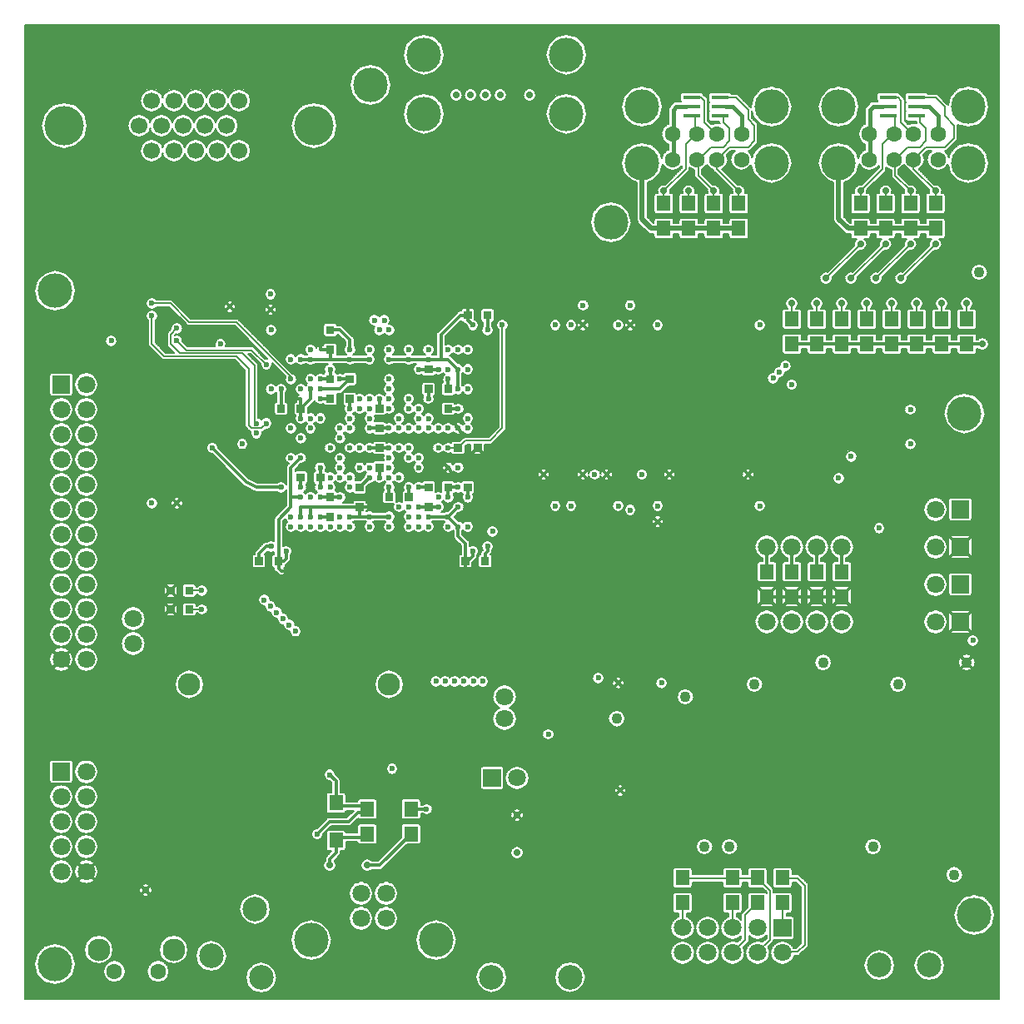
<source format=gbr>
%FSLAX34Y34*%
%MOMM*%
%LNCOPPER_BOTTOM*%
G71*
G01*
%ADD10C, 1.80*%
%ADD11C, 1.60*%
%ADD12C, 0.70*%
%ADD13C, 0.60*%
%ADD14C, 1.70*%
%ADD15C, 2.29*%
%ADD16C, 1.80*%
%ADD17C, 3.50*%
%ADD18C, 2.50*%
%ADD19C, 1.10*%
%ADD20C, 2.50*%
%ADD21C, 4.00*%
%ADD22C, 2.30*%
%ADD23C, 0.13*%
%ADD24C, 0.30*%
%ADD25C, 0.20*%
%ADD26C, 0.50*%
%ADD27C, 0.40*%
%ADD28C, 0.38*%
%ADD29R, 1.42X1.52*%
%ADD30R, 1.80X0.45*%
%LPD*%
X66904Y159614D02*
G54D10*
D03*
X41504Y159614D02*
G54D10*
D03*
X41504Y185014D02*
G54D10*
D03*
X66904Y185014D02*
G54D10*
D03*
X66904Y235814D02*
G54D10*
D03*
G36*
X32500Y244818D02*
X50508Y244818D01*
X50508Y226810D01*
X32500Y226810D01*
X32500Y244818D01*
G37*
X66904Y350114D02*
G54D10*
D03*
X41504Y350114D02*
G54D10*
D03*
X41504Y400914D02*
G54D10*
D03*
X66904Y400914D02*
G54D10*
D03*
X41504Y426314D02*
G54D10*
D03*
X66904Y426314D02*
G54D10*
D03*
X66904Y375514D02*
G54D10*
D03*
X41504Y375514D02*
G54D10*
D03*
X41504Y451714D02*
G54D10*
D03*
X66904Y451714D02*
G54D10*
D03*
X66904Y477114D02*
G54D10*
D03*
X41504Y477114D02*
G54D10*
D03*
X41504Y502514D02*
G54D10*
D03*
X66904Y502514D02*
G54D10*
D03*
X66904Y527914D02*
G54D10*
D03*
X41504Y527914D02*
G54D10*
D03*
X41504Y553314D02*
G54D10*
D03*
X66904Y553314D02*
G54D10*
D03*
X66904Y578714D02*
G54D10*
D03*
X41504Y578714D02*
G54D10*
D03*
X41504Y604114D02*
G54D10*
D03*
X66904Y604114D02*
G54D10*
D03*
X66904Y629514D02*
G54D10*
D03*
G36*
X32500Y638518D02*
X50508Y638518D01*
X50508Y620510D01*
X32500Y620510D01*
X32500Y638518D01*
G37*
X95479Y32614D02*
G54D11*
D03*
X139929Y32614D02*
G54D11*
D03*
X127229Y115164D02*
G54D12*
D03*
X114529Y391389D02*
G54D10*
D03*
X133579Y508864D02*
G54D13*
D03*
X133579Y712064D02*
G54D13*
D03*
X133579Y699364D02*
G54D13*
D03*
X92304Y673964D02*
G54D13*
D03*
X133579Y867639D02*
G54D14*
D03*
X133579Y918439D02*
G54D14*
D03*
X171679Y324714D02*
G54D15*
D03*
X184379Y419964D02*
G54D13*
D03*
X184379Y400914D02*
G54D13*
D03*
X194996Y564998D02*
G54D13*
D03*
X225654Y569189D02*
G54D13*
D03*
X212954Y708889D02*
G54D13*
D03*
X178029Y867639D02*
G54D14*
D03*
X200254Y867639D02*
G54D14*
D03*
X178029Y918439D02*
G54D14*
D03*
X200254Y918439D02*
G54D14*
D03*
X301854Y172314D02*
G54D13*
D03*
X279629Y378689D02*
G54D13*
D03*
X273279Y385039D02*
G54D13*
D03*
X266929Y391389D02*
G54D13*
D03*
X260579Y397739D02*
G54D13*
D03*
X254229Y404089D02*
G54D13*
D03*
X247879Y410439D02*
G54D13*
D03*
X274981Y494996D02*
G54D13*
D03*
X254991Y464998D02*
G54D13*
D03*
X284988Y485013D02*
G54D13*
D03*
X294996Y485013D02*
G54D13*
D03*
X274981Y485013D02*
G54D13*
D03*
X294996Y494996D02*
G54D13*
D03*
X284988Y494996D02*
G54D13*
D03*
X270002Y459994D02*
G54D13*
D03*
X274981Y585013D02*
G54D13*
D03*
X294996Y585013D02*
G54D13*
D03*
X274981Y554990D02*
G54D13*
D03*
X239980Y580009D02*
G54D13*
D03*
X284988Y524993D02*
G54D13*
D03*
X264998Y524993D02*
G54D13*
D03*
X284988Y575006D02*
G54D13*
D03*
X284988Y554990D02*
G54D13*
D03*
X274981Y654990D02*
G54D13*
D03*
X294996Y635000D02*
G54D13*
D03*
X264998Y624993D02*
G54D13*
D03*
X249988Y650012D02*
G54D13*
D03*
X254991Y624993D02*
G54D13*
D03*
X284988Y624993D02*
G54D13*
D03*
X274981Y635000D02*
G54D13*
D03*
X294996Y654990D02*
G54D13*
D03*
X284988Y654990D02*
G54D13*
D03*
X294996Y624993D02*
G54D13*
D03*
X254991Y685013D02*
G54D13*
D03*
X254229Y705714D02*
G54D13*
D03*
X254229Y721589D02*
G54D13*
D03*
X346304Y86589D02*
G54D16*
D03*
X346304Y111989D02*
G54D16*
D03*
X371704Y86589D02*
G54D16*
D03*
X371704Y111989D02*
G54D16*
D03*
X314554Y140564D02*
G54D12*
D03*
X352654Y140564D02*
G54D12*
D03*
X314554Y232639D02*
G54D13*
D03*
X378054Y238989D02*
G54D13*
D03*
X374980Y485013D02*
G54D13*
D03*
X354990Y485013D02*
G54D13*
D03*
X335001Y485013D02*
G54D13*
D03*
X314986Y485013D02*
G54D13*
D03*
X324994Y485013D02*
G54D13*
D03*
X324994Y494996D02*
G54D13*
D03*
X354990Y494996D02*
G54D13*
D03*
X335001Y494996D02*
G54D13*
D03*
X374980Y494996D02*
G54D13*
D03*
X324994Y585013D02*
G54D13*
D03*
X335001Y585013D02*
G54D13*
D03*
X354990Y585013D02*
G54D13*
D03*
X374980Y585013D02*
G54D13*
D03*
X374980Y564998D02*
G54D13*
D03*
X374980Y554990D02*
G54D13*
D03*
X374980Y545008D02*
G54D13*
D03*
X374980Y535000D02*
G54D13*
D03*
X374980Y524993D02*
G54D13*
D03*
X354990Y564998D02*
G54D13*
D03*
X344983Y564998D02*
G54D13*
D03*
X335001Y564998D02*
G54D13*
D03*
X314986Y564998D02*
G54D13*
D03*
X324994Y554990D02*
G54D13*
D03*
X354990Y545008D02*
G54D13*
D03*
X344983Y545008D02*
G54D13*
D03*
X324994Y545008D02*
G54D13*
D03*
X354990Y535000D02*
G54D13*
D03*
X335001Y535000D02*
G54D13*
D03*
X324994Y535000D02*
G54D13*
D03*
X314986Y535000D02*
G54D13*
D03*
X335001Y524993D02*
G54D13*
D03*
X314986Y524993D02*
G54D13*
D03*
X324994Y575006D02*
G54D13*
D03*
X364998Y535000D02*
G54D13*
D03*
X344983Y615011D02*
G54D13*
D03*
X354990Y615011D02*
G54D13*
D03*
X335001Y605003D02*
G54D13*
D03*
X344983Y605003D02*
G54D13*
D03*
X354990Y605003D02*
G54D13*
D03*
X374980Y635000D02*
G54D13*
D03*
X374980Y624993D02*
G54D13*
D03*
X374980Y615011D02*
G54D13*
D03*
X374980Y605003D02*
G54D13*
D03*
X324994Y635000D02*
G54D13*
D03*
X314986Y645008D02*
G54D13*
D03*
X335001Y654990D02*
G54D13*
D03*
X354990Y654990D02*
G54D13*
D03*
X374980Y654990D02*
G54D13*
D03*
X364998Y615011D02*
G54D13*
D03*
X359994Y694995D02*
G54D13*
D03*
X370002Y694995D02*
G54D13*
D03*
X364998Y685013D02*
G54D13*
D03*
X374980Y685013D02*
G54D13*
D03*
X355829Y934314D02*
G54D17*
D03*
X412979Y197714D02*
G54D13*
D03*
X451079Y327889D02*
G54D13*
D03*
X441554Y327889D02*
G54D13*
D03*
X432029Y327889D02*
G54D13*
D03*
X422504Y327889D02*
G54D13*
D03*
X414986Y485013D02*
G54D13*
D03*
X435001Y485013D02*
G54D13*
D03*
X454990Y485013D02*
G54D13*
D03*
X394996Y485013D02*
G54D13*
D03*
X405004Y485013D02*
G54D13*
D03*
X405004Y494996D02*
G54D13*
D03*
X394996Y494996D02*
G54D13*
D03*
X405004Y505003D02*
G54D13*
D03*
X424993Y505003D02*
G54D13*
D03*
X394996Y505003D02*
G54D13*
D03*
X444983Y485013D02*
G54D13*
D03*
X435001Y494996D02*
G54D13*
D03*
X444983Y505003D02*
G54D13*
D03*
X414986Y494996D02*
G54D13*
D03*
X394996Y585013D02*
G54D13*
D03*
X405004Y585013D02*
G54D13*
D03*
X414986Y585013D02*
G54D13*
D03*
X424993Y585013D02*
G54D13*
D03*
X435001Y585013D02*
G54D13*
D03*
X444983Y585013D02*
G54D13*
D03*
X454990Y585013D02*
G54D13*
D03*
X394996Y564998D02*
G54D13*
D03*
X424993Y564998D02*
G54D13*
D03*
X435001Y564998D02*
G54D13*
D03*
X394996Y554990D02*
G54D13*
D03*
X405004Y554990D02*
G54D13*
D03*
X405004Y545008D02*
G54D13*
D03*
X435001Y545008D02*
G54D13*
D03*
X444983Y545008D02*
G54D13*
D03*
X405004Y524993D02*
G54D13*
D03*
X444983Y524993D02*
G54D13*
D03*
X394996Y524993D02*
G54D13*
D03*
X435001Y645008D02*
G54D13*
D03*
X454990Y645008D02*
G54D13*
D03*
X435001Y635000D02*
G54D13*
D03*
X454990Y624993D02*
G54D13*
D03*
X394996Y615011D02*
G54D13*
D03*
X405004Y605003D02*
G54D13*
D03*
X444983Y605003D02*
G54D13*
D03*
X394996Y605003D02*
G54D13*
D03*
X405004Y645008D02*
G54D13*
D03*
X424993Y645008D02*
G54D13*
D03*
X414986Y615011D02*
G54D13*
D03*
X444983Y624993D02*
G54D13*
D03*
X444983Y645008D02*
G54D13*
D03*
X414986Y654990D02*
G54D13*
D03*
X394996Y654990D02*
G54D13*
D03*
X442849Y923773D02*
G54D12*
D03*
X478816Y26873D02*
G54D18*
D03*
X505054Y191364D02*
G54D12*
D03*
X505054Y153264D02*
G54D12*
D03*
G36*
X470650Y238468D02*
X488658Y238468D01*
X488658Y220460D01*
X470650Y220460D01*
X470650Y238468D01*
G37*
X505054Y229464D02*
G54D16*
D03*
X492354Y312014D02*
G54D16*
D03*
X470129Y327889D02*
G54D13*
D03*
X474980Y464998D02*
G54D13*
D03*
X479984Y480010D02*
G54D13*
D03*
X474980Y685013D02*
G54D13*
D03*
X489992Y689991D02*
G54D13*
D03*
X487833Y923773D02*
G54D12*
D03*
X472847Y923773D02*
G54D12*
D03*
X517830Y923773D02*
G54D12*
D03*
X558800Y26873D02*
G54D18*
D03*
X608000Y326009D02*
G54D13*
D03*
X587604Y331064D02*
G54D13*
D03*
X543992Y505993D02*
G54D13*
D03*
X559994Y505993D02*
G54D13*
D03*
X608000Y505993D02*
G54D13*
D03*
X583997Y537998D02*
G54D13*
D03*
X571983Y537998D02*
G54D13*
D03*
X595986Y537998D02*
G54D13*
D03*
X543992Y689991D02*
G54D13*
D03*
X559994Y689991D02*
G54D13*
D03*
X608000Y689991D02*
G54D13*
D03*
X571983Y710006D02*
G54D13*
D03*
X571983Y689991D02*
G54D13*
D03*
X673329Y77064D02*
G54D16*
D03*
X651993Y326009D02*
G54D13*
D03*
X676200Y311937D02*
G54D19*
D03*
X647980Y505993D02*
G54D13*
D03*
X647980Y489992D02*
G54D13*
D03*
X619989Y502006D02*
G54D13*
D03*
X632004Y537998D02*
G54D13*
D03*
X659994Y537998D02*
G54D13*
D03*
X619989Y710006D02*
G54D13*
D03*
X619989Y689991D02*
G54D13*
D03*
X647980Y689991D02*
G54D13*
D03*
X679679Y826364D02*
G54D12*
D03*
X654279Y826364D02*
G54D12*
D03*
X663194Y858317D02*
G54D11*
D03*
X663194Y884327D02*
G54D11*
D03*
X724129Y77064D02*
G54D16*
D03*
X749529Y77064D02*
G54D16*
D03*
X720954Y159614D02*
G54D19*
D03*
X746354Y324714D02*
G54D19*
D03*
X751992Y505993D02*
G54D13*
D03*
X740004Y537998D02*
G54D13*
D03*
X751992Y689991D02*
G54D13*
D03*
X705079Y826364D02*
G54D12*
D03*
X708203Y858317D02*
G54D11*
D03*
X708203Y884327D02*
G54D11*
D03*
X730479Y826364D02*
G54D12*
D03*
X733197Y858317D02*
G54D11*
D03*
X733197Y884327D02*
G54D11*
D03*
X816204Y346939D02*
G54D19*
D03*
X809854Y388214D02*
G54D10*
D03*
X784454Y388214D02*
G54D10*
D03*
X809854Y464414D02*
G54D10*
D03*
X784454Y464414D02*
G54D10*
D03*
X832079Y534264D02*
G54D13*
D03*
X784454Y629514D02*
G54D13*
D03*
X778104Y648564D02*
G54D13*
D03*
X771754Y642214D02*
G54D13*
D03*
X819379Y737464D02*
G54D12*
D03*
X784454Y712064D02*
G54D12*
D03*
X809854Y712064D02*
G54D12*
D03*
X835254Y712064D02*
G54D12*
D03*
X873354Y38964D02*
G54D20*
D03*
X867004Y159614D02*
G54D19*
D03*
X892404Y324714D02*
G54D19*
D03*
X873354Y483464D02*
G54D13*
D03*
X905104Y569189D02*
G54D13*
D03*
X905104Y604114D02*
G54D13*
D03*
X870179Y737464D02*
G54D12*
D03*
X895579Y737464D02*
G54D12*
D03*
X860654Y712064D02*
G54D12*
D03*
X886054Y712064D02*
G54D12*
D03*
X911454Y712064D02*
G54D12*
D03*
X854304Y772389D02*
G54D12*
D03*
X879704Y772389D02*
G54D12*
D03*
X905104Y772389D02*
G54D12*
D03*
X854304Y826364D02*
G54D12*
D03*
X879704Y826364D02*
G54D12*
D03*
X863220Y858317D02*
G54D11*
D03*
X905104Y826364D02*
G54D12*
D03*
X863220Y884327D02*
G54D11*
D03*
X888213Y858317D02*
G54D11*
D03*
X888213Y884327D02*
G54D11*
D03*
X962254Y346939D02*
G54D19*
D03*
G36*
X946900Y397218D02*
X964908Y397218D01*
X964908Y379210D01*
X946900Y379210D01*
X946900Y397218D01*
G37*
X930504Y388214D02*
G54D16*
D03*
G36*
X946900Y435318D02*
X964908Y435318D01*
X964908Y417310D01*
X946900Y417310D01*
X946900Y435318D01*
G37*
X930504Y426314D02*
G54D16*
D03*
X968604Y369164D02*
G54D13*
D03*
G36*
X946900Y473418D02*
X964908Y473418D01*
X964908Y455410D01*
X946900Y455410D01*
X946900Y473418D01*
G37*
X930504Y464414D02*
G54D16*
D03*
G36*
X946900Y511518D02*
X964908Y511518D01*
X964908Y493510D01*
X946900Y493510D01*
X946900Y511518D01*
G37*
X930504Y502514D02*
G54D16*
D03*
X936854Y712064D02*
G54D12*
D03*
X962254Y712064D02*
G54D12*
D03*
X930504Y772389D02*
G54D12*
D03*
X930504Y826364D02*
G54D12*
D03*
X933222Y858317D02*
G54D11*
D03*
X933222Y884327D02*
G54D11*
D03*
X963829Y854939D02*
G54D17*
D03*
X35002Y40005D02*
G54D17*
D03*
X41504Y134214D02*
G54D10*
D03*
X66904Y134214D02*
G54D10*
D03*
X41504Y210414D02*
G54D10*
D03*
X66904Y210414D02*
G54D10*
D03*
X44679Y893039D02*
G54D21*
D03*
X114529Y365989D02*
G54D10*
D03*
X143104Y893039D02*
G54D14*
D03*
X120879Y893039D02*
G54D14*
D03*
X193904Y48489D02*
G54D18*
D03*
X203429Y670789D02*
G54D13*
D03*
X187554Y893039D02*
G54D14*
D03*
X209779Y893039D02*
G54D14*
D03*
X294996Y664998D02*
G54D13*
D03*
X294996Y594996D02*
G54D13*
D03*
X294996Y515010D02*
G54D13*
D03*
X249988Y589991D02*
G54D13*
D03*
X239980Y589991D02*
G54D13*
D03*
X284988Y594996D02*
G54D13*
D03*
X284988Y515010D02*
G54D13*
D03*
X335001Y664998D02*
G54D13*
D03*
X354990Y664998D02*
G54D13*
D03*
X354990Y594996D02*
G54D13*
D03*
X374980Y664998D02*
G54D13*
D03*
X335001Y594996D02*
G54D13*
D03*
X324994Y515010D02*
G54D13*
D03*
X422504Y64364D02*
G54D17*
D03*
X394996Y664998D02*
G54D13*
D03*
X414986Y664998D02*
G54D13*
D03*
X405004Y594996D02*
G54D13*
D03*
X414986Y594996D02*
G54D13*
D03*
X454990Y594996D02*
G54D13*
D03*
X435001Y515010D02*
G54D13*
D03*
X424993Y515010D02*
G54D13*
D03*
X454990Y515010D02*
G54D13*
D03*
X454990Y664998D02*
G54D13*
D03*
X444983Y664998D02*
G54D13*
D03*
X435001Y664998D02*
G54D13*
D03*
X410185Y904926D02*
G54D17*
D03*
X410185Y964921D02*
G54D17*
D03*
X492354Y289789D02*
G54D16*
D03*
X673329Y51664D02*
G54D16*
D03*
X724129Y51664D02*
G54D16*
D03*
X749529Y51664D02*
G54D16*
D03*
X949554Y131039D02*
G54D19*
D03*
X978129Y670789D02*
G54D12*
D03*
X959994Y599999D02*
G54D17*
D03*
X963829Y912089D02*
G54D17*
D03*
X974954Y743814D02*
G54D19*
D03*
X35154Y724764D02*
G54D17*
D03*
X244704Y26264D02*
G54D18*
D03*
X238354Y96114D02*
G54D18*
D03*
X158979Y508864D02*
G54D13*
D03*
X158979Y686664D02*
G54D13*
D03*
X158979Y673964D02*
G54D13*
D03*
X155804Y867639D02*
G54D14*
D03*
X222479Y867639D02*
G54D14*
D03*
X155804Y918439D02*
G54D14*
D03*
X222479Y918439D02*
G54D14*
D03*
X536804Y273914D02*
G54D13*
D03*
X374879Y324714D02*
G54D15*
D03*
X460604Y327889D02*
G54D13*
D03*
X459994Y459994D02*
G54D13*
D03*
X305004Y494996D02*
G54D13*
D03*
X305004Y485013D02*
G54D13*
D03*
X384988Y505003D02*
G54D13*
D03*
X384988Y585013D02*
G54D13*
D03*
X384988Y564998D02*
G54D13*
D03*
X384988Y535000D02*
G54D13*
D03*
X305004Y524993D02*
G54D13*
D03*
X305004Y545008D02*
G54D13*
D03*
X532004Y537998D02*
G54D13*
D03*
X305004Y624993D02*
G54D13*
D03*
X305004Y615011D02*
G54D13*
D03*
X305004Y635000D02*
G54D13*
D03*
X459994Y689991D02*
G54D13*
D03*
X457835Y923773D02*
G54D12*
D03*
G36*
X765925Y86068D02*
X783933Y86068D01*
X783933Y68060D01*
X765925Y68060D01*
X765925Y86068D01*
G37*
X698729Y77064D02*
G54D16*
D03*
X695554Y159614D02*
G54D19*
D03*
X609829Y216764D02*
G54D13*
D03*
X759054Y388214D02*
G54D10*
D03*
X835254Y388214D02*
G54D10*
D03*
X759054Y464414D02*
G54D10*
D03*
X835254Y464414D02*
G54D10*
D03*
X844779Y556489D02*
G54D13*
D03*
X765404Y635864D02*
G54D13*
D03*
X844779Y737464D02*
G54D12*
D03*
X600304Y794614D02*
G54D17*
D03*
X688188Y858317D02*
G54D11*
D03*
X688188Y884327D02*
G54D11*
D03*
X632054Y854939D02*
G54D17*
D03*
X763804Y854939D02*
G54D17*
D03*
X832079Y854939D02*
G54D17*
D03*
X924154Y38964D02*
G54D20*
D03*
X970001Y89993D02*
G54D17*
D03*
X908228Y858317D02*
G54D11*
D03*
X908228Y884327D02*
G54D11*
D03*
X79604Y54839D02*
G54D22*
D03*
X155804Y54839D02*
G54D22*
D03*
X165329Y893039D02*
G54D14*
D03*
X295504Y64364D02*
G54D17*
D03*
X305004Y594996D02*
G54D13*
D03*
X384988Y594996D02*
G54D13*
D03*
X305004Y515010D02*
G54D13*
D03*
X774929Y51664D02*
G54D16*
D03*
X698729Y51664D02*
G54D16*
D03*
X606350Y289713D02*
G54D19*
D03*
X632054Y912089D02*
G54D17*
D03*
X763804Y912089D02*
G54D17*
D03*
X832079Y912089D02*
G54D17*
D03*
X555194Y904926D02*
G54D17*
D03*
X555194Y964921D02*
G54D17*
D03*
X298679Y893039D02*
G54D21*
D03*
G54D23*
X158979Y686664D02*
X152629Y680314D01*
X152629Y670789D01*
X162154Y661264D01*
X225654Y661264D01*
X238354Y648564D01*
X238354Y591414D01*
G54D23*
X249988Y589991D02*
X244984Y585013D01*
X235002Y585013D01*
X232004Y588239D01*
X232004Y645389D01*
X219304Y658089D01*
X146279Y658089D01*
X133579Y670789D01*
X133579Y699364D01*
G54D23*
X276454Y635864D02*
X219304Y693014D01*
X171679Y693014D01*
X152629Y712064D01*
X133579Y712064D01*
G54D23*
X171679Y419964D02*
X184379Y419964D01*
G54D23*
X171679Y400914D02*
X184379Y400914D01*
G54D24*
X264998Y524993D02*
X239980Y524993D01*
X229998Y529997D01*
X194996Y564998D01*
G54D24*
X294996Y494996D02*
X294996Y505003D01*
G54D24*
X284988Y494996D02*
X284988Y505003D01*
X349987Y505003D01*
G54D24*
X254991Y464998D02*
X249988Y464998D01*
X242494Y457505D01*
X242494Y450012D01*
G54D24*
X270002Y459994D02*
X270002Y452502D01*
X267488Y450012D01*
X262484Y450012D01*
X262484Y442493D01*
X264998Y440004D01*
G54D24*
X262484Y447498D02*
X262484Y492507D01*
X274981Y505003D01*
X274981Y545008D01*
X284988Y554990D01*
G54D24*
X305004Y545008D02*
X305004Y524993D01*
G54D24*
X284988Y535000D02*
X284988Y524993D01*
G54D23*
X251054Y648564D02*
X235179Y664439D01*
X168504Y664439D01*
X158979Y673964D01*
G54D24*
X264998Y605003D02*
X264998Y624993D01*
G54D24*
X284988Y605003D02*
X294996Y615011D01*
X294996Y624993D01*
G54D24*
X284988Y594996D02*
X284988Y615011D01*
G54D24*
X272492Y615011D02*
X284378Y615011D01*
G54D24*
X314554Y140564D02*
X314554Y146914D01*
X320904Y153264D01*
X320904Y165964D01*
G54D24*
X349479Y194539D02*
X343129Y194539D01*
X333604Y185014D01*
X314554Y185014D01*
X301854Y172314D01*
G54D24*
X352654Y140564D02*
X365354Y140564D01*
X397104Y172314D01*
G54D24*
X324079Y169139D02*
X352654Y169139D01*
G54D24*
X314554Y232639D02*
X320904Y226289D01*
X320904Y200889D01*
X352654Y200889D01*
G54D24*
X344983Y494996D02*
X344983Y505003D01*
G54D24*
X374980Y494996D02*
X335001Y494996D01*
G54D24*
X350622Y505003D02*
X359994Y505003D01*
G54D24*
X344983Y524993D02*
X354990Y535000D01*
G54D24*
X374980Y585013D02*
X354990Y585013D01*
G54D24*
X364998Y545008D02*
X364998Y535000D01*
G54D24*
X374980Y564998D02*
X354990Y564998D01*
G54D24*
X335001Y605003D02*
X335001Y615011D01*
G54D24*
X305004Y624993D02*
X324994Y624993D01*
X335001Y635000D01*
X324994Y635000D01*
G54D24*
X305004Y635000D02*
X314986Y635000D01*
X314986Y645008D01*
G54D24*
X314986Y654990D02*
X314986Y664998D01*
X305004Y664998D01*
G54D24*
X364998Y605003D02*
X364998Y615011D01*
G54D24*
X335001Y664998D02*
X335001Y675005D01*
X324994Y685013D01*
X314986Y685013D01*
G54D24*
X397104Y197714D02*
X412979Y197714D01*
G54D24*
X405004Y505003D02*
X424993Y505003D01*
G54D24*
X444983Y505003D02*
X435001Y494996D01*
X444983Y485013D01*
X444983Y475006D01*
X452501Y467513D01*
X452501Y450012D01*
G54D24*
X435001Y494996D02*
X414986Y494996D01*
G54D24*
X414986Y524993D02*
X405004Y524993D01*
G54D24*
X435001Y515010D02*
X435001Y524993D01*
X444983Y524993D01*
G54D23*
X435001Y564998D02*
X444983Y564998D01*
X452501Y572491D01*
X477495Y572491D01*
X489992Y585013D01*
X489992Y689991D01*
G54D24*
X435001Y635000D02*
X435001Y624993D01*
G54D24*
X444983Y605003D02*
X435001Y605003D01*
G54D24*
X405004Y645008D02*
X424993Y645008D01*
G54D24*
X414986Y624993D02*
X414986Y615011D01*
G54D24*
X374980Y654990D02*
X435001Y654990D01*
X444983Y645008D01*
X444983Y624993D01*
G54D24*
X459994Y689991D02*
X454990Y694995D01*
X454990Y699999D01*
X447498Y699999D01*
X427482Y680009D01*
X427482Y654990D01*
G54D24*
X454990Y710006D02*
X454990Y702513D01*
G54D24*
X474980Y464998D02*
X474980Y459994D01*
X472492Y457505D01*
X472492Y450012D01*
G54D24*
X474980Y699999D02*
X474980Y685013D01*
G54D25*
X673329Y77064D02*
X673329Y102464D01*
G54D26*
X730479Y788264D02*
X641579Y788264D01*
X632054Y797789D01*
X632054Y854939D01*
G54D23*
X686029Y902564D02*
X686029Y883514D01*
X676504Y873989D01*
X676504Y848589D01*
X654279Y826364D01*
X654279Y813664D01*
G54D27*
X663804Y858114D02*
X663804Y908914D01*
X666979Y912089D01*
X676504Y912089D01*
G54D25*
X724129Y51664D02*
X736829Y64364D01*
X736829Y89764D01*
X749529Y102464D01*
G54D25*
X724129Y77064D02*
X724129Y102464D01*
G54D23*
X749986Y52502D02*
X762483Y64999D01*
X762483Y115011D01*
X749986Y127509D01*
G54D23*
X717779Y921614D02*
X727304Y921614D01*
X740004Y908914D01*
X740004Y899389D01*
X746354Y893039D01*
X746354Y877164D01*
X740004Y870814D01*
X720954Y870814D01*
X708254Y858114D01*
X708254Y848589D01*
X730479Y826364D01*
X730479Y813664D01*
G54D23*
X705079Y813664D02*
X705079Y826364D01*
X689204Y842239D01*
X689204Y858114D01*
X701904Y870814D01*
X714604Y870814D01*
X720954Y877164D01*
X720954Y889864D01*
X714604Y896214D01*
X714604Y902564D01*
G54D27*
X733654Y885089D02*
X733654Y902564D01*
X724129Y912089D01*
X717779Y912089D01*
G54D23*
X689204Y921614D02*
X692379Y921614D01*
X695554Y918439D01*
X695554Y896214D01*
X708254Y883514D01*
G54D25*
X774980Y52502D02*
X789992Y52502D01*
X797484Y59995D01*
X797484Y119990D01*
X789992Y127509D01*
X774980Y127509D01*
G54D25*
X774929Y77064D02*
X774929Y102464D01*
G54D24*
X759054Y413614D02*
X784454Y413614D01*
X809854Y413614D01*
X835254Y413614D01*
G54D25*
X784454Y712064D02*
X784454Y696189D01*
G54D25*
X809854Y712064D02*
X809854Y696189D01*
G54D25*
X835254Y712064D02*
X835254Y696189D01*
G54D25*
X860654Y712064D02*
X860654Y696189D01*
G54D25*
X886054Y712064D02*
X886054Y696189D01*
G54D25*
X911454Y712064D02*
X911454Y696189D01*
G54D23*
X886054Y883514D02*
X876529Y873989D01*
X876529Y848589D01*
X854304Y826364D01*
X854304Y813664D01*
G54D23*
X917804Y921614D02*
X930504Y921614D01*
X940029Y912089D01*
X940029Y902564D01*
X949554Y893039D01*
X949554Y880339D01*
X940029Y870814D01*
X920979Y870814D01*
X908279Y858114D01*
X908279Y848589D01*
X930504Y826364D01*
X930504Y813664D01*
G54D23*
X914629Y902564D02*
X914629Y896214D01*
X920979Y889864D01*
X920979Y877164D01*
X914629Y870814D01*
X901929Y870814D01*
X889229Y858114D01*
X889229Y842239D01*
X905104Y826364D01*
X905104Y813664D01*
G54D27*
X863829Y858114D02*
X863829Y908914D01*
X867004Y912089D01*
X876529Y912089D01*
G54D23*
X889229Y921614D02*
X892404Y921614D01*
X895579Y918439D01*
X895579Y896214D01*
X908279Y883514D01*
G54D25*
X936854Y712064D02*
X936854Y696189D01*
G54D25*
X962254Y712064D02*
X962254Y696189D01*
G54D27*
X933679Y885089D02*
X933679Y902564D01*
X924154Y912089D01*
X917804Y912089D01*
G54D24*
X284988Y515010D02*
X274981Y515010D01*
G54D24*
X279984Y440004D02*
X265608Y440004D01*
G54D24*
X305004Y673760D02*
X305004Y665633D01*
G54D24*
X374980Y515010D02*
X374980Y524993D01*
G54D24*
X454990Y524993D02*
X454990Y515010D01*
G54D24*
X452501Y448742D02*
X452501Y437490D01*
G54D24*
X394996Y515010D02*
X394996Y524993D01*
G54D23*
X679679Y826364D02*
X679679Y813664D01*
G54D24*
X759054Y464414D02*
X759054Y439014D01*
G54D24*
X784454Y464414D02*
X784454Y439014D01*
G54D24*
X809854Y464414D02*
X809854Y439014D01*
G54D24*
X835254Y464414D02*
X835254Y439014D01*
G54D26*
X930504Y788264D02*
X841604Y788264D01*
X832079Y797789D01*
X832079Y854939D01*
G54D23*
X879704Y826364D02*
X879704Y813664D01*
G54D23*
X879704Y772389D02*
X844779Y737464D01*
G54D23*
X905104Y772389D02*
X870179Y737464D01*
G54D23*
X889229Y902564D02*
X889229Y886689D01*
G54D24*
X314986Y494996D02*
X305004Y494996D01*
G54D24*
X459994Y459994D02*
X459994Y454991D01*
X454990Y450012D01*
G54D24*
X314986Y615011D02*
X305004Y615011D01*
G54D24*
X354990Y654990D02*
X284988Y654990D01*
G54D25*
X672490Y127509D02*
X749986Y127509D01*
G54D24*
X305004Y515010D02*
X324994Y515010D01*
G54D23*
X854304Y772389D02*
X819379Y737464D01*
G54D23*
X930504Y772389D02*
X895579Y737464D01*
G54D24*
X784454Y670789D02*
X978129Y670789D01*
G54D25*
X4978Y5005D02*
X994994Y5005D01*
X994994Y994995D01*
X4978Y994995D01*
X4978Y5005D01*
X994994Y5005D01*
G54D25*
X555194Y986155D02*
X565810Y983310D01*
X573584Y975538D01*
X576402Y964921D01*
X573584Y954304D01*
X565810Y946557D01*
X555194Y943712D01*
X544576Y946557D01*
X536804Y954304D01*
X533960Y964921D01*
X536804Y975538D01*
X544576Y983310D01*
X555194Y986155D01*
G54D25*
X410185Y986155D02*
X420802Y983310D01*
X428574Y975538D01*
X431420Y964921D01*
X428574Y954304D01*
X420802Y946557D01*
X410185Y943712D01*
X399568Y946557D01*
X391821Y954304D01*
X388976Y964921D01*
X391821Y975538D01*
X399568Y983310D01*
X410185Y986155D01*
G54D25*
X222479Y930326D02*
X228423Y928726D01*
X232766Y924383D01*
X234366Y918439D01*
X232766Y912470D01*
X228423Y908127D01*
X222479Y906526D01*
X216510Y908127D01*
X212166Y912470D01*
X211354Y915467D01*
X210541Y912470D01*
X206198Y908127D01*
X200254Y906526D01*
X194285Y908127D01*
X189942Y912470D01*
X189128Y915467D01*
X188316Y912470D01*
X183972Y908127D01*
X178029Y906526D01*
X172060Y908127D01*
X167716Y912470D01*
X166904Y915467D01*
X166091Y912470D01*
X161748Y908127D01*
X155804Y906526D01*
X149835Y908127D01*
X145492Y912470D01*
X144679Y915467D01*
X143866Y912470D01*
X139522Y908127D01*
X133579Y906526D01*
X127610Y908127D01*
X123266Y912470D01*
X121666Y918439D01*
X123266Y924383D01*
X127610Y928726D01*
X133579Y930326D01*
X139522Y928726D01*
X143866Y924383D01*
X144679Y921386D01*
X145492Y924383D01*
X149835Y928726D01*
X155804Y930326D01*
X161748Y928726D01*
X166091Y924383D01*
X166904Y921386D01*
X167716Y924383D01*
X172060Y928726D01*
X178029Y930326D01*
X183972Y928726D01*
X188316Y924383D01*
X189128Y921386D01*
X189942Y924383D01*
X194285Y928726D01*
X200254Y930326D01*
X206198Y928726D01*
X210541Y924383D01*
X211354Y921386D01*
X212166Y924383D01*
X216510Y928726D01*
X222479Y930326D01*
G54D25*
X487858Y930504D02*
X517830Y930504D01*
X521208Y929615D01*
X523672Y927151D01*
X524561Y923773D01*
X523672Y920421D01*
X521208Y917957D01*
X517830Y917042D01*
X514478Y917957D01*
X512014Y920421D01*
X511124Y923773D01*
X512014Y927151D01*
X514478Y929615D01*
X517830Y930504D01*
G54D25*
X472847Y930504D02*
X476200Y929615D01*
X478664Y927151D01*
X479578Y923773D01*
X478664Y920421D01*
X476200Y917957D01*
X472847Y917042D01*
X469468Y917957D01*
X467004Y920421D01*
X466116Y923773D01*
X467004Y927151D01*
X469468Y929615D01*
X472847Y930504D01*
X487833Y930504D01*
X491211Y929615D01*
X493674Y927151D01*
X494564Y923773D01*
X493674Y920421D01*
X491211Y917957D01*
X487833Y917042D01*
X484480Y917957D01*
X482016Y920421D01*
X481102Y923773D01*
X482016Y927151D01*
X484480Y929615D01*
X487833Y930504D01*
G54D25*
X442849Y930504D02*
X446202Y929615D01*
X448666Y927151D01*
X449580Y923773D01*
X448666Y920421D01*
X446202Y917957D01*
X442849Y917042D01*
X439471Y917957D01*
X437008Y920421D01*
X436118Y923773D01*
X437008Y927151D01*
X439471Y929615D01*
X442849Y930504D01*
X457835Y930504D01*
X461214Y929615D01*
X463678Y927151D01*
X464566Y923773D01*
X463678Y920421D01*
X461214Y917957D01*
X457835Y917042D01*
X454482Y917957D01*
X452018Y920421D01*
X451104Y923773D01*
X452018Y927151D01*
X454482Y929615D01*
X457835Y930504D01*
G54D25*
X963829Y933298D02*
X974446Y930453D01*
X982218Y922681D01*
X985063Y912089D01*
X982218Y901472D01*
X974446Y893699D01*
X963829Y890855D01*
X953212Y893699D01*
X953186Y893750D01*
X953186Y881050D01*
X953186Y879602D01*
X952627Y878257D01*
X942086Y867716D01*
X940740Y867156D01*
X939928Y867156D01*
X943077Y864033D01*
X944068Y860349D01*
X945439Y865531D01*
X953212Y873303D01*
X963829Y876148D01*
X974446Y873303D01*
X982218Y865531D01*
X985063Y854939D01*
X982218Y844322D01*
X974446Y836550D01*
X963829Y833705D01*
X953212Y836550D01*
X945439Y844322D01*
X943154Y852907D01*
X943077Y852627D01*
X938912Y848462D01*
X933222Y846938D01*
X927532Y848462D01*
X923367Y852627D01*
X921817Y858317D01*
X923367Y864033D01*
X926490Y867156D01*
X922478Y867156D01*
X918338Y863041D01*
X919608Y858317D01*
X918083Y852627D01*
X913918Y848462D01*
X913613Y848385D01*
X929234Y832739D01*
X930504Y833069D01*
X933857Y832181D01*
X936320Y829717D01*
X937210Y826364D01*
X936651Y824281D01*
X937997Y824281D01*
X939166Y823951D01*
X940283Y822834D01*
X940614Y821665D01*
X940614Y805638D01*
X940283Y804469D01*
X939166Y803351D01*
X937997Y803022D01*
X922986Y803022D01*
X921817Y803351D01*
X920700Y804469D01*
X920370Y805638D01*
X920370Y821665D01*
X920700Y822834D01*
X921817Y823951D01*
X922986Y824281D01*
X924332Y824281D01*
X923773Y826364D01*
X924103Y827608D01*
X905180Y846507D01*
X904622Y847852D01*
X904622Y847903D01*
X902513Y848462D01*
X898348Y852627D01*
X898220Y853136D01*
X898068Y852627D01*
X893902Y848462D01*
X892862Y848183D01*
X892862Y843737D01*
X903834Y832739D01*
X905104Y833069D01*
X908457Y832181D01*
X910920Y829717D01*
X911810Y826364D01*
X911251Y824281D01*
X912597Y824281D01*
X913765Y823951D01*
X914883Y822834D01*
X915214Y821665D01*
X915214Y805638D01*
X914883Y804469D01*
X913765Y803351D01*
X912597Y803022D01*
X897586Y803022D01*
X896418Y803351D01*
X895300Y804469D01*
X894970Y805638D01*
X894970Y821665D01*
X895300Y822834D01*
X896418Y823951D01*
X897586Y824281D01*
X898932Y824281D01*
X898373Y826364D01*
X898703Y827608D01*
X886130Y840156D01*
X885571Y841502D01*
X885571Y842951D01*
X885571Y847649D01*
X882524Y848462D01*
X880161Y850824D01*
X880161Y849300D01*
X880161Y847852D01*
X879602Y846507D01*
X860680Y827608D01*
X861010Y826364D01*
X860450Y824281D01*
X861797Y824281D01*
X862966Y823951D01*
X864083Y822834D01*
X864413Y821665D01*
X864413Y805638D01*
X864083Y804469D01*
X862966Y803351D01*
X861797Y803022D01*
X846786Y803022D01*
X845617Y803351D01*
X844500Y804469D01*
X844170Y805638D01*
X844170Y821665D01*
X844500Y822834D01*
X845617Y823951D01*
X846786Y824281D01*
X848132Y824281D01*
X847573Y826364D01*
X848462Y829717D01*
X850926Y832181D01*
X854304Y833069D01*
X855549Y832739D01*
X872872Y850088D01*
X872872Y852425D01*
X868909Y848462D01*
X863220Y846938D01*
X857530Y848462D01*
X853364Y852627D01*
X853008Y853898D01*
X850443Y844322D01*
X842670Y836550D01*
X837566Y835178D01*
X837566Y800049D01*
X843864Y793750D01*
X844170Y793750D01*
X844170Y796265D01*
X844500Y797433D01*
X845617Y798551D01*
X846786Y798882D01*
X861797Y798882D01*
X862966Y798551D01*
X864083Y797433D01*
X864413Y796265D01*
X864413Y793750D01*
X869570Y793750D01*
X869570Y796265D01*
X869900Y797433D01*
X871018Y798551D01*
X872186Y798882D01*
X887197Y798882D01*
X888366Y798551D01*
X889483Y797433D01*
X889813Y796265D01*
X889813Y793750D01*
X894970Y793750D01*
X894970Y796265D01*
X895300Y797433D01*
X896418Y798551D01*
X897586Y798882D01*
X912597Y798882D01*
X913765Y798551D01*
X914883Y797433D01*
X915214Y796265D01*
X915214Y793750D01*
X920370Y793750D01*
X920370Y796265D01*
X920700Y797433D01*
X921817Y798551D01*
X922986Y798882D01*
X937997Y798882D01*
X939166Y798551D01*
X940283Y797433D01*
X940614Y796265D01*
X940614Y780237D01*
X940283Y779069D01*
X939166Y777952D01*
X937997Y777621D01*
X934441Y777621D01*
X936320Y775742D01*
X937210Y772389D01*
X936320Y769010D01*
X933857Y766547D01*
X930504Y765658D01*
X929234Y765988D01*
X901954Y738709D01*
X902285Y737464D01*
X901396Y734086D01*
X898932Y731622D01*
X895579Y730733D01*
X892200Y731622D01*
X889737Y734086D01*
X888848Y737464D01*
X889737Y740817D01*
X892200Y743280D01*
X895579Y744170D01*
X896824Y743839D01*
X924103Y771119D01*
X923773Y772389D01*
X924662Y775742D01*
X926542Y777621D01*
X922986Y777621D01*
X921817Y777952D01*
X920700Y779069D01*
X920370Y780237D01*
X920370Y782752D01*
X915214Y782752D01*
X915214Y780237D01*
X914883Y779069D01*
X913765Y777952D01*
X912597Y777621D01*
X909041Y777621D01*
X910920Y775742D01*
X911810Y772389D01*
X910920Y769010D01*
X908457Y766547D01*
X905104Y765658D01*
X903834Y765988D01*
X876554Y738709D01*
X876884Y737464D01*
X875996Y734086D01*
X873532Y731622D01*
X870179Y730733D01*
X866801Y731622D01*
X864337Y734086D01*
X863448Y737464D01*
X864337Y740817D01*
X866801Y743280D01*
X870179Y744170D01*
X871424Y743839D01*
X898703Y771119D01*
X898373Y772389D01*
X899262Y775742D01*
X901142Y777621D01*
X897586Y777621D01*
X896418Y777952D01*
X895300Y779069D01*
X894970Y780237D01*
X894970Y782752D01*
X889813Y782752D01*
X889813Y780237D01*
X889483Y779069D01*
X888366Y777952D01*
X887197Y777621D01*
X883641Y777621D01*
X885521Y775742D01*
X886410Y772389D01*
X885521Y769010D01*
X883057Y766547D01*
X879704Y765658D01*
X878434Y765988D01*
X851154Y738709D01*
X851484Y737464D01*
X850596Y734086D01*
X848132Y731622D01*
X844779Y730733D01*
X841401Y731622D01*
X838937Y734086D01*
X838048Y737464D01*
X838937Y740817D01*
X841401Y743280D01*
X844779Y744170D01*
X846024Y743839D01*
X873303Y771119D01*
X872973Y772389D01*
X873862Y775742D01*
X875742Y777621D01*
X872186Y777621D01*
X871018Y777952D01*
X869900Y779069D01*
X869570Y780237D01*
X869570Y782752D01*
X864413Y782752D01*
X864413Y780237D01*
X864083Y779069D01*
X862966Y777952D01*
X861797Y777621D01*
X858241Y777621D01*
X860120Y775742D01*
X861010Y772389D01*
X860120Y769010D01*
X857656Y766547D01*
X854304Y765658D01*
X853034Y765988D01*
X825754Y738709D01*
X826084Y737464D01*
X825196Y734086D01*
X822732Y731622D01*
X819379Y730733D01*
X816001Y731622D01*
X813537Y734086D01*
X812648Y737464D01*
X813537Y740817D01*
X816001Y743280D01*
X819379Y744170D01*
X820624Y743839D01*
X847904Y771119D01*
X847573Y772389D01*
X848462Y775742D01*
X850342Y777621D01*
X846786Y777621D01*
X845617Y777952D01*
X844500Y779069D01*
X844170Y780237D01*
X844170Y782752D01*
X840486Y782752D01*
X838480Y783591D01*
X836930Y785140D01*
X828955Y793115D01*
X827406Y794665D01*
X826567Y796671D01*
X826567Y798882D01*
X826567Y835178D01*
X821462Y836550D01*
X813690Y844322D01*
X810844Y854939D01*
X813690Y865531D01*
X821462Y873303D01*
X832079Y876148D01*
X842670Y873303D01*
X850443Y865531D01*
X852094Y859358D01*
X853364Y864033D01*
X857530Y868198D01*
X858825Y868528D01*
X858825Y874116D01*
X857530Y874472D01*
X853364Y878637D01*
X851840Y884327D01*
X853364Y890017D01*
X857530Y894182D01*
X858825Y894538D01*
X858825Y907898D01*
X858825Y909905D01*
X858825Y909905D01*
X859588Y911733D01*
X860984Y913130D01*
X860984Y913130D01*
X862762Y914908D01*
X862762Y914908D01*
X864159Y916306D01*
X865988Y917067D01*
X871906Y917067D01*
X871170Y917804D01*
X870864Y918947D01*
X870864Y924256D01*
X871170Y925399D01*
X872313Y926541D01*
X873481Y926847D01*
X892252Y926847D01*
X893420Y926541D01*
X894563Y925399D01*
X894868Y924281D01*
X897636Y921513D01*
X898652Y920496D01*
X899212Y919150D01*
X899212Y897713D01*
X902666Y894232D01*
X908228Y895706D01*
X911226Y894918D01*
X910972Y895477D01*
X910972Y896925D01*
X910972Y897306D01*
X902056Y897306D01*
X900888Y897611D01*
X899744Y898754D01*
X899440Y899897D01*
X899440Y905206D01*
X899744Y906349D01*
X900710Y907314D01*
X899744Y908279D01*
X899440Y909422D01*
X899440Y914730D01*
X899744Y915873D01*
X900710Y916839D01*
X899744Y917804D01*
X899440Y918947D01*
X899440Y924256D01*
X899744Y925399D01*
X900888Y926541D01*
X902056Y926847D01*
X920827Y926847D01*
X921995Y926541D01*
X923138Y925399D01*
X923164Y925246D01*
X931215Y925246D01*
X932562Y924688D01*
X942086Y915162D01*
X943102Y914147D01*
X943128Y914045D01*
X945439Y922681D01*
X953212Y930453D01*
X963829Y933298D01*
G54D25*
X355829Y955523D02*
X366420Y952678D01*
X374193Y944906D01*
X377038Y934314D01*
X374193Y923697D01*
X366420Y915925D01*
X355829Y913080D01*
X345212Y915925D01*
X337440Y923697D01*
X334594Y934314D01*
X337440Y944906D01*
X345212Y952678D01*
X355829Y955523D01*
G54D25*
X763804Y933298D02*
X774421Y930453D01*
X782194Y922681D01*
X785038Y912089D01*
X782194Y901472D01*
X774421Y893699D01*
X763804Y890855D01*
X753187Y893699D01*
X745414Y901472D01*
X743636Y908177D01*
X743636Y900888D01*
X748412Y896112D01*
X749428Y895097D01*
X749986Y893750D01*
X749986Y877875D01*
X749986Y876427D01*
X749428Y875081D01*
X742062Y867716D01*
X740715Y867156D01*
X739902Y867156D01*
X743052Y864033D01*
X744042Y860349D01*
X745414Y865531D01*
X753187Y873303D01*
X763804Y876148D01*
X774421Y873303D01*
X782194Y865531D01*
X785038Y854939D01*
X782194Y844322D01*
X774421Y836550D01*
X763804Y833705D01*
X753187Y836550D01*
X745414Y844322D01*
X743128Y852907D01*
X743052Y852627D01*
X738886Y848462D01*
X733197Y846938D01*
X727507Y848462D01*
X723342Y852627D01*
X721792Y858317D01*
X723342Y864033D01*
X726466Y867156D01*
X722452Y867156D01*
X718312Y863041D01*
X719582Y858317D01*
X718058Y852627D01*
X713892Y848462D01*
X713588Y848385D01*
X729209Y832739D01*
X730479Y833069D01*
X733832Y832181D01*
X736296Y829717D01*
X737184Y826364D01*
X736626Y824281D01*
X737972Y824281D01*
X739140Y823951D01*
X740258Y822834D01*
X740588Y821665D01*
X740588Y805638D01*
X740258Y804469D01*
X739140Y803351D01*
X737972Y803022D01*
X722960Y803022D01*
X721792Y803351D01*
X720675Y804469D01*
X720344Y805638D01*
X720344Y821665D01*
X720675Y822834D01*
X721792Y823951D01*
X722960Y824281D01*
X724307Y824281D01*
X723748Y826364D01*
X724078Y827608D01*
X706172Y845490D01*
X705156Y846507D01*
X704596Y847852D01*
X704596Y847903D01*
X702488Y848462D01*
X698322Y852627D01*
X698196Y853136D01*
X698044Y852627D01*
X693878Y848462D01*
X692836Y848183D01*
X692836Y843737D01*
X703809Y832739D01*
X705079Y833069D01*
X708432Y832181D01*
X710896Y829717D01*
X711785Y826364D01*
X711226Y824281D01*
X712572Y824281D01*
X713740Y823951D01*
X714858Y822834D01*
X715188Y821665D01*
X715188Y805638D01*
X714858Y804469D01*
X713740Y803351D01*
X712572Y803022D01*
X697560Y803022D01*
X696392Y803351D01*
X695274Y804469D01*
X694944Y805638D01*
X694944Y821665D01*
X695274Y822834D01*
X696392Y823951D01*
X697560Y824281D01*
X698906Y824281D01*
X698348Y826364D01*
X698678Y827608D01*
X686105Y840156D01*
X685546Y841502D01*
X685546Y842951D01*
X685546Y847649D01*
X682498Y848462D01*
X680136Y850824D01*
X680136Y849300D01*
X680136Y847852D01*
X679578Y846507D01*
X660654Y827608D01*
X660984Y826364D01*
X660426Y824281D01*
X661772Y824281D01*
X662940Y823951D01*
X664058Y822834D01*
X664388Y821665D01*
X664388Y805638D01*
X664058Y804469D01*
X662940Y803351D01*
X661772Y803022D01*
X646760Y803022D01*
X645592Y803351D01*
X644474Y804469D01*
X644144Y805638D01*
X644144Y821665D01*
X644474Y822834D01*
X645592Y823951D01*
X646760Y824281D01*
X648107Y824281D01*
X647548Y826364D01*
X648437Y829717D01*
X650901Y832181D01*
X654279Y833069D01*
X655524Y832739D01*
X672846Y850088D01*
X672846Y852425D01*
X668884Y848462D01*
X663194Y846938D01*
X657504Y848462D01*
X653339Y852627D01*
X652984Y853898D01*
X650418Y844322D01*
X642646Y836550D01*
X637540Y835178D01*
X637540Y800049D01*
X643840Y793750D01*
X644144Y793750D01*
X644144Y796265D01*
X644474Y797433D01*
X645592Y798551D01*
X646760Y798882D01*
X661772Y798882D01*
X662940Y798551D01*
X664058Y797433D01*
X664388Y796265D01*
X664388Y793750D01*
X669544Y793750D01*
X669544Y796265D01*
X669874Y797433D01*
X670992Y798551D01*
X672161Y798882D01*
X687172Y798882D01*
X688340Y798551D01*
X689458Y797433D01*
X689788Y796265D01*
X689788Y793750D01*
X694944Y793750D01*
X694944Y796265D01*
X695274Y797433D01*
X696392Y798551D01*
X697560Y798882D01*
X712572Y798882D01*
X713740Y798551D01*
X714858Y797433D01*
X715188Y796265D01*
X715188Y793750D01*
X720344Y793750D01*
X720344Y796265D01*
X720675Y797433D01*
X721792Y798551D01*
X722960Y798882D01*
X737972Y798882D01*
X739140Y798551D01*
X740258Y797433D01*
X740588Y796265D01*
X740588Y780237D01*
X740258Y779069D01*
X739140Y777952D01*
X737972Y777621D01*
X722960Y777621D01*
X721792Y777952D01*
X720675Y779069D01*
X720344Y780237D01*
X720344Y782752D01*
X715188Y782752D01*
X715188Y780237D01*
X714858Y779069D01*
X713740Y777952D01*
X712572Y777621D01*
X697560Y777621D01*
X696392Y777952D01*
X695274Y779069D01*
X694944Y780237D01*
X694944Y782752D01*
X689788Y782752D01*
X689788Y780237D01*
X689458Y779069D01*
X688340Y777952D01*
X687172Y777621D01*
X672161Y777621D01*
X670992Y777952D01*
X669874Y779069D01*
X669544Y780237D01*
X669544Y782752D01*
X664388Y782752D01*
X664388Y780237D01*
X664058Y779069D01*
X662940Y777952D01*
X661772Y777621D01*
X646760Y777621D01*
X645592Y777952D01*
X644474Y779069D01*
X644144Y780237D01*
X644144Y782752D01*
X640462Y782752D01*
X638455Y783591D01*
X636906Y785140D01*
X628930Y793115D01*
X627380Y794665D01*
X626542Y796671D01*
X626542Y798882D01*
X626542Y835178D01*
X621436Y836550D01*
X613664Y844322D01*
X610820Y854939D01*
X613664Y865531D01*
X621436Y873303D01*
X632054Y876148D01*
X642646Y873303D01*
X650418Y865531D01*
X652069Y859358D01*
X653339Y864033D01*
X657504Y868198D01*
X658800Y868528D01*
X658800Y874116D01*
X657504Y874472D01*
X653339Y878637D01*
X651815Y884327D01*
X653339Y890017D01*
X657504Y894182D01*
X658800Y894538D01*
X658800Y907898D01*
X658800Y909905D01*
X658800Y909905D01*
X659562Y911733D01*
X660960Y913130D01*
X660960Y913130D01*
X662738Y914908D01*
X662738Y914908D01*
X664134Y916306D01*
X665963Y917067D01*
X671881Y917067D01*
X671145Y917804D01*
X670840Y918947D01*
X670840Y924256D01*
X671145Y925399D01*
X672288Y926541D01*
X673456Y926847D01*
X692226Y926847D01*
X693395Y926541D01*
X694538Y925399D01*
X694843Y924281D01*
X697611Y921513D01*
X698627Y920496D01*
X699186Y919150D01*
X699186Y897713D01*
X702640Y894232D01*
X708203Y895706D01*
X711200Y894918D01*
X710946Y895477D01*
X710946Y896925D01*
X710946Y897306D01*
X702031Y897306D01*
X700862Y897611D01*
X699720Y898754D01*
X699415Y899897D01*
X699415Y905206D01*
X699720Y906349D01*
X700684Y907314D01*
X699720Y908279D01*
X699415Y909422D01*
X699415Y914730D01*
X699720Y915873D01*
X700684Y916839D01*
X699720Y917804D01*
X699415Y918947D01*
X699415Y924256D01*
X699720Y925399D01*
X700862Y926541D01*
X702031Y926847D01*
X720802Y926847D01*
X721970Y926541D01*
X723113Y925399D01*
X723138Y925246D01*
X728016Y925246D01*
X729361Y924688D01*
X742798Y911225D01*
X742570Y912089D01*
X745414Y922681D01*
X753187Y930453D01*
X763804Y933298D01*
G54D25*
X209779Y904926D02*
X215722Y903326D01*
X220066Y898983D01*
X221666Y893039D01*
X220066Y887070D01*
X215722Y882726D01*
X209779Y881127D01*
X203810Y882726D01*
X199466Y887070D01*
X198654Y890067D01*
X197841Y887070D01*
X193498Y882726D01*
X187554Y881127D01*
X181585Y882726D01*
X177242Y887070D01*
X176429Y890067D01*
X175616Y887070D01*
X171272Y882726D01*
X165329Y881127D01*
X159360Y882726D01*
X155016Y887070D01*
X154204Y890067D01*
X153391Y887070D01*
X149048Y882726D01*
X143104Y881127D01*
X137135Y882726D01*
X132792Y887070D01*
X131978Y890067D01*
X131166Y887070D01*
X126822Y882726D01*
X120879Y881127D01*
X114910Y882726D01*
X110566Y887070D01*
X108966Y893039D01*
X110566Y898983D01*
X114910Y903326D01*
X120879Y904926D01*
X126822Y903326D01*
X131166Y898983D01*
X131978Y895985D01*
X132792Y898983D01*
X137135Y903326D01*
X143104Y904926D01*
X149048Y903326D01*
X153391Y898983D01*
X154204Y895985D01*
X155016Y898983D01*
X159360Y903326D01*
X165329Y904926D01*
X171272Y903326D01*
X175616Y898983D01*
X176429Y895985D01*
X177242Y898983D01*
X181585Y903326D01*
X187554Y904926D01*
X193498Y903326D01*
X197841Y898983D01*
X198654Y895985D01*
X199466Y898983D01*
X203810Y903326D01*
X209779Y904926D01*
G54D25*
X832079Y933298D02*
X842670Y930453D01*
X850443Y922681D01*
X853288Y912089D01*
X850443Y901472D01*
X842670Y893699D01*
X832079Y890855D01*
X821462Y893699D01*
X813690Y901472D01*
X810844Y912089D01*
X813690Y922681D01*
X821462Y930453D01*
X832079Y933298D01*
G54D25*
X632054Y933298D02*
X642646Y930453D01*
X650418Y922681D01*
X653263Y912089D01*
X650418Y901472D01*
X642646Y893699D01*
X632054Y890855D01*
X621436Y893699D01*
X613664Y901472D01*
X610820Y912089D01*
X613664Y922681D01*
X621436Y930453D01*
X632054Y933298D01*
G54D25*
X555194Y926161D02*
X565810Y923316D01*
X573584Y915543D01*
X576402Y904926D01*
X573584Y894309D01*
X565810Y886537D01*
X555194Y883692D01*
X544576Y886537D01*
X536804Y894309D01*
X533960Y904926D01*
X536804Y915543D01*
X544576Y923316D01*
X555194Y926161D01*
G54D25*
X410185Y926161D02*
X420802Y923316D01*
X428574Y915543D01*
X431420Y904926D01*
X428574Y894309D01*
X420802Y886537D01*
X410185Y883692D01*
X399568Y886537D01*
X391821Y894309D01*
X388976Y904926D01*
X391821Y915543D01*
X399568Y923316D01*
X410185Y926161D01*
G54D25*
X222479Y879526D02*
X228423Y877926D01*
X232766Y873582D01*
X234366Y867639D01*
X232766Y861670D01*
X228423Y857327D01*
X222479Y855726D01*
X216510Y857327D01*
X212166Y861670D01*
X211354Y864667D01*
X210541Y861670D01*
X206198Y857327D01*
X200254Y855726D01*
X194285Y857327D01*
X189942Y861670D01*
X189128Y864667D01*
X188316Y861670D01*
X183972Y857327D01*
X178029Y855726D01*
X172060Y857327D01*
X167716Y861670D01*
X166904Y864667D01*
X166091Y861670D01*
X161748Y857327D01*
X155804Y855726D01*
X149835Y857327D01*
X145492Y861670D01*
X144679Y864667D01*
X143866Y861670D01*
X139522Y857327D01*
X133579Y855726D01*
X127610Y857327D01*
X123266Y861670D01*
X121666Y867639D01*
X123266Y873582D01*
X127610Y877926D01*
X133579Y879526D01*
X139522Y877926D01*
X143866Y873582D01*
X144679Y870586D01*
X145492Y873582D01*
X149835Y877926D01*
X155804Y879526D01*
X161748Y877926D01*
X166091Y873582D01*
X166904Y870586D01*
X167716Y873582D01*
X172060Y877926D01*
X178029Y879526D01*
X183972Y877926D01*
X188316Y873582D01*
X189128Y870586D01*
X189942Y873582D01*
X194285Y877926D01*
X200254Y879526D01*
X206198Y877926D01*
X210541Y873582D01*
X211354Y870586D01*
X212166Y873582D01*
X216510Y877926D01*
X222479Y879526D01*
G54D25*
X298679Y916839D02*
X310566Y913638D01*
X319278Y904926D01*
X322478Y893039D01*
X319278Y881127D01*
X310566Y872414D01*
X298679Y869214D01*
X286766Y872414D01*
X278054Y881127D01*
X274854Y893039D01*
X278054Y904926D01*
X286766Y913638D01*
X298679Y916839D01*
G54D25*
X44679Y916839D02*
X56566Y913638D01*
X65278Y904926D01*
X68478Y893039D01*
X65278Y881127D01*
X56566Y872414D01*
X44679Y869214D01*
X32766Y872414D01*
X24054Y881127D01*
X20854Y893039D01*
X24054Y904926D01*
X32766Y913638D01*
X44679Y916839D01*
G54D25*
X879704Y833069D02*
X883057Y832181D01*
X885521Y829717D01*
X886410Y826364D01*
X885850Y824281D01*
X887197Y824281D01*
X888366Y823951D01*
X889483Y822834D01*
X889813Y821665D01*
X889813Y805638D01*
X889483Y804469D01*
X888366Y803351D01*
X887197Y803022D01*
X872186Y803022D01*
X871018Y803351D01*
X869900Y804469D01*
X869570Y805638D01*
X869570Y821665D01*
X869900Y822834D01*
X871018Y823951D01*
X872186Y824281D01*
X873532Y824281D01*
X872973Y826364D01*
X873862Y829717D01*
X876326Y832181D01*
X879704Y833069D01*
G54D25*
X679679Y833069D02*
X683032Y832181D01*
X685496Y829717D01*
X686384Y826364D01*
X685826Y824281D01*
X687172Y824281D01*
X688340Y823951D01*
X689458Y822834D01*
X689788Y821665D01*
X689788Y805638D01*
X689458Y804469D01*
X688340Y803351D01*
X687172Y803022D01*
X672161Y803022D01*
X670992Y803351D01*
X669874Y804469D01*
X669544Y805638D01*
X669544Y821665D01*
X669874Y822834D01*
X670992Y823951D01*
X672161Y824281D01*
X673506Y824281D01*
X672948Y826364D01*
X673837Y829717D01*
X676301Y832181D01*
X679679Y833069D01*
G54D25*
X600304Y815823D02*
X610896Y812979D01*
X618668Y805206D01*
X621513Y794614D01*
X618668Y783997D01*
X610896Y776224D01*
X600304Y773379D01*
X589686Y776224D01*
X581914Y783997D01*
X579070Y794614D01*
X581914Y805206D01*
X589686Y812979D01*
X600304Y815823D01*
G54D25*
X974954Y752602D02*
X979348Y751434D01*
X982574Y748208D01*
X983742Y743814D01*
X982574Y739394D01*
X979348Y736168D01*
X974954Y735000D01*
X970534Y736168D01*
X967308Y739394D01*
X966140Y743814D01*
X967308Y748208D01*
X970534Y751434D01*
X974954Y752602D01*
G54D25*
X254229Y727787D02*
X257328Y726948D01*
X259588Y724687D01*
X260426Y721589D01*
X259588Y718465D01*
X257328Y716204D01*
X254229Y715366D01*
X251104Y716204D01*
X248844Y718465D01*
X248006Y721589D01*
X248844Y724687D01*
X251104Y726948D01*
X254229Y727787D01*
G54D25*
X619989Y716204D02*
X623088Y715392D01*
X625374Y713106D01*
X626212Y710006D01*
X625374Y706908D01*
X623088Y704622D01*
X619989Y703784D01*
X616890Y704622D01*
X614604Y706908D01*
X613792Y710006D01*
X614604Y713106D01*
X616890Y715392D01*
X619989Y716204D01*
G54D25*
X571983Y716204D02*
X575107Y715392D01*
X577368Y713106D01*
X578206Y710006D01*
X577368Y706908D01*
X575107Y704622D01*
X571983Y703784D01*
X568884Y704622D01*
X566624Y706908D01*
X565786Y710006D01*
X566624Y713106D01*
X568884Y715392D01*
X571983Y716204D01*
G54D25*
X35154Y745973D02*
X45746Y743128D01*
X53518Y735355D01*
X56363Y724764D01*
X53518Y714146D01*
X45746Y706375D01*
X35154Y703530D01*
X24537Y706375D01*
X16764Y714146D01*
X13920Y724764D01*
X16764Y735355D01*
X24537Y743128D01*
X35154Y745973D01*
G54D25*
X212954Y715086D02*
X216053Y714248D01*
X218314Y711988D01*
X219152Y708889D01*
X218314Y705765D01*
X216053Y703505D01*
X212954Y702666D01*
X209830Y703505D01*
X207569Y705765D01*
X206731Y708889D01*
X207569Y711988D01*
X209830Y714248D01*
X212954Y715086D01*
G54D25*
X254229Y711912D02*
X257328Y711073D01*
X259588Y708812D01*
X260426Y705714D01*
X259588Y702590D01*
X257328Y700329D01*
X254229Y699491D01*
X251104Y700329D01*
X248844Y702590D01*
X248006Y705714D01*
X248844Y708812D01*
X251104Y711073D01*
X254229Y711912D01*
G54D25*
X370002Y701218D02*
X373101Y700380D01*
X375362Y698119D01*
X376200Y694995D01*
X375362Y691897D01*
X374574Y691109D01*
X374980Y691211D01*
X378104Y690373D01*
X380366Y688112D01*
X381204Y685013D01*
X380366Y681889D01*
X378104Y679628D01*
X374980Y678790D01*
X371882Y679628D01*
X370002Y681508D01*
X368098Y679628D01*
X364998Y678790D01*
X361874Y679628D01*
X359614Y681889D01*
X358776Y685013D01*
X359614Y688112D01*
X360401Y688899D01*
X359994Y688797D01*
X356896Y689610D01*
X354610Y691897D01*
X353772Y694995D01*
X354610Y698119D01*
X356896Y700380D01*
X359994Y701218D01*
X363094Y700380D01*
X364998Y698475D01*
X366878Y700380D01*
X370002Y701218D01*
G54D25*
X619989Y696214D02*
X623088Y695376D01*
X625374Y693116D01*
X626212Y689991D01*
X625374Y686892D01*
X623088Y684632D01*
X619989Y683794D01*
X616890Y684632D01*
X614604Y686892D01*
X613994Y689204D01*
X613360Y686892D01*
X611099Y684632D01*
X608000Y683794D01*
X604876Y684632D01*
X602616Y686892D01*
X601777Y689991D01*
X602616Y693116D01*
X604876Y695376D01*
X608000Y696214D01*
X611099Y695376D01*
X613360Y693116D01*
X613994Y690779D01*
X614604Y693116D01*
X616890Y695376D01*
X619989Y696214D01*
G54D25*
X571983Y696214D02*
X575107Y695376D01*
X577368Y693116D01*
X578206Y689991D01*
X577368Y686892D01*
X575107Y684632D01*
X571983Y683794D01*
X568884Y684632D01*
X566624Y686892D01*
X565988Y689204D01*
X565379Y686892D01*
X563093Y684632D01*
X559994Y683794D01*
X556896Y684632D01*
X554610Y686892D01*
X553771Y689991D01*
X554610Y693116D01*
X556896Y695376D01*
X559994Y696214D01*
X563093Y695376D01*
X565379Y693116D01*
X565988Y690779D01*
X566624Y693116D01*
X568884Y695376D01*
X571983Y696214D01*
G54D25*
X962254Y718769D02*
X965607Y717881D01*
X968070Y715417D01*
X968960Y712064D01*
X968070Y708686D01*
X966242Y706857D01*
X966242Y706806D01*
X969747Y706806D01*
X970916Y706476D01*
X972033Y705358D01*
X972364Y704190D01*
X972364Y688163D01*
X972033Y686994D01*
X970916Y685877D01*
X969747Y685546D01*
X954736Y685546D01*
X953567Y685877D01*
X952450Y686994D01*
X952120Y688163D01*
X952120Y704190D01*
X952450Y705358D01*
X953567Y706476D01*
X954736Y706806D01*
X958240Y706806D01*
X958240Y706857D01*
X956412Y708686D01*
X955523Y712064D01*
X956412Y715417D01*
X958876Y717881D01*
X962254Y718769D01*
G54D25*
X936854Y718769D02*
X940207Y717881D01*
X942670Y715417D01*
X943560Y712064D01*
X942670Y708686D01*
X940842Y706857D01*
X940842Y706806D01*
X944347Y706806D01*
X945515Y706476D01*
X946633Y705358D01*
X946964Y704190D01*
X946964Y688163D01*
X946633Y686994D01*
X945515Y685877D01*
X944347Y685546D01*
X929336Y685546D01*
X928168Y685877D01*
X927050Y686994D01*
X926720Y688163D01*
X926720Y704190D01*
X927050Y705358D01*
X928168Y706476D01*
X929336Y706806D01*
X932840Y706806D01*
X932840Y706857D01*
X931012Y708686D01*
X930123Y712064D01*
X931012Y715417D01*
X933476Y717881D01*
X936854Y718769D01*
G54D25*
X911454Y718769D02*
X914807Y717881D01*
X917271Y715417D01*
X918160Y712064D01*
X917271Y708686D01*
X915442Y706857D01*
X915442Y706806D01*
X918947Y706806D01*
X920116Y706476D01*
X921233Y705358D01*
X921563Y704190D01*
X921563Y688163D01*
X921233Y686994D01*
X920116Y685877D01*
X918947Y685546D01*
X903936Y685546D01*
X902768Y685877D01*
X901650Y686994D01*
X901320Y688163D01*
X901320Y704190D01*
X901650Y705358D01*
X902768Y706476D01*
X903936Y706806D01*
X907441Y706806D01*
X907441Y706857D01*
X905612Y708686D01*
X904723Y712064D01*
X905612Y715417D01*
X908076Y717881D01*
X911454Y718769D01*
G54D25*
X886054Y718769D02*
X889406Y717881D01*
X891870Y715417D01*
X892760Y712064D01*
X891870Y708686D01*
X890042Y706857D01*
X890042Y706806D01*
X893547Y706806D01*
X894716Y706476D01*
X895833Y705358D01*
X896163Y704190D01*
X896163Y688163D01*
X895833Y686994D01*
X894716Y685877D01*
X893547Y685546D01*
X878536Y685546D01*
X877367Y685877D01*
X876250Y686994D01*
X875920Y688163D01*
X875920Y704190D01*
X876250Y705358D01*
X877367Y706476D01*
X878536Y706806D01*
X882041Y706806D01*
X882041Y706857D01*
X880212Y708686D01*
X879323Y712064D01*
X880212Y715417D01*
X882676Y717881D01*
X886054Y718769D01*
G54D25*
X860654Y718769D02*
X864006Y717881D01*
X866470Y715417D01*
X867360Y712064D01*
X866470Y708686D01*
X864642Y706857D01*
X864642Y706806D01*
X868147Y706806D01*
X869316Y706476D01*
X870433Y705358D01*
X870763Y704190D01*
X870763Y688163D01*
X870433Y686994D01*
X869316Y685877D01*
X868147Y685546D01*
X853136Y685546D01*
X851967Y685877D01*
X850850Y686994D01*
X850520Y688163D01*
X850520Y704190D01*
X850850Y705358D01*
X851967Y706476D01*
X853136Y706806D01*
X856641Y706806D01*
X856641Y706857D01*
X854812Y708686D01*
X853923Y712064D01*
X854812Y715417D01*
X857276Y717881D01*
X860654Y718769D01*
G54D25*
X835254Y718769D02*
X838607Y717881D01*
X841070Y715417D01*
X841960Y712064D01*
X841070Y708686D01*
X839242Y706857D01*
X839242Y706806D01*
X842747Y706806D01*
X843916Y706476D01*
X845033Y705358D01*
X845364Y704190D01*
X845364Y688163D01*
X845033Y686994D01*
X843916Y685877D01*
X842747Y685546D01*
X827736Y685546D01*
X826567Y685877D01*
X825450Y686994D01*
X825120Y688163D01*
X825120Y704190D01*
X825450Y705358D01*
X826567Y706476D01*
X827736Y706806D01*
X831240Y706806D01*
X831240Y706857D01*
X829412Y708686D01*
X828523Y712064D01*
X829412Y715417D01*
X831876Y717881D01*
X835254Y718769D01*
G54D25*
X809854Y718769D02*
X813207Y717881D01*
X815670Y715417D01*
X816560Y712064D01*
X815670Y708686D01*
X813842Y706857D01*
X813842Y706806D01*
X817347Y706806D01*
X818515Y706476D01*
X819633Y705358D01*
X819964Y704190D01*
X819964Y688163D01*
X819633Y686994D01*
X818515Y685877D01*
X817347Y685546D01*
X802336Y685546D01*
X801168Y685877D01*
X800050Y686994D01*
X799720Y688163D01*
X799720Y704190D01*
X800050Y705358D01*
X801168Y706476D01*
X802336Y706806D01*
X805840Y706806D01*
X805840Y706857D01*
X804012Y708686D01*
X803123Y712064D01*
X804012Y715417D01*
X806476Y717881D01*
X809854Y718769D01*
G54D25*
X784454Y718769D02*
X787807Y717881D01*
X790271Y715417D01*
X791160Y712064D01*
X790271Y708686D01*
X788442Y706857D01*
X788442Y706806D01*
X791947Y706806D01*
X793116Y706476D01*
X794233Y705358D01*
X794563Y704190D01*
X794563Y688163D01*
X794233Y686994D01*
X793116Y685877D01*
X791947Y685546D01*
X776936Y685546D01*
X775768Y685877D01*
X774650Y686994D01*
X774320Y688163D01*
X774320Y704190D01*
X774650Y705358D01*
X775768Y706476D01*
X776936Y706806D01*
X780441Y706806D01*
X780441Y706857D01*
X778612Y708686D01*
X777723Y712064D01*
X778612Y715417D01*
X781076Y717881D01*
X784454Y718769D01*
G54D25*
X751992Y696214D02*
X755092Y695376D01*
X757378Y693116D01*
X758190Y689991D01*
X757378Y686892D01*
X755092Y684632D01*
X751992Y683794D01*
X748894Y684632D01*
X746608Y686892D01*
X745770Y689991D01*
X746608Y693116D01*
X748894Y695376D01*
X751992Y696214D01*
G54D25*
X647980Y696214D02*
X651104Y695376D01*
X653364Y693116D01*
X654203Y689991D01*
X653364Y686892D01*
X651104Y684632D01*
X647980Y683794D01*
X644881Y684632D01*
X642620Y686892D01*
X641782Y689991D01*
X642620Y693116D01*
X644881Y695376D01*
X647980Y696214D01*
G54D25*
X543992Y696214D02*
X547091Y695376D01*
X549377Y693116D01*
X550215Y689991D01*
X549377Y686892D01*
X547091Y684632D01*
X543992Y683794D01*
X540894Y684632D01*
X538608Y686892D01*
X537770Y689991D01*
X538608Y693116D01*
X540894Y695376D01*
X543992Y696214D01*
G54D25*
X459461Y707061D02*
X460604Y706755D01*
X461747Y705612D01*
X462052Y704470D01*
X462052Y695655D01*
X463093Y695376D01*
X465380Y693116D01*
X466192Y689991D01*
X465380Y686892D01*
X463093Y684632D01*
X459994Y683794D01*
X456896Y684632D01*
X454610Y686892D01*
X453848Y689788D01*
X452451Y691186D01*
X451180Y692455D01*
X450978Y692937D01*
X450520Y692937D01*
X449378Y693243D01*
X448234Y694386D01*
X432004Y678129D01*
X432004Y670408D01*
X435001Y671221D01*
X438100Y670383D01*
X439979Y668478D01*
X441884Y670383D01*
X444983Y671221D01*
X448107Y670383D01*
X449987Y668478D01*
X451892Y670383D01*
X454990Y671221D01*
X458090Y670383D01*
X460375Y668097D01*
X461214Y664998D01*
X460375Y661899D01*
X458090Y659613D01*
X454990Y658800D01*
X451892Y659613D01*
X449987Y661518D01*
X448107Y659613D01*
X444983Y658800D01*
X441884Y659613D01*
X439979Y661518D01*
X438100Y659613D01*
X436576Y659207D01*
X436626Y659181D01*
X437541Y658825D01*
X445212Y651155D01*
X448107Y650393D01*
X449987Y648488D01*
X451892Y650393D01*
X454990Y651206D01*
X458090Y650393D01*
X460375Y648107D01*
X461214Y645008D01*
X460375Y641883D01*
X458090Y639623D01*
X454990Y638785D01*
X451892Y639623D01*
X449987Y641528D01*
X449478Y641020D01*
X449478Y628980D01*
X449987Y628498D01*
X451892Y630377D01*
X454990Y631215D01*
X458090Y630377D01*
X460375Y628117D01*
X461214Y624993D01*
X460375Y621894D01*
X458090Y619634D01*
X454990Y618796D01*
X451892Y619634D01*
X449987Y621513D01*
X448107Y619634D01*
X444983Y618796D01*
X441884Y619634D01*
X441833Y619684D01*
X441757Y619379D01*
X440614Y618237D01*
X439446Y617931D01*
X430530Y617931D01*
X429362Y618237D01*
X428244Y619379D01*
X427940Y620547D01*
X427940Y629464D01*
X428244Y630606D01*
X429362Y631749D01*
X429667Y631826D01*
X429616Y631901D01*
X428778Y635000D01*
X429616Y638099D01*
X431496Y640005D01*
X429997Y641528D01*
X428092Y639623D01*
X424993Y638785D01*
X421894Y639623D01*
X421818Y639674D01*
X421742Y639394D01*
X420599Y638252D01*
X419456Y637947D01*
X410540Y637947D01*
X409372Y638252D01*
X408229Y639394D01*
X408153Y639674D01*
X408102Y639623D01*
X405004Y638785D01*
X401880Y639623D01*
X399619Y641883D01*
X398780Y645008D01*
X399619Y648107D01*
X401880Y650393D01*
X402336Y650494D01*
X398984Y650494D01*
X398094Y649631D01*
X394996Y648793D01*
X391897Y649631D01*
X391008Y650494D01*
X378968Y650494D01*
X378104Y649631D01*
X374980Y648793D01*
X371882Y649631D01*
X369621Y651892D01*
X368783Y654990D01*
X369621Y658114D01*
X371501Y659994D01*
X369621Y661899D01*
X368783Y664998D01*
X369621Y668097D01*
X371882Y670383D01*
X374980Y671221D01*
X378104Y670383D01*
X380366Y668097D01*
X381204Y664998D01*
X380366Y661899D01*
X378486Y659994D01*
X378968Y659511D01*
X391008Y659511D01*
X391516Y659994D01*
X389611Y661899D01*
X388773Y664998D01*
X389611Y668097D01*
X391897Y670383D01*
X394996Y671221D01*
X398094Y670383D01*
X400381Y668097D01*
X401194Y664998D01*
X400381Y661899D01*
X398476Y659994D01*
X398984Y659511D01*
X410998Y659511D01*
X411506Y659994D01*
X409600Y661899D01*
X408788Y664998D01*
X409600Y668097D01*
X411887Y670383D01*
X414986Y671221D01*
X418110Y670383D01*
X420370Y668097D01*
X421208Y664998D01*
X420370Y661899D01*
X418466Y659994D01*
X418973Y659511D01*
X422986Y659511D01*
X422986Y679095D01*
X422986Y680898D01*
X423672Y682550D01*
X424942Y683819D01*
X443688Y702539D01*
X444932Y703809D01*
X446608Y704495D01*
X447930Y704495D01*
X448234Y705612D01*
X449378Y706755D01*
X450520Y707061D01*
X459461Y707061D01*
G54D25*
X133579Y718261D02*
X136678Y717423D01*
X138405Y715696D01*
X153340Y715696D01*
X154686Y715138D01*
X173178Y696647D01*
X220016Y696647D01*
X221361Y696087D01*
X276682Y640766D01*
X278105Y640385D01*
X280366Y638099D01*
X281204Y635000D01*
X280366Y631901D01*
X278105Y629616D01*
X274981Y628778D01*
X271882Y629616D01*
X269622Y631901D01*
X268783Y635000D01*
X269494Y637668D01*
X255855Y651307D01*
X256210Y650012D01*
X255372Y646888D01*
X253086Y644627D01*
X249988Y643788D01*
X246888Y644627D01*
X244602Y646888D01*
X243790Y650012D01*
X243916Y650520D01*
X233655Y660781D01*
X231242Y660781D01*
X240412Y651638D01*
X241428Y650621D01*
X241986Y649275D01*
X241986Y595681D01*
X243104Y595377D01*
X244984Y593497D01*
X246888Y595377D01*
X249988Y596215D01*
X253086Y595377D01*
X255372Y593116D01*
X256210Y589991D01*
X255372Y586893D01*
X253086Y584632D01*
X249988Y583794D01*
X249149Y584023D01*
X248082Y582931D01*
X247041Y581914D01*
X245822Y581406D01*
X246202Y580009D01*
X245364Y576885D01*
X243104Y574625D01*
X239980Y573787D01*
X236880Y574625D01*
X234620Y576885D01*
X233782Y580009D01*
X234163Y581406D01*
X234138Y581406D01*
X233528Y581660D01*
X232944Y581914D01*
X232893Y581966D01*
X232817Y581991D01*
X232385Y582473D01*
X231902Y582931D01*
X231877Y583006D01*
X229388Y585699D01*
X228906Y586156D01*
X228880Y586233D01*
X228829Y586283D01*
X228600Y586893D01*
X228346Y587502D01*
X228346Y587579D01*
X228321Y587629D01*
X228346Y588290D01*
X228346Y643865D01*
X217780Y654431D01*
X145542Y654431D01*
X144196Y654990D01*
X143180Y656007D01*
X131496Y667690D01*
X130480Y668706D01*
X129922Y670052D01*
X129922Y671500D01*
X129922Y694513D01*
X128194Y696240D01*
X127356Y699364D01*
X128194Y702463D01*
X130455Y704724D01*
X133579Y705562D01*
X136678Y704724D01*
X138938Y702463D01*
X139776Y699364D01*
X138938Y696240D01*
X137212Y694513D01*
X137212Y672288D01*
X147778Y661721D01*
X156540Y661721D01*
X150546Y667690D01*
X149530Y668706D01*
X148972Y670052D01*
X148972Y671500D01*
X148972Y679578D01*
X148972Y681025D01*
X149530Y682371D01*
X150546Y683388D01*
X152984Y685800D01*
X152756Y686664D01*
X153594Y689763D01*
X155854Y692024D01*
X158979Y692862D01*
X162078Y692024D01*
X164338Y689763D01*
X165176Y686664D01*
X164338Y683540D01*
X162078Y681279D01*
X158979Y680441D01*
X158116Y680670D01*
X157125Y679679D01*
X158979Y680162D01*
X162078Y679323D01*
X164338Y677062D01*
X165176Y673964D01*
X164948Y673100D01*
X170002Y668071D01*
X197942Y668071D01*
X197206Y670789D01*
X198044Y673888D01*
X200305Y676149D01*
X203429Y676987D01*
X206528Y676149D01*
X208788Y673888D01*
X209626Y670789D01*
X208890Y668071D01*
X235890Y668071D01*
X237236Y667513D01*
X248819Y655905D01*
X249988Y656209D01*
X251282Y655853D01*
X217780Y689356D01*
X170942Y689356D01*
X169596Y689915D01*
X168580Y690931D01*
X151105Y708406D01*
X138405Y708406D01*
X136678Y706679D01*
X133579Y705841D01*
X130455Y706679D01*
X128194Y708939D01*
X127356Y712064D01*
X128194Y715163D01*
X130455Y717423D01*
X133579Y718261D01*
G54D25*
X479450Y707061D02*
X480619Y706755D01*
X481737Y705612D01*
X482067Y704470D01*
X482067Y695554D01*
X481737Y694386D01*
X480619Y693243D01*
X479502Y692937D01*
X479502Y688975D01*
X480366Y688112D01*
X481204Y685013D01*
X480366Y681889D01*
X478105Y679628D01*
X474980Y678790D01*
X471882Y679628D01*
X469621Y681889D01*
X468782Y685013D01*
X469621Y688112D01*
X470484Y688975D01*
X470484Y692937D01*
X469367Y693243D01*
X468250Y694386D01*
X467920Y695554D01*
X467920Y704470D01*
X468250Y705612D01*
X469367Y706755D01*
X470536Y707061D01*
X479450Y707061D01*
G54D25*
X254991Y691211D02*
X258090Y690373D01*
X260376Y688112D01*
X261214Y685013D01*
X260376Y681889D01*
X258090Y679628D01*
X254991Y678790D01*
X251892Y679628D01*
X249606Y681889D01*
X248768Y685013D01*
X249606Y688112D01*
X251892Y690373D01*
X254991Y691211D01*
G54D25*
X969747Y681406D02*
X970916Y681076D01*
X972033Y679959D01*
X972364Y678790D01*
X972364Y675284D01*
X973430Y675284D01*
X974751Y676605D01*
X978129Y677495D01*
X981482Y676605D01*
X983946Y674142D01*
X984834Y670789D01*
X983946Y667411D01*
X981482Y664947D01*
X978129Y664058D01*
X974751Y664947D01*
X973430Y666268D01*
X972364Y666268D01*
X972364Y662763D01*
X972033Y661594D01*
X970916Y660476D01*
X969747Y660147D01*
X954736Y660147D01*
X953567Y660476D01*
X952450Y661594D01*
X952120Y662763D01*
X952120Y666268D01*
X946964Y666268D01*
X946964Y662763D01*
X946633Y661594D01*
X945515Y660476D01*
X944347Y660147D01*
X929336Y660147D01*
X928168Y660476D01*
X927050Y661594D01*
X926720Y662763D01*
X926720Y666268D01*
X921563Y666268D01*
X921563Y662763D01*
X921233Y661594D01*
X920116Y660476D01*
X918947Y660147D01*
X903936Y660147D01*
X902768Y660476D01*
X901650Y661594D01*
X901320Y662763D01*
X901320Y666268D01*
X896163Y666268D01*
X896163Y662763D01*
X895833Y661594D01*
X894716Y660476D01*
X893547Y660147D01*
X878536Y660147D01*
X877367Y660476D01*
X876250Y661594D01*
X875920Y662763D01*
X875920Y666268D01*
X870763Y666268D01*
X870763Y662763D01*
X870433Y661594D01*
X869316Y660476D01*
X868147Y660147D01*
X853136Y660147D01*
X851967Y660476D01*
X850850Y661594D01*
X850520Y662763D01*
X850520Y666268D01*
X845364Y666268D01*
X845364Y662763D01*
X845033Y661594D01*
X843916Y660476D01*
X842747Y660147D01*
X827736Y660147D01*
X826567Y660476D01*
X825450Y661594D01*
X825120Y662763D01*
X825120Y666268D01*
X819964Y666268D01*
X819964Y662763D01*
X819633Y661594D01*
X818515Y660476D01*
X817347Y660147D01*
X802336Y660147D01*
X801168Y660476D01*
X800050Y661594D01*
X799720Y662763D01*
X799720Y666268D01*
X794563Y666268D01*
X794563Y662763D01*
X794233Y661594D01*
X793116Y660476D01*
X791947Y660147D01*
X776936Y660147D01*
X775768Y660476D01*
X774650Y661594D01*
X774320Y662763D01*
X774320Y678790D01*
X774650Y679959D01*
X775768Y681076D01*
X776936Y681406D01*
X791947Y681406D01*
X793116Y681076D01*
X794233Y679959D01*
X794563Y678790D01*
X794563Y675284D01*
X799720Y675284D01*
X799720Y678790D01*
X800050Y679959D01*
X801168Y681076D01*
X802336Y681406D01*
X817347Y681406D01*
X818515Y681076D01*
X819633Y679959D01*
X819964Y678790D01*
X819964Y675284D01*
X825120Y675284D01*
X825120Y678790D01*
X825450Y679959D01*
X826567Y681076D01*
X827736Y681406D01*
X842747Y681406D01*
X843916Y681076D01*
X845033Y679959D01*
X845364Y678790D01*
X845364Y675284D01*
X850520Y675284D01*
X850520Y678790D01*
X850850Y679959D01*
X851967Y681076D01*
X853136Y681406D01*
X868147Y681406D01*
X869316Y681076D01*
X870433Y679959D01*
X870763Y678790D01*
X870763Y675284D01*
X875920Y675284D01*
X875920Y678790D01*
X876250Y679959D01*
X877367Y681076D01*
X878536Y681406D01*
X893547Y681406D01*
X894716Y681076D01*
X895833Y679959D01*
X896163Y678790D01*
X896163Y675284D01*
X901320Y675284D01*
X901320Y678790D01*
X901650Y679959D01*
X902768Y681076D01*
X903936Y681406D01*
X918947Y681406D01*
X920116Y681076D01*
X921233Y679959D01*
X921563Y678790D01*
X921563Y675284D01*
X926720Y675284D01*
X926720Y678790D01*
X927050Y679959D01*
X928168Y681076D01*
X929336Y681406D01*
X944347Y681406D01*
X945515Y681076D01*
X946633Y679959D01*
X946964Y678790D01*
X946964Y675284D01*
X952120Y675284D01*
X952120Y678790D01*
X952450Y679959D01*
X953567Y681076D01*
X954736Y681406D01*
X969747Y681406D01*
G54D25*
X92304Y680162D02*
X95403Y679323D01*
X97664Y677062D01*
X98502Y673964D01*
X97664Y670840D01*
X95403Y668579D01*
X92304Y667741D01*
X89180Y668579D01*
X86920Y670840D01*
X86081Y673964D01*
X86920Y677062D01*
X89180Y679323D01*
X92304Y680162D01*
G54D25*
X319456Y692074D02*
X320600Y691744D01*
X321742Y690627D01*
X322047Y689508D01*
X325882Y689508D01*
X327534Y688823D01*
X337541Y678815D01*
X338811Y677545D01*
X339497Y675894D01*
X339497Y668985D01*
X340360Y668097D01*
X341198Y664998D01*
X340360Y661899D01*
X338481Y659994D01*
X338988Y659511D01*
X351003Y659511D01*
X351511Y659994D01*
X349606Y661899D01*
X348768Y664998D01*
X349606Y668097D01*
X351892Y670383D01*
X354990Y671221D01*
X358090Y670383D01*
X360376Y668097D01*
X361214Y664998D01*
X360376Y661899D01*
X358470Y659994D01*
X360376Y658114D01*
X361214Y654990D01*
X360376Y651892D01*
X358090Y649631D01*
X354990Y648793D01*
X351892Y649631D01*
X351003Y650494D01*
X338988Y650494D01*
X338100Y649631D01*
X335001Y648793D01*
X331877Y649631D01*
X331013Y650494D01*
X317653Y650494D01*
X318084Y650393D01*
X320370Y648107D01*
X321209Y645008D01*
X320370Y641883D01*
X320320Y641833D01*
X320600Y641756D01*
X321742Y640614D01*
X321818Y640309D01*
X321895Y640385D01*
X324994Y641224D01*
X328092Y640385D01*
X328168Y640309D01*
X328244Y640614D01*
X329362Y641756D01*
X330530Y642062D01*
X339446Y642062D01*
X340614Y641756D01*
X341758Y640614D01*
X342062Y639471D01*
X342062Y630530D01*
X341758Y629387D01*
X340614Y628244D01*
X339446Y627939D01*
X334290Y627939D01*
X327534Y621183D01*
X325882Y620497D01*
X321768Y620497D01*
X322047Y619456D01*
X322047Y610540D01*
X321742Y609372D01*
X320600Y608255D01*
X319456Y607949D01*
X310541Y607949D01*
X309372Y608255D01*
X308230Y609372D01*
X308154Y609677D01*
X308102Y609626D01*
X305004Y608788D01*
X301880Y609626D01*
X299618Y611886D01*
X299212Y613410D01*
X298806Y612445D01*
X292050Y605689D01*
X292050Y600532D01*
X292024Y600405D01*
X294996Y601218D01*
X298095Y600380D01*
X300000Y598475D01*
X301880Y600380D01*
X305004Y601218D01*
X308102Y600380D01*
X310363Y598120D01*
X311201Y594996D01*
X310363Y591896D01*
X308102Y589610D01*
X305004Y588797D01*
X301880Y589610D01*
X300000Y591515D01*
X298476Y589991D01*
X300380Y588112D01*
X301194Y585013D01*
X300380Y581889D01*
X298095Y579628D01*
X294996Y578790D01*
X291897Y579628D01*
X289612Y581889D01*
X288773Y585013D01*
X289612Y588112D01*
X291516Y589991D01*
X289992Y591515D01*
X288088Y589610D01*
X284988Y588797D01*
X281890Y589610D01*
X279604Y591896D01*
X278791Y594996D01*
X279604Y598120D01*
X279680Y598170D01*
X279375Y598247D01*
X278232Y599390D01*
X277927Y600532D01*
X277927Y609448D01*
X278232Y610616D01*
X279375Y611759D01*
X280493Y612064D01*
X280493Y615900D01*
X281178Y617551D01*
X282448Y618821D01*
X283414Y619227D01*
X281890Y619634D01*
X279604Y621894D01*
X278791Y624993D01*
X279604Y628117D01*
X281890Y630377D01*
X284988Y631215D01*
X288088Y630377D01*
X289992Y628498D01*
X291516Y629997D01*
X289612Y631901D01*
X288773Y635000D01*
X289612Y638099D01*
X291897Y640385D01*
X294996Y641224D01*
X298095Y640385D01*
X300000Y638481D01*
X301880Y640385D01*
X305004Y641224D01*
X308102Y640385D01*
X308154Y640309D01*
X308230Y640614D01*
X309372Y641756D01*
X309677Y641833D01*
X309601Y641883D01*
X308788Y645008D01*
X309601Y648107D01*
X311887Y650393D01*
X312344Y650494D01*
X298984Y650494D01*
X298095Y649631D01*
X294996Y648793D01*
X291897Y649631D01*
X291008Y650494D01*
X288976Y650494D01*
X288088Y649631D01*
X284988Y648793D01*
X281890Y649631D01*
X279984Y651511D01*
X278105Y649631D01*
X274981Y648793D01*
X271882Y649631D01*
X269622Y651892D01*
X268783Y654990D01*
X269622Y658114D01*
X271882Y660375D01*
X274981Y661214D01*
X278105Y660375D01*
X279984Y658496D01*
X281890Y660375D01*
X284988Y661214D01*
X288088Y660375D01*
X288976Y659511D01*
X291008Y659511D01*
X291516Y659994D01*
X289612Y661899D01*
X288773Y664998D01*
X289612Y668097D01*
X291897Y670383D01*
X294996Y671221D01*
X298095Y670383D01*
X300380Y668097D01*
X300787Y666598D01*
X301168Y667538D01*
X302438Y668808D01*
X304089Y669493D01*
X307950Y669493D01*
X308230Y670611D01*
X309372Y671755D01*
X310541Y672059D01*
X319456Y672059D01*
X320600Y671755D01*
X321742Y670611D01*
X322047Y669468D01*
X322047Y660553D01*
X321768Y659511D01*
X331013Y659511D01*
X331496Y659994D01*
X329616Y661899D01*
X328778Y664998D01*
X329616Y668097D01*
X330480Y668985D01*
X330480Y673126D01*
X323140Y680492D01*
X322047Y680492D01*
X321742Y679374D01*
X320600Y678256D01*
X319456Y677927D01*
X310541Y677927D01*
X309372Y678256D01*
X308230Y679374D01*
X307925Y680543D01*
X307925Y689458D01*
X308230Y690627D01*
X309372Y691744D01*
X310541Y692074D01*
X319456Y692074D01*
G54D25*
X778104Y654761D02*
X781203Y653923D01*
X783464Y651663D01*
X784302Y648564D01*
X783464Y645439D01*
X781203Y643179D01*
X778104Y642341D01*
X777901Y642392D01*
X777952Y642214D01*
X777113Y639090D01*
X774852Y636829D01*
X771754Y635991D01*
X771551Y636042D01*
X771602Y635864D01*
X770764Y632740D01*
X768502Y630479D01*
X765404Y629641D01*
X762280Y630479D01*
X760020Y632740D01*
X759181Y635864D01*
X760020Y638963D01*
X762280Y641224D01*
X765404Y642062D01*
X765582Y642010D01*
X765531Y642214D01*
X766369Y645312D01*
X768630Y647573D01*
X771754Y648412D01*
X771932Y648361D01*
X771881Y648564D01*
X772719Y651663D01*
X774980Y653923D01*
X778104Y654761D01*
G54D25*
X264998Y631215D02*
X268097Y630377D01*
X270384Y628117D01*
X271196Y624993D01*
X270384Y621894D01*
X269494Y621005D01*
X269494Y612064D01*
X270612Y611759D01*
X271755Y610616D01*
X272060Y609448D01*
X272060Y600532D01*
X271755Y599390D01*
X270612Y598247D01*
X269444Y597942D01*
X260528Y597942D01*
X259385Y598247D01*
X258242Y599390D01*
X257938Y600532D01*
X257938Y609448D01*
X258242Y610616D01*
X259385Y611759D01*
X260502Y612064D01*
X260502Y621005D01*
X259995Y621513D01*
X258090Y619634D01*
X254991Y618796D01*
X251892Y619634D01*
X249606Y621894D01*
X248768Y624993D01*
X249606Y628117D01*
X251892Y630377D01*
X254991Y631215D01*
X258090Y630377D01*
X259995Y628498D01*
X261874Y630377D01*
X264998Y631215D01*
G54D25*
X784454Y635711D02*
X787553Y634873D01*
X789814Y632613D01*
X790652Y629514D01*
X789814Y626390D01*
X787553Y624130D01*
X784454Y623291D01*
X781330Y624130D01*
X779069Y626390D01*
X778231Y629514D01*
X779069Y632613D01*
X781330Y634873D01*
X784454Y635711D01*
G54D25*
X374980Y641224D02*
X378104Y640385D01*
X380366Y638099D01*
X381204Y635000D01*
X380366Y631901D01*
X378486Y629997D01*
X380366Y628117D01*
X381204Y624993D01*
X380366Y621894D01*
X378486Y619989D01*
X380366Y618110D01*
X381204Y615011D01*
X380366Y611886D01*
X378486Y610006D01*
X380366Y608102D01*
X381204Y605003D01*
X380366Y601904D01*
X378104Y599619D01*
X374980Y598780D01*
X371882Y599619D01*
X371831Y599694D01*
X371754Y599390D01*
X370612Y598247D01*
X369444Y597942D01*
X360528Y597942D01*
X360401Y597967D01*
X361214Y594996D01*
X360401Y592024D01*
X360528Y592074D01*
X369444Y592074D01*
X370612Y591744D01*
X371754Y590627D01*
X371831Y590322D01*
X371882Y590373D01*
X374980Y591211D01*
X378104Y590373D01*
X379984Y588493D01*
X381508Y589991D01*
X379604Y591896D01*
X378790Y594996D01*
X379604Y598120D01*
X381889Y600380D01*
X384988Y601218D01*
X388087Y600380D01*
X390373Y598120D01*
X391212Y594996D01*
X390373Y591896D01*
X388468Y589991D01*
X389992Y588493D01*
X391897Y590373D01*
X394996Y591211D01*
X398094Y590373D01*
X400000Y588493D01*
X401498Y589991D01*
X399619Y591896D01*
X398780Y594996D01*
X399619Y598120D01*
X401498Y599999D01*
X400000Y601523D01*
X398094Y599619D01*
X394996Y598780D01*
X391897Y599619D01*
X389611Y601904D01*
X388773Y605003D01*
X389611Y608102D01*
X391516Y610006D01*
X389611Y611886D01*
X388773Y615011D01*
X389611Y618110D01*
X391897Y620370D01*
X394996Y621208D01*
X398094Y620370D01*
X400381Y618110D01*
X401194Y615011D01*
X400381Y611886D01*
X398476Y610006D01*
X400000Y608482D01*
X401880Y610388D01*
X405004Y611200D01*
X408102Y610388D01*
X410363Y608102D01*
X411201Y605003D01*
X410363Y601904D01*
X408483Y599999D01*
X409982Y598475D01*
X411887Y600380D01*
X414986Y601218D01*
X418110Y600380D01*
X420370Y598120D01*
X421208Y594996D01*
X420370Y591896D01*
X418466Y589991D01*
X419990Y588493D01*
X421894Y590373D01*
X424993Y591211D01*
X428092Y590373D01*
X429997Y588493D01*
X431876Y590373D01*
X435001Y591211D01*
X438100Y590373D01*
X439979Y588493D01*
X441884Y590373D01*
X444983Y591211D01*
X448107Y590373D01*
X449987Y588493D01*
X451511Y589991D01*
X449606Y591896D01*
X448768Y594996D01*
X449606Y598120D01*
X451892Y600380D01*
X454990Y601218D01*
X458090Y600380D01*
X460375Y598120D01*
X461214Y594996D01*
X460375Y591896D01*
X458470Y589991D01*
X460375Y588112D01*
X461214Y585013D01*
X460375Y581889D01*
X458090Y579628D01*
X454990Y578790D01*
X451892Y579628D01*
X449987Y581508D01*
X448107Y579628D01*
X444983Y578790D01*
X441884Y579628D01*
X439979Y581508D01*
X438100Y579628D01*
X435001Y578790D01*
X431876Y579628D01*
X429997Y581508D01*
X428092Y579628D01*
X424993Y578790D01*
X421894Y579628D01*
X419990Y581508D01*
X418110Y579628D01*
X414986Y578790D01*
X411887Y579628D01*
X409982Y581508D01*
X408102Y579628D01*
X405004Y578790D01*
X401880Y579628D01*
X400000Y581508D01*
X398094Y579628D01*
X394996Y578790D01*
X391897Y579628D01*
X389992Y581508D01*
X388087Y579628D01*
X384988Y578790D01*
X381889Y579628D01*
X379984Y581508D01*
X378104Y579628D01*
X374980Y578790D01*
X371882Y579628D01*
X371831Y579679D01*
X371754Y579375D01*
X370612Y578256D01*
X369444Y577927D01*
X360528Y577927D01*
X359385Y578256D01*
X358242Y579375D01*
X358166Y579679D01*
X358090Y579628D01*
X354990Y578790D01*
X351892Y579628D01*
X349606Y581889D01*
X348768Y585013D01*
X349606Y588112D01*
X351511Y589991D01*
X349606Y591896D01*
X348768Y594996D01*
X349606Y598120D01*
X351511Y599999D01*
X349987Y601523D01*
X348108Y599619D01*
X344983Y598780D01*
X341884Y599619D01*
X339980Y601523D01*
X338481Y599999D01*
X340360Y598120D01*
X341198Y594996D01*
X340360Y591896D01*
X338481Y589991D01*
X340360Y588112D01*
X341198Y585013D01*
X340360Y581889D01*
X338100Y579628D01*
X335001Y578790D01*
X331877Y579628D01*
X329997Y581508D01*
X328474Y580009D01*
X330378Y578104D01*
X331191Y575006D01*
X330378Y571907D01*
X328092Y569620D01*
X324994Y568782D01*
X321895Y569620D01*
X319608Y571907D01*
X318770Y575006D01*
X319608Y578104D01*
X321514Y580009D01*
X319608Y581889D01*
X318770Y585013D01*
X319608Y588112D01*
X321895Y590373D01*
X324994Y591211D01*
X328092Y590373D01*
X329997Y588493D01*
X331496Y589991D01*
X329616Y591896D01*
X328778Y594996D01*
X329616Y598120D01*
X331496Y599999D01*
X329616Y601904D01*
X328778Y605003D01*
X329616Y608102D01*
X329667Y608178D01*
X329362Y608255D01*
X328244Y609372D01*
X327940Y610540D01*
X327940Y619456D01*
X328244Y620624D01*
X329362Y621767D01*
X330530Y622072D01*
X339446Y622072D01*
X340614Y621767D01*
X341758Y620624D01*
X341834Y620319D01*
X341884Y620370D01*
X344983Y621208D01*
X348108Y620370D01*
X349987Y618490D01*
X351892Y620370D01*
X354990Y621208D01*
X358090Y620370D01*
X359994Y618490D01*
X361874Y620370D01*
X364998Y621208D01*
X368098Y620370D01*
X370002Y618490D01*
X371501Y619989D01*
X369621Y621894D01*
X368783Y624993D01*
X369621Y628117D01*
X371501Y629997D01*
X369621Y631901D01*
X368783Y635000D01*
X369621Y638099D01*
X371882Y640385D01*
X374980Y641224D01*
G54D25*
X50876Y641503D02*
X52045Y641198D01*
X53188Y640055D01*
X53492Y638886D01*
X53492Y620116D01*
X53188Y618948D01*
X52045Y617804D01*
X50876Y617500D01*
X32106Y617500D01*
X30938Y617804D01*
X29794Y618948D01*
X29490Y620116D01*
X29490Y638886D01*
X29794Y640055D01*
X30938Y641198D01*
X32106Y641503D01*
X50876Y641503D01*
G54D25*
X66904Y641935D02*
X73102Y640258D01*
X77648Y635711D01*
X79324Y629514D01*
X77648Y623291D01*
X73102Y618744D01*
X66904Y617068D01*
X60681Y618744D01*
X56134Y623291D01*
X54458Y629514D01*
X56134Y635711D01*
X60681Y640258D01*
X66904Y641935D01*
G54D25*
X419456Y632054D02*
X420599Y631749D01*
X421742Y630606D01*
X422046Y629464D01*
X422046Y620547D01*
X421742Y619379D01*
X420599Y618237D01*
X420320Y618160D01*
X420370Y618110D01*
X421208Y615011D01*
X420370Y611886D01*
X418110Y609626D01*
X414986Y608788D01*
X411887Y609626D01*
X409600Y611886D01*
X408788Y615011D01*
X409600Y618110D01*
X409677Y618160D01*
X409372Y618237D01*
X408229Y619379D01*
X407924Y620547D01*
X407924Y629464D01*
X408229Y630606D01*
X409372Y631749D01*
X410540Y632054D01*
X419456Y632054D01*
G54D25*
X439446Y612064D02*
X440614Y611759D01*
X441757Y610616D01*
X441833Y610312D01*
X441884Y610388D01*
X444983Y611200D01*
X448107Y610388D01*
X450368Y608102D01*
X451206Y605003D01*
X450368Y601904D01*
X448107Y599619D01*
X444983Y598780D01*
X441884Y599619D01*
X441833Y599694D01*
X441757Y599390D01*
X440614Y598247D01*
X439446Y597942D01*
X430530Y597942D01*
X429362Y598247D01*
X428244Y599390D01*
X427940Y600532D01*
X427940Y609448D01*
X428244Y610616D01*
X429362Y611759D01*
X430530Y612064D01*
X439446Y612064D01*
G54D25*
X905104Y610312D02*
X908203Y609474D01*
X910464Y607213D01*
X911302Y604114D01*
X910464Y600990D01*
X908203Y598729D01*
X905104Y597891D01*
X901980Y598729D01*
X899719Y600990D01*
X898881Y604114D01*
X899719Y607213D01*
X901980Y609474D01*
X905104Y610312D01*
G54D25*
X66904Y616534D02*
X73102Y614858D01*
X77648Y610312D01*
X79324Y604114D01*
X77648Y597891D01*
X73102Y593345D01*
X66904Y591668D01*
X60681Y593345D01*
X56134Y597891D01*
X54458Y604114D01*
X56134Y610312D01*
X60681Y614858D01*
X66904Y616534D01*
G54D25*
X41504Y616534D02*
X47702Y614858D01*
X52248Y610312D01*
X53925Y604114D01*
X52248Y597891D01*
X47702Y593345D01*
X41504Y591668D01*
X35281Y593345D01*
X30734Y597891D01*
X29058Y604114D01*
X30734Y610312D01*
X35281Y614858D01*
X41504Y616534D01*
G54D25*
X274981Y591211D02*
X278105Y590373D01*
X280366Y588112D01*
X281204Y585013D01*
X280366Y581889D01*
X278105Y579628D01*
X274981Y578790D01*
X271882Y579628D01*
X269622Y581889D01*
X268783Y585013D01*
X269622Y588112D01*
X271882Y590373D01*
X274981Y591211D01*
G54D25*
X959994Y621233D02*
X970610Y618389D01*
X978383Y610616D01*
X981202Y599999D01*
X978383Y589382D01*
X970610Y581610D01*
X959994Y578790D01*
X949376Y581610D01*
X941604Y589382D01*
X938759Y599999D01*
X941604Y610616D01*
X949376Y618389D01*
X959994Y621233D01*
G54D25*
X489992Y696214D02*
X493091Y695376D01*
X495376Y693116D01*
X496214Y689991D01*
X495376Y686892D01*
X493624Y685140D01*
X493624Y585724D01*
X493624Y584276D01*
X493065Y582931D01*
X479552Y569418D01*
X478206Y568859D01*
X472060Y568859D01*
X472060Y560553D01*
X471754Y559385D01*
X470612Y558241D01*
X469443Y557937D01*
X460528Y557937D01*
X459385Y558241D01*
X458242Y559385D01*
X457937Y560553D01*
X457937Y568859D01*
X454000Y568859D01*
X452044Y566929D01*
X452044Y560553D01*
X451740Y559385D01*
X450596Y558241D01*
X449454Y557937D01*
X440538Y557937D01*
X439370Y558241D01*
X438226Y559385D01*
X438150Y559690D01*
X438100Y559613D01*
X435001Y558800D01*
X431876Y559613D01*
X429997Y561518D01*
X428092Y559613D01*
X424993Y558800D01*
X421894Y559613D01*
X419608Y561899D01*
X418770Y564998D01*
X419608Y568097D01*
X421894Y570383D01*
X424993Y571221D01*
X428092Y570383D01*
X429997Y568478D01*
X431876Y570383D01*
X435001Y571221D01*
X438100Y570383D01*
X438150Y570332D01*
X438226Y570612D01*
X439370Y571754D01*
X440538Y572059D01*
X446914Y572059D01*
X449402Y574548D01*
X450444Y575590D01*
X451765Y576149D01*
X475996Y576149D01*
X486360Y586512D01*
X486360Y685140D01*
X484607Y686892D01*
X483768Y689991D01*
X484607Y693116D01*
X486893Y695376D01*
X489992Y696214D01*
G54D25*
X369444Y572059D02*
X370612Y571754D01*
X371754Y570612D01*
X371831Y570332D01*
X371882Y570383D01*
X374980Y571221D01*
X378104Y570383D01*
X379984Y568478D01*
X381889Y570383D01*
X384988Y571221D01*
X388087Y570383D01*
X389992Y568478D01*
X391897Y570383D01*
X394996Y571221D01*
X398094Y570383D01*
X400381Y568097D01*
X401194Y564998D01*
X400381Y561899D01*
X398476Y559994D01*
X400000Y558496D01*
X401880Y560375D01*
X405004Y561213D01*
X408102Y560375D01*
X410363Y558114D01*
X411201Y554990D01*
X410363Y551892D01*
X408483Y550012D01*
X410363Y548107D01*
X411201Y545008D01*
X410363Y541884D01*
X408102Y539623D01*
X405004Y538785D01*
X401880Y539623D01*
X399619Y541884D01*
X398780Y545008D01*
X399619Y548107D01*
X401498Y550012D01*
X400000Y551511D01*
X398094Y549631D01*
X394996Y548793D01*
X391897Y549631D01*
X389611Y551892D01*
X388773Y554990D01*
X389611Y558114D01*
X391516Y559994D01*
X389992Y561518D01*
X388087Y559613D01*
X384988Y558800D01*
X381889Y559613D01*
X379984Y561518D01*
X378486Y559994D01*
X380366Y558114D01*
X381204Y554990D01*
X380366Y551892D01*
X378486Y550012D01*
X380366Y548107D01*
X381204Y545008D01*
X380366Y541884D01*
X378486Y540004D01*
X379984Y538481D01*
X381889Y540386D01*
X384988Y541224D01*
X388087Y540386D01*
X390373Y538099D01*
X391212Y535000D01*
X390373Y531902D01*
X388087Y529616D01*
X384988Y528778D01*
X381889Y529616D01*
X379984Y531521D01*
X378486Y529997D01*
X380366Y528117D01*
X381204Y524993D01*
X380366Y521895D01*
X380314Y521843D01*
X380620Y521768D01*
X381737Y520624D01*
X382067Y519456D01*
X382067Y510541D01*
X382016Y510414D01*
X384988Y511200D01*
X387960Y510414D01*
X387934Y510541D01*
X387934Y519456D01*
X388240Y520624D01*
X389382Y521768D01*
X389662Y521843D01*
X389611Y521895D01*
X388773Y524993D01*
X389611Y528117D01*
X391897Y530378D01*
X394996Y531216D01*
X398094Y530378D01*
X400000Y528498D01*
X401880Y530378D01*
X405004Y531216D01*
X408102Y530378D01*
X408153Y530327D01*
X408229Y530606D01*
X409372Y531750D01*
X410540Y532054D01*
X419456Y532054D01*
X420599Y531750D01*
X421742Y530606D01*
X422046Y529463D01*
X422046Y520548D01*
X422022Y520421D01*
X424993Y521209D01*
X427965Y520421D01*
X427940Y520548D01*
X427940Y529463D01*
X428244Y530606D01*
X429362Y531750D01*
X430530Y532054D01*
X439446Y532054D01*
X440614Y531750D01*
X441757Y530606D01*
X441833Y530327D01*
X441884Y530378D01*
X444983Y531216D01*
X448107Y530378D01*
X448158Y530327D01*
X448234Y530606D01*
X449378Y531750D01*
X450520Y532054D01*
X459461Y532054D01*
X460604Y531750D01*
X461747Y530606D01*
X462052Y529463D01*
X462052Y520548D01*
X461747Y519379D01*
X460604Y518237D01*
X460299Y518160D01*
X460375Y518110D01*
X461214Y515010D01*
X460375Y511886D01*
X458090Y509626D01*
X454990Y508788D01*
X451892Y509626D01*
X449606Y511886D01*
X448768Y515010D01*
X449606Y518110D01*
X449682Y518160D01*
X449378Y518237D01*
X448234Y519379D01*
X448158Y519684D01*
X448107Y519634D01*
X444983Y518795D01*
X441884Y519634D01*
X441833Y519684D01*
X441757Y519379D01*
X440614Y518237D01*
X440310Y518160D01*
X440360Y518110D01*
X441198Y515010D01*
X440360Y511886D01*
X438100Y509626D01*
X435001Y508788D01*
X431876Y509626D01*
X429997Y511506D01*
X428473Y510007D01*
X430378Y508102D01*
X431191Y505003D01*
X430378Y501905D01*
X428092Y499619D01*
X427635Y499491D01*
X431013Y499491D01*
X431876Y500380D01*
X434772Y501168D01*
X438836Y505207D01*
X439624Y508102D01*
X441884Y510388D01*
X444983Y511200D01*
X448107Y510388D01*
X450368Y508102D01*
X451206Y505003D01*
X450368Y501905D01*
X448107Y499619D01*
X445212Y498856D01*
X441350Y494996D01*
X445212Y491160D01*
X448107Y490373D01*
X449987Y488494D01*
X451892Y490373D01*
X454990Y491211D01*
X458090Y490373D01*
X460375Y488112D01*
X461214Y485013D01*
X460375Y481889D01*
X458090Y479629D01*
X454990Y478791D01*
X451892Y479629D01*
X449987Y481508D01*
X449478Y481026D01*
X449478Y476860D01*
X455042Y471323D01*
X456312Y470053D01*
X456997Y468402D01*
X456997Y465405D01*
X459994Y466218D01*
X463093Y465380D01*
X465380Y463118D01*
X466192Y459994D01*
X465380Y456896D01*
X464490Y456006D01*
X464490Y455905D01*
X464490Y454101D01*
X463804Y452450D01*
X459563Y448209D01*
X459563Y445542D01*
X459232Y444373D01*
X458114Y443256D01*
X456946Y442926D01*
X448031Y442926D01*
X446862Y443256D01*
X445745Y444373D01*
X445415Y445542D01*
X445415Y454457D01*
X445745Y455625D01*
X446862Y456744D01*
X447980Y457048D01*
X447980Y465633D01*
X442443Y471196D01*
X441173Y472440D01*
X440488Y474117D01*
X440488Y475895D01*
X440488Y481026D01*
X439979Y481508D01*
X438100Y479629D01*
X435001Y478791D01*
X431876Y479629D01*
X429616Y481889D01*
X428778Y485013D01*
X429616Y488112D01*
X431496Y489992D01*
X431013Y490500D01*
X418973Y490500D01*
X418466Y489992D01*
X420370Y488112D01*
X421208Y485013D01*
X420370Y481889D01*
X418110Y479629D01*
X414986Y478791D01*
X411887Y479629D01*
X409982Y481508D01*
X408102Y479629D01*
X405004Y478791D01*
X401880Y479629D01*
X400000Y481508D01*
X398094Y479629D01*
X394996Y478791D01*
X391897Y479629D01*
X389611Y481889D01*
X388773Y485013D01*
X389611Y488112D01*
X391516Y489992D01*
X389611Y491896D01*
X388773Y494996D01*
X389611Y498120D01*
X391516Y500000D01*
X389992Y501524D01*
X388087Y499619D01*
X384988Y498780D01*
X381889Y499619D01*
X379604Y501905D01*
X378790Y505003D01*
X379578Y507975D01*
X379451Y507950D01*
X370536Y507950D01*
X369367Y508254D01*
X368250Y509372D01*
X367920Y510541D01*
X367920Y519456D01*
X368250Y520624D01*
X369367Y521768D01*
X369672Y521843D01*
X369621Y521895D01*
X368783Y524993D01*
X369621Y528117D01*
X371501Y529997D01*
X370002Y531521D01*
X368098Y529616D01*
X364998Y528778D01*
X361874Y529616D01*
X359994Y531521D01*
X358090Y529616D01*
X355194Y528853D01*
X352044Y525704D01*
X352044Y520548D01*
X351740Y519379D01*
X350596Y518237D01*
X349454Y517932D01*
X340538Y517932D01*
X339370Y518237D01*
X338226Y519379D01*
X338150Y519684D01*
X338100Y519634D01*
X335001Y518795D01*
X331877Y519634D01*
X329616Y521895D01*
X328778Y524993D01*
X329616Y528117D01*
X331496Y529997D01*
X329997Y531521D01*
X328092Y529616D01*
X324994Y528778D01*
X321895Y529616D01*
X319990Y531521D01*
X318466Y529997D01*
X320370Y528117D01*
X321209Y524993D01*
X320370Y521895D01*
X320320Y521843D01*
X320600Y521768D01*
X321742Y520624D01*
X321818Y520319D01*
X321895Y520370D01*
X324994Y521209D01*
X328092Y520370D01*
X330378Y518110D01*
X331191Y515010D01*
X330378Y511886D01*
X328092Y509626D01*
X327635Y509499D01*
X337948Y509499D01*
X338226Y510616D01*
X339370Y511760D01*
X340538Y512065D01*
X349454Y512065D01*
X350596Y511760D01*
X351740Y510616D01*
X352044Y509449D01*
X352044Y509017D01*
X352552Y508813D01*
X353797Y507543D01*
X354483Y505893D01*
X354483Y504115D01*
X353797Y502464D01*
X352552Y501193D01*
X352044Y500990D01*
X352044Y500533D01*
X352019Y500406D01*
X354990Y501219D01*
X358090Y500380D01*
X358979Y499491D01*
X371018Y499491D01*
X371882Y500380D01*
X374980Y501219D01*
X378104Y500380D01*
X380366Y498120D01*
X381204Y494996D01*
X380366Y491896D01*
X378486Y489992D01*
X380366Y488112D01*
X381204Y485013D01*
X380366Y481889D01*
X378104Y479629D01*
X374980Y478791D01*
X371882Y479629D01*
X369621Y481889D01*
X368783Y485013D01*
X369621Y488112D01*
X371501Y489992D01*
X371018Y490500D01*
X358979Y490500D01*
X358470Y489992D01*
X360376Y488112D01*
X361214Y485013D01*
X360376Y481889D01*
X358090Y479629D01*
X354990Y478791D01*
X351892Y479629D01*
X349606Y481889D01*
X348768Y485013D01*
X349606Y488112D01*
X351511Y489992D01*
X351003Y490500D01*
X338988Y490500D01*
X338481Y489992D01*
X340360Y488112D01*
X341198Y485013D01*
X340360Y481889D01*
X338100Y479629D01*
X335001Y478791D01*
X331877Y479629D01*
X329997Y481508D01*
X328092Y479629D01*
X324994Y478791D01*
X321895Y479629D01*
X319990Y481508D01*
X318084Y479629D01*
X314986Y478791D01*
X311887Y479629D01*
X309982Y481508D01*
X308102Y479629D01*
X305004Y478791D01*
X301880Y479629D01*
X300000Y481508D01*
X298095Y479629D01*
X294996Y478791D01*
X291897Y479629D01*
X289992Y481508D01*
X288088Y479629D01*
X284988Y478791D01*
X281890Y479629D01*
X279984Y481508D01*
X278105Y479629D01*
X274981Y478791D01*
X271882Y479629D01*
X269622Y481889D01*
X268783Y485013D01*
X269622Y488112D01*
X271501Y489992D01*
X269622Y491896D01*
X269316Y492963D01*
X266980Y490627D01*
X266980Y465405D01*
X270002Y466218D01*
X273102Y465380D01*
X275362Y463118D01*
X276200Y459994D01*
X275362Y456896D01*
X274498Y456006D01*
X274498Y453390D01*
X274498Y451612D01*
X273812Y449961D01*
X271298Y447447D01*
X270028Y446176D01*
X269546Y445974D01*
X269546Y445542D01*
X269240Y444373D01*
X268097Y443256D01*
X268808Y442545D01*
X269494Y440894D01*
X269494Y439116D01*
X268808Y437465D01*
X267538Y436194D01*
X265888Y435508D01*
X264084Y435508D01*
X262434Y436194D01*
X259944Y438684D01*
X258674Y439954D01*
X257988Y441605D01*
X257988Y442951D01*
X256870Y443256D01*
X255728Y444373D01*
X255422Y445542D01*
X255422Y454457D01*
X255728Y455625D01*
X256870Y456744D01*
X257988Y457048D01*
X257988Y459588D01*
X254991Y458801D01*
X251892Y459614D01*
X251435Y460071D01*
X248108Y456744D01*
X249250Y455625D01*
X249556Y454457D01*
X249556Y445542D01*
X249250Y444373D01*
X248108Y443256D01*
X246939Y442926D01*
X238024Y442926D01*
X236880Y443256D01*
X235738Y444373D01*
X235433Y445542D01*
X235433Y454457D01*
X235738Y455625D01*
X236880Y456744D01*
X237998Y457048D01*
X237998Y458395D01*
X238684Y460046D01*
X239954Y461315D01*
X246177Y467538D01*
X247448Y468808D01*
X249098Y469494D01*
X251004Y469494D01*
X251892Y470383D01*
X254991Y471221D01*
X257988Y470408D01*
X257988Y491617D01*
X257988Y493395D01*
X258674Y495046D01*
X259944Y496317D01*
X270485Y506858D01*
X270485Y514097D01*
X270485Y515900D01*
X270485Y522351D01*
X270384Y521895D01*
X268097Y519634D01*
X264998Y518795D01*
X261874Y519634D01*
X261011Y520497D01*
X240716Y520497D01*
X240564Y520446D01*
X239827Y520497D01*
X239091Y520497D01*
X238938Y520573D01*
X238786Y520573D01*
X238125Y520903D01*
X237440Y521183D01*
X237338Y521310D01*
X228118Y525907D01*
X227432Y526187D01*
X227330Y526314D01*
X227178Y526364D01*
X226695Y526923D01*
X194793Y558852D01*
X191898Y559613D01*
X189611Y561899D01*
X188773Y564998D01*
X189611Y568097D01*
X191898Y570383D01*
X194996Y571221D01*
X198095Y570383D01*
X200381Y568097D01*
X201143Y565201D01*
X232664Y533705D01*
X241046Y529489D01*
X261011Y529489D01*
X261874Y530378D01*
X264998Y531216D01*
X268097Y530378D01*
X270384Y528117D01*
X270485Y527660D01*
X270485Y544094D01*
X270485Y545897D01*
X271170Y547548D01*
X272441Y548818D01*
X272948Y549326D01*
X271882Y549631D01*
X269622Y551892D01*
X268783Y554990D01*
X269622Y558114D01*
X271882Y560375D01*
X274981Y561213D01*
X278105Y560375D01*
X279984Y558496D01*
X281890Y560375D01*
X284988Y561213D01*
X288088Y560375D01*
X290373Y558114D01*
X291212Y554990D01*
X290373Y551892D01*
X288088Y549631D01*
X285192Y548844D01*
X279502Y543129D01*
X279502Y541782D01*
X280543Y542062D01*
X289459Y542062D01*
X290602Y541757D01*
X291745Y540614D01*
X292050Y539471D01*
X292050Y530530D01*
X291745Y529387D01*
X290602Y528244D01*
X290322Y528168D01*
X290373Y528117D01*
X291212Y524993D01*
X290373Y521895D01*
X288468Y519990D01*
X289992Y518491D01*
X291897Y520370D01*
X294996Y521209D01*
X298095Y520370D01*
X300000Y518491D01*
X301498Y519990D01*
X299618Y521895D01*
X298780Y524993D01*
X299618Y528117D01*
X299670Y528168D01*
X299364Y528244D01*
X298247Y529387D01*
X297917Y530530D01*
X297917Y539471D01*
X298247Y540614D01*
X299364Y541757D01*
X299670Y541833D01*
X299618Y541884D01*
X298780Y545008D01*
X299618Y548107D01*
X301880Y550393D01*
X305004Y551206D01*
X308102Y550393D01*
X310363Y548107D01*
X311201Y545008D01*
X310363Y541884D01*
X310312Y541833D01*
X310617Y541757D01*
X311734Y540614D01*
X311836Y540309D01*
X311887Y540386D01*
X314986Y541224D01*
X318084Y540386D01*
X319990Y538481D01*
X321514Y540004D01*
X319608Y541884D01*
X318770Y545008D01*
X319608Y548107D01*
X321514Y550012D01*
X319608Y551892D01*
X318770Y554990D01*
X319608Y558114D01*
X321895Y560375D01*
X324994Y561213D01*
X328092Y560375D01*
X330378Y558114D01*
X331191Y554990D01*
X330378Y551892D01*
X328474Y550012D01*
X330378Y548107D01*
X331191Y545008D01*
X330378Y541884D01*
X328474Y540004D01*
X329997Y538481D01*
X331877Y540386D01*
X335001Y541224D01*
X338100Y540386D01*
X340360Y538099D01*
X341198Y535000D01*
X340411Y532029D01*
X340538Y532054D01*
X345694Y532054D01*
X348844Y535204D01*
X349606Y538099D01*
X351511Y540004D01*
X349987Y541528D01*
X348108Y539623D01*
X344983Y538785D01*
X341884Y539623D01*
X339624Y541884D01*
X338786Y545008D01*
X339624Y548107D01*
X341884Y550393D01*
X344983Y551206D01*
X348108Y550393D01*
X349987Y548488D01*
X351892Y550393D01*
X354990Y551206D01*
X358090Y550393D01*
X358166Y550317D01*
X358242Y550622D01*
X359385Y551765D01*
X360528Y552069D01*
X369444Y552069D01*
X369570Y552044D01*
X368783Y554990D01*
X369570Y557962D01*
X369444Y557937D01*
X360528Y557937D01*
X359385Y558241D01*
X358242Y559385D01*
X358166Y559690D01*
X358090Y559613D01*
X354990Y558800D01*
X351892Y559613D01*
X349987Y561518D01*
X348108Y559613D01*
X344983Y558800D01*
X341884Y559613D01*
X339980Y561518D01*
X338100Y559613D01*
X335001Y558800D01*
X331877Y559613D01*
X329616Y561899D01*
X328778Y564998D01*
X329616Y568097D01*
X331877Y570383D01*
X335001Y571221D01*
X338100Y570383D01*
X339980Y568478D01*
X341884Y570383D01*
X344983Y571221D01*
X348108Y570383D01*
X349987Y568478D01*
X351892Y570383D01*
X354990Y571221D01*
X358090Y570383D01*
X358166Y570332D01*
X358242Y570612D01*
X359385Y571754D01*
X360528Y572059D01*
X369444Y572059D01*
G54D25*
X284988Y581203D02*
X288088Y580390D01*
X290373Y578104D01*
X291212Y575006D01*
X290373Y571907D01*
X288088Y569620D01*
X284988Y568782D01*
X281890Y569620D01*
X279604Y571907D01*
X278791Y575006D01*
X279604Y578104D01*
X281890Y580390D01*
X284988Y581203D01*
G54D25*
X66904Y591135D02*
X73102Y589458D01*
X77648Y584912D01*
X79324Y578714D01*
X77648Y572491D01*
X73102Y567944D01*
X66904Y566268D01*
X60681Y567944D01*
X56134Y572491D01*
X54458Y578714D01*
X56134Y584912D01*
X60681Y589458D01*
X66904Y591135D01*
G54D25*
X41504Y591135D02*
X47702Y589458D01*
X52248Y584912D01*
X53925Y578714D01*
X52248Y572491D01*
X47702Y567944D01*
X41504Y566268D01*
X35281Y567944D01*
X30734Y572491D01*
X29058Y578714D01*
X30734Y584912D01*
X35281Y589458D01*
X41504Y591135D01*
G54D25*
X905104Y575386D02*
X908203Y574548D01*
X910464Y572288D01*
X911302Y569189D01*
X910464Y566064D01*
X908203Y563804D01*
X905104Y562966D01*
X901980Y563804D01*
X899719Y566064D01*
X898881Y569189D01*
X899719Y572288D01*
X901980Y574548D01*
X905104Y575386D01*
G54D25*
X225654Y575386D02*
X228752Y574548D01*
X231014Y572288D01*
X231852Y569189D01*
X231014Y566064D01*
X228752Y563804D01*
X225654Y562966D01*
X222530Y563804D01*
X220270Y566064D01*
X219431Y569189D01*
X220270Y572288D01*
X222530Y574548D01*
X225654Y575386D01*
G54D25*
X314986Y571221D02*
X318084Y570383D01*
X320370Y568097D01*
X321209Y564998D01*
X320370Y561899D01*
X318084Y559613D01*
X314986Y558800D01*
X311887Y559613D01*
X309601Y561899D01*
X308788Y564998D01*
X309601Y568097D01*
X311887Y570383D01*
X314986Y571221D01*
G54D25*
X844779Y562687D02*
X847878Y561849D01*
X850138Y559588D01*
X850976Y556489D01*
X850138Y553365D01*
X847878Y551104D01*
X844779Y550266D01*
X841655Y551104D01*
X839394Y553365D01*
X838556Y556489D01*
X839394Y559588D01*
X841655Y561849D01*
X844779Y562687D01*
G54D25*
X444983Y551206D02*
X448107Y550393D01*
X450368Y548107D01*
X451206Y545008D01*
X450368Y541884D01*
X448107Y539623D01*
X444983Y538785D01*
X441884Y539623D01*
X439979Y541528D01*
X438100Y539623D01*
X435001Y538785D01*
X431876Y539623D01*
X429616Y541884D01*
X428778Y545008D01*
X429616Y548107D01*
X431876Y550393D01*
X435001Y551206D01*
X438100Y550393D01*
X439979Y548488D01*
X441884Y550393D01*
X444983Y551206D01*
G54D25*
X66904Y565735D02*
X73102Y564058D01*
X77648Y559511D01*
X79324Y553314D01*
X77648Y547091D01*
X73102Y542545D01*
X66904Y540868D01*
X60681Y542545D01*
X56134Y547091D01*
X54458Y553314D01*
X56134Y559511D01*
X60681Y564058D01*
X66904Y565735D01*
G54D25*
X41504Y565735D02*
X47702Y564058D01*
X52248Y559511D01*
X53925Y553314D01*
X52248Y547091D01*
X47702Y542545D01*
X41504Y540868D01*
X35281Y542545D01*
X30734Y547091D01*
X29058Y553314D01*
X30734Y559511D01*
X35281Y564058D01*
X41504Y565735D01*
G54D25*
X595986Y544221D02*
X599085Y543383D01*
X601371Y541097D01*
X602209Y537998D01*
X601371Y534899D01*
X599085Y532613D01*
X595986Y531800D01*
X592887Y532613D01*
X590602Y534899D01*
X589992Y537211D01*
X589382Y534899D01*
X587096Y532613D01*
X583997Y531800D01*
X580873Y532613D01*
X578612Y534899D01*
X578002Y537211D01*
X577368Y534899D01*
X575107Y532613D01*
X571983Y531800D01*
X568884Y532613D01*
X566624Y534899D01*
X565786Y537998D01*
X566624Y541097D01*
X568884Y543383D01*
X571983Y544221D01*
X575107Y543383D01*
X577368Y541097D01*
X578002Y538785D01*
X578612Y541097D01*
X580873Y543383D01*
X583997Y544221D01*
X587096Y543383D01*
X589382Y541097D01*
X589992Y538785D01*
X590602Y541097D01*
X592887Y543383D01*
X595986Y544221D01*
G54D25*
X740004Y544221D02*
X743102Y543383D01*
X745363Y541097D01*
X746202Y537998D01*
X745363Y534899D01*
X743102Y532613D01*
X740004Y531800D01*
X736880Y532613D01*
X734619Y534899D01*
X733781Y537998D01*
X734619Y541097D01*
X736880Y543383D01*
X740004Y544221D01*
G54D25*
X659994Y544221D02*
X663093Y543383D01*
X665378Y541097D01*
X666192Y537998D01*
X665378Y534899D01*
X663093Y532613D01*
X659994Y531800D01*
X656895Y532613D01*
X654609Y534899D01*
X653771Y537998D01*
X654609Y541097D01*
X656895Y543383D01*
X659994Y544221D01*
G54D25*
X632004Y544221D02*
X635102Y543383D01*
X637362Y541097D01*
X638200Y537998D01*
X637362Y534899D01*
X635102Y532613D01*
X632004Y531800D01*
X628879Y532613D01*
X626618Y534899D01*
X625780Y537998D01*
X626618Y541097D01*
X628879Y543383D01*
X632004Y544221D01*
G54D25*
X532004Y544221D02*
X535102Y543383D01*
X537363Y541097D01*
X538201Y537998D01*
X537363Y534899D01*
X535102Y532613D01*
X532004Y531800D01*
X528880Y532613D01*
X526619Y534899D01*
X525780Y537998D01*
X526619Y541097D01*
X528880Y543383D01*
X532004Y544221D01*
G54D25*
X832079Y540461D02*
X835178Y539623D01*
X837438Y537363D01*
X838276Y534264D01*
X837438Y531140D01*
X835178Y528880D01*
X832079Y528041D01*
X828955Y528880D01*
X826694Y531140D01*
X825856Y534264D01*
X826694Y537363D01*
X828955Y539623D01*
X832079Y540461D01*
G54D25*
X66904Y540334D02*
X73102Y538658D01*
X77648Y534112D01*
X79324Y527914D01*
X77648Y521691D01*
X73102Y517144D01*
X66904Y515468D01*
X60681Y517144D01*
X56134Y521691D01*
X54458Y527914D01*
X56134Y534112D01*
X60681Y538658D01*
X66904Y540334D01*
G54D25*
X41504Y540334D02*
X47702Y538658D01*
X52248Y534112D01*
X53925Y527914D01*
X52248Y521691D01*
X47702Y517144D01*
X41504Y515468D01*
X35281Y517144D01*
X30734Y521691D01*
X29058Y527914D01*
X30734Y534112D01*
X35281Y538658D01*
X41504Y540334D01*
G54D25*
X158979Y515062D02*
X162078Y514224D01*
X164338Y511963D01*
X165176Y508864D01*
X164338Y505740D01*
X162078Y503479D01*
X158979Y502641D01*
X155854Y503479D01*
X153594Y505740D01*
X152756Y508864D01*
X153594Y511963D01*
X155854Y514224D01*
X158979Y515062D01*
G54D25*
X133579Y515062D02*
X136678Y514224D01*
X138938Y511963D01*
X139776Y508864D01*
X138938Y505740D01*
X136678Y503479D01*
X133579Y502641D01*
X130455Y503479D01*
X128194Y505740D01*
X127356Y508864D01*
X128194Y511963D01*
X130455Y514224D01*
X133579Y515062D01*
G54D25*
X751992Y512217D02*
X755092Y511379D01*
X757378Y509118D01*
X758190Y505993D01*
X757378Y502895D01*
X755092Y500634D01*
X751992Y499796D01*
X748894Y500634D01*
X746608Y502895D01*
X745770Y505993D01*
X746608Y509118D01*
X748894Y511379D01*
X751992Y512217D01*
G54D25*
X647980Y512217D02*
X651104Y511379D01*
X653364Y509118D01*
X654203Y505993D01*
X653364Y502895D01*
X651104Y500634D01*
X647980Y499796D01*
X644881Y500634D01*
X642620Y502895D01*
X641782Y505993D01*
X642620Y509118D01*
X644881Y511379D01*
X647980Y512217D01*
G54D25*
X608000Y512217D02*
X611099Y511379D01*
X613360Y509118D01*
X614198Y505993D01*
X613360Y502895D01*
X611099Y500634D01*
X608000Y499796D01*
X604876Y500634D01*
X602616Y502895D01*
X601777Y505993D01*
X602616Y509118D01*
X604876Y511379D01*
X608000Y512217D01*
G54D25*
X559994Y512217D02*
X563093Y511379D01*
X565379Y509118D01*
X566192Y505993D01*
X565379Y502895D01*
X563093Y500634D01*
X559994Y499796D01*
X556896Y500634D01*
X554610Y502895D01*
X553771Y505993D01*
X554610Y509118D01*
X556896Y511379D01*
X559994Y512217D01*
G54D25*
X543992Y512217D02*
X547091Y511379D01*
X549377Y509118D01*
X550215Y505993D01*
X549377Y502895D01*
X547091Y500634D01*
X543992Y499796D01*
X540894Y500634D01*
X538608Y502895D01*
X537770Y505993D01*
X538608Y509118D01*
X540894Y511379D01*
X543992Y512217D01*
G54D25*
X619989Y508204D02*
X623088Y507391D01*
X625374Y505105D01*
X626212Y502006D01*
X625374Y498908D01*
X623088Y496621D01*
X619989Y495783D01*
X616890Y496621D01*
X614604Y498908D01*
X613792Y502006D01*
X614604Y505105D01*
X616890Y507391D01*
X619989Y508204D01*
G54D25*
X965276Y514503D02*
X966445Y514198D01*
X967588Y513055D01*
X967892Y511886D01*
X967892Y493116D01*
X967588Y491948D01*
X966445Y490804D01*
X965276Y490500D01*
X946506Y490500D01*
X945338Y490804D01*
X944194Y491948D01*
X943890Y493116D01*
X943890Y511886D01*
X944194Y513055D01*
X945338Y514198D01*
X946506Y514503D01*
X965276Y514503D01*
G54D25*
X930504Y514935D02*
X936702Y513258D01*
X941248Y508711D01*
X942925Y502514D01*
X941248Y496291D01*
X936702Y491744D01*
X930504Y490068D01*
X924281Y491744D01*
X919734Y496291D01*
X918058Y502514D01*
X919734Y508711D01*
X924281Y513258D01*
X930504Y514935D01*
G54D25*
X66904Y514935D02*
X73102Y513258D01*
X77648Y508711D01*
X79324Y502514D01*
X77648Y496291D01*
X73102Y491744D01*
X66904Y490068D01*
X60681Y491744D01*
X56134Y496291D01*
X54458Y502514D01*
X56134Y508711D01*
X60681Y513258D01*
X66904Y514935D01*
G54D25*
X41504Y514935D02*
X47702Y513258D01*
X52248Y508711D01*
X53925Y502514D01*
X52248Y496291D01*
X47702Y491744D01*
X41504Y490068D01*
X35281Y491744D01*
X30734Y496291D01*
X29058Y502514D01*
X30734Y508711D01*
X35281Y513258D01*
X41504Y514935D01*
G54D25*
X647980Y496215D02*
X651104Y495377D01*
X653364Y493116D01*
X654203Y489992D01*
X653364Y486893D01*
X651104Y484632D01*
X647980Y483794D01*
X644881Y484632D01*
X642620Y486893D01*
X641782Y489992D01*
X642620Y493116D01*
X644881Y495377D01*
X647980Y496215D01*
G54D25*
X873354Y489662D02*
X876453Y488823D01*
X878714Y486562D01*
X879552Y483464D01*
X878714Y480340D01*
X876453Y478079D01*
X873354Y477241D01*
X870230Y478079D01*
X867969Y480340D01*
X867131Y483464D01*
X867969Y486562D01*
X870230Y488823D01*
X873354Y489662D01*
G54D25*
X479984Y486207D02*
X483108Y485369D01*
X485369Y483108D01*
X486207Y480010D01*
X485369Y476886D01*
X483108Y474625D01*
X479984Y473787D01*
X476886Y474625D01*
X474599Y476886D01*
X473786Y480010D01*
X474599Y483108D01*
X476886Y485369D01*
X479984Y486207D01*
G54D25*
X66904Y489534D02*
X73102Y487858D01*
X77648Y483312D01*
X79324Y477114D01*
X77648Y470891D01*
X73102Y466345D01*
X66904Y464668D01*
X60681Y466345D01*
X56134Y470891D01*
X54458Y477114D01*
X56134Y483312D01*
X60681Y487858D01*
X66904Y489534D01*
G54D25*
X41504Y489534D02*
X47702Y487858D01*
X52248Y483312D01*
X53925Y477114D01*
X52248Y470891D01*
X47702Y466345D01*
X41504Y464668D01*
X35281Y466345D01*
X30734Y470891D01*
X29058Y477114D01*
X30734Y483312D01*
X35281Y487858D01*
X41504Y489534D01*
G54D25*
X965276Y476403D02*
X966445Y476098D01*
X967588Y474955D01*
X967892Y473787D01*
X967892Y455016D01*
X967588Y453847D01*
X966445Y452705D01*
X965276Y452400D01*
X946506Y452400D01*
X945338Y452705D01*
X944194Y453847D01*
X943890Y455016D01*
X943890Y473787D01*
X944194Y474955D01*
X945338Y476098D01*
X946506Y476403D01*
X965276Y476403D01*
G54D25*
X930504Y476834D02*
X936702Y475158D01*
X941248Y470612D01*
X942925Y464414D01*
X941248Y458191D01*
X936702Y453644D01*
X930504Y451968D01*
X924281Y453644D01*
X919734Y458191D01*
X918058Y464414D01*
X919734Y470612D01*
X924281Y475158D01*
X930504Y476834D01*
G54D25*
X474980Y471221D02*
X478105Y470383D01*
X480366Y468097D01*
X481204Y464998D01*
X480366Y461899D01*
X479502Y461011D01*
X479502Y460909D01*
X479502Y459106D01*
X478816Y457455D01*
X478105Y456744D01*
X479248Y455625D01*
X479552Y454457D01*
X479552Y445542D01*
X479248Y444373D01*
X478105Y443256D01*
X476962Y442926D01*
X468020Y442926D01*
X466878Y443256D01*
X465735Y444373D01*
X465430Y445542D01*
X465430Y454457D01*
X465735Y455625D01*
X466878Y456744D01*
X467996Y457048D01*
X467996Y458395D01*
X468682Y460046D01*
X469951Y461315D01*
X470078Y461442D01*
X469621Y461899D01*
X468782Y464998D01*
X469621Y468097D01*
X471882Y470383D01*
X474980Y471221D01*
G54D25*
X66904Y464135D02*
X73102Y462458D01*
X77648Y457912D01*
X79324Y451714D01*
X77648Y445491D01*
X73102Y440944D01*
X66904Y439268D01*
X60681Y440944D01*
X56134Y445491D01*
X54458Y451714D01*
X56134Y457912D01*
X60681Y462458D01*
X66904Y464135D01*
G54D25*
X41504Y464135D02*
X47702Y462458D01*
X52248Y457912D01*
X53925Y451714D01*
X52248Y445491D01*
X47702Y440944D01*
X41504Y439268D01*
X35281Y440944D01*
X30734Y445491D01*
X29058Y451714D01*
X30734Y457912D01*
X35281Y462458D01*
X41504Y464135D01*
G54D25*
X835254Y476834D02*
X841452Y475158D01*
X845998Y470612D01*
X847675Y464414D01*
X845998Y458191D01*
X841452Y453644D01*
X839750Y453188D01*
X839750Y449632D01*
X842747Y449632D01*
X843916Y449301D01*
X845033Y448183D01*
X845364Y447015D01*
X845364Y430987D01*
X845033Y429819D01*
X843916Y428702D01*
X842747Y428371D01*
X827736Y428371D01*
X826567Y428702D01*
X825450Y429819D01*
X825120Y430987D01*
X825120Y447015D01*
X825450Y448183D01*
X826567Y449301D01*
X827736Y449632D01*
X830733Y449632D01*
X830733Y453188D01*
X829031Y453644D01*
X824484Y458191D01*
X822808Y464414D01*
X824484Y470612D01*
X829031Y475158D01*
X835254Y476834D01*
G54D25*
X809854Y476834D02*
X816052Y475158D01*
X820598Y470612D01*
X822274Y464414D01*
X820598Y458191D01*
X816052Y453644D01*
X814350Y453188D01*
X814350Y449632D01*
X817347Y449632D01*
X818515Y449301D01*
X819633Y448183D01*
X819964Y447015D01*
X819964Y430987D01*
X819633Y429819D01*
X818515Y428702D01*
X817347Y428371D01*
X802336Y428371D01*
X801168Y428702D01*
X800050Y429819D01*
X799720Y430987D01*
X799720Y447015D01*
X800050Y448183D01*
X801168Y449301D01*
X802336Y449632D01*
X805333Y449632D01*
X805333Y453188D01*
X803631Y453644D01*
X799084Y458191D01*
X797408Y464414D01*
X799084Y470612D01*
X803631Y475158D01*
X809854Y476834D01*
G54D25*
X784454Y476834D02*
X790652Y475158D01*
X795198Y470612D01*
X796874Y464414D01*
X795198Y458191D01*
X790652Y453644D01*
X788950Y453188D01*
X788950Y449632D01*
X791947Y449632D01*
X793116Y449301D01*
X794233Y448183D01*
X794563Y447015D01*
X794563Y430987D01*
X794233Y429819D01*
X793116Y428702D01*
X791947Y428371D01*
X776936Y428371D01*
X775768Y428702D01*
X774650Y429819D01*
X774320Y430987D01*
X774320Y447015D01*
X774650Y448183D01*
X775768Y449301D01*
X776936Y449632D01*
X779933Y449632D01*
X779933Y453188D01*
X778231Y453644D01*
X773684Y458191D01*
X772008Y464414D01*
X773684Y470612D01*
X778231Y475158D01*
X784454Y476834D01*
G54D25*
X759054Y476834D02*
X765252Y475158D01*
X769798Y470612D01*
X771474Y464414D01*
X769798Y458191D01*
X765252Y453644D01*
X763550Y453188D01*
X763550Y449632D01*
X766547Y449632D01*
X767716Y449301D01*
X768833Y448183D01*
X769163Y447015D01*
X769163Y430987D01*
X768833Y429819D01*
X767716Y428702D01*
X766547Y428371D01*
X751536Y428371D01*
X750367Y428702D01*
X749250Y429819D01*
X748920Y430987D01*
X748920Y447015D01*
X749250Y448183D01*
X750367Y449301D01*
X751536Y449632D01*
X754532Y449632D01*
X754532Y453188D01*
X752831Y453644D01*
X748284Y458191D01*
X746608Y464414D01*
X748284Y470612D01*
X752831Y475158D01*
X759054Y476834D01*
G54D25*
X965276Y438303D02*
X966445Y437998D01*
X967588Y436855D01*
X967892Y435687D01*
X967892Y416916D01*
X967588Y415748D01*
X966445Y414605D01*
X965276Y414299D01*
X946506Y414299D01*
X945338Y414605D01*
X944194Y415748D01*
X943890Y416916D01*
X943890Y435687D01*
X944194Y436855D01*
X945338Y437998D01*
X946506Y438303D01*
X965276Y438303D01*
G54D25*
X930504Y438735D02*
X936702Y437058D01*
X941248Y432511D01*
X942925Y426314D01*
X941248Y420091D01*
X936702Y415545D01*
X930504Y413868D01*
X924281Y415545D01*
X919734Y420091D01*
X918058Y426314D01*
X919734Y432511D01*
X924281Y437058D01*
X930504Y438735D01*
G54D25*
X66904Y438735D02*
X73102Y437058D01*
X77648Y432511D01*
X79324Y426314D01*
X77648Y420091D01*
X73102Y415545D01*
X66904Y413868D01*
X60681Y415545D01*
X56134Y420091D01*
X54458Y426314D01*
X56134Y432511D01*
X60681Y437058D01*
X66904Y438735D01*
G54D25*
X41504Y438735D02*
X47702Y437058D01*
X52248Y432511D01*
X53925Y426314D01*
X52248Y420091D01*
X47702Y415545D01*
X41504Y413868D01*
X35281Y415545D01*
X30734Y420091D01*
X29058Y426314D01*
X30734Y432511D01*
X35281Y437058D01*
X41504Y438735D01*
G54D25*
X176124Y427025D02*
X177292Y426695D01*
X178410Y425578D01*
X178740Y424409D01*
X178740Y423596D01*
X179528Y423596D01*
X181254Y425323D01*
X184379Y426162D01*
X187478Y425323D01*
X189738Y423062D01*
X190577Y419964D01*
X189738Y416840D01*
X187478Y414579D01*
X184379Y413741D01*
X181254Y414579D01*
X179528Y416306D01*
X178740Y416306D01*
X178740Y415493D01*
X178410Y414326D01*
X177292Y413207D01*
X176124Y412877D01*
X167208Y412877D01*
X166040Y413207D01*
X164923Y414326D01*
X164592Y415493D01*
X164592Y424409D01*
X164923Y425578D01*
X166040Y426695D01*
X167208Y427025D01*
X176124Y427025D01*
G54D25*
X157074Y427025D02*
X158242Y426695D01*
X159360Y425578D01*
X159690Y424409D01*
X159690Y415493D01*
X159360Y414326D01*
X158242Y413207D01*
X157074Y412877D01*
X148159Y412877D01*
X146990Y413207D01*
X145872Y414326D01*
X145542Y415493D01*
X145542Y424409D01*
X145872Y425578D01*
X146990Y426695D01*
X148159Y427025D01*
X157074Y427025D01*
G54D25*
X842747Y424231D02*
X843916Y423901D01*
X845033Y422783D01*
X845364Y421615D01*
X845364Y405588D01*
X845033Y404419D01*
X843916Y403302D01*
X842747Y402972D01*
X827736Y402972D01*
X826567Y403302D01*
X825450Y404419D01*
X825120Y405588D01*
X825120Y421615D01*
X825450Y422783D01*
X826567Y423901D01*
X827736Y424231D01*
X842747Y424231D01*
G54D25*
X817347Y424231D02*
X818515Y423901D01*
X819633Y422783D01*
X819964Y421615D01*
X819964Y405588D01*
X819633Y404419D01*
X818515Y403302D01*
X817347Y402972D01*
X802336Y402972D01*
X801168Y403302D01*
X800050Y404419D01*
X799720Y405588D01*
X799720Y421615D01*
X800050Y422783D01*
X801168Y423901D01*
X802336Y424231D01*
X817347Y424231D01*
G54D25*
X791947Y424231D02*
X793116Y423901D01*
X794233Y422783D01*
X794563Y421615D01*
X794563Y405588D01*
X794233Y404419D01*
X793116Y403302D01*
X791947Y402972D01*
X776936Y402972D01*
X775768Y403302D01*
X774650Y404419D01*
X774320Y405588D01*
X774320Y421615D01*
X774650Y422783D01*
X775768Y423901D01*
X776936Y424231D01*
X791947Y424231D01*
G54D25*
X766547Y424231D02*
X767716Y423901D01*
X768833Y422783D01*
X769163Y421615D01*
X769163Y405588D01*
X768833Y404419D01*
X767716Y403302D01*
X766547Y402972D01*
X751536Y402972D01*
X750367Y403302D01*
X749250Y404419D01*
X748920Y405588D01*
X748920Y421615D01*
X749250Y422783D01*
X750367Y423901D01*
X751536Y424231D01*
X766547Y424231D01*
G54D25*
X176124Y407975D02*
X177292Y407645D01*
X178410Y406528D01*
X178740Y405359D01*
X178740Y404546D01*
X179528Y404546D01*
X181254Y406274D01*
X184379Y407112D01*
X187478Y406274D01*
X189738Y404013D01*
X190577Y400914D01*
X189738Y397790D01*
X187478Y395529D01*
X184379Y394691D01*
X181254Y395529D01*
X179528Y397257D01*
X178740Y397257D01*
X178740Y396444D01*
X178410Y395275D01*
X177292Y394157D01*
X176124Y393828D01*
X167208Y393828D01*
X166040Y394157D01*
X164923Y395275D01*
X164592Y396444D01*
X164592Y405359D01*
X164923Y406528D01*
X166040Y407645D01*
X167208Y407975D01*
X176124Y407975D01*
G54D25*
X157074Y407975D02*
X158242Y407645D01*
X159360Y406528D01*
X159690Y405359D01*
X159690Y396444D01*
X159360Y395275D01*
X158242Y394157D01*
X157074Y393828D01*
X148159Y393828D01*
X146990Y394157D01*
X145872Y395275D01*
X145542Y396444D01*
X145542Y405359D01*
X145872Y406528D01*
X146990Y407645D01*
X148159Y407975D01*
X157074Y407975D01*
G54D25*
X66904Y413334D02*
X73102Y411658D01*
X77648Y407112D01*
X79324Y400914D01*
X77648Y394691D01*
X73102Y390144D01*
X66904Y388468D01*
X60681Y390144D01*
X56134Y394691D01*
X54458Y400914D01*
X56134Y407112D01*
X60681Y411658D01*
X66904Y413334D01*
G54D25*
X41504Y413334D02*
X47702Y411658D01*
X52248Y407112D01*
X53925Y400914D01*
X52248Y394691D01*
X47702Y390144D01*
X41504Y388468D01*
X35281Y390144D01*
X30734Y394691D01*
X29058Y400914D01*
X30734Y407112D01*
X35281Y411658D01*
X41504Y413334D01*
G54D25*
X114529Y403810D02*
X120726Y402133D01*
X125273Y397586D01*
X126950Y391389D01*
X125273Y385166D01*
X120726Y380619D01*
X114529Y378943D01*
X108306Y380619D01*
X103760Y385166D01*
X102083Y391389D01*
X103760Y397586D01*
X108306Y402133D01*
X114529Y403810D01*
G54D25*
X965276Y400202D02*
X966445Y399898D01*
X967588Y398755D01*
X967892Y397586D01*
X967892Y378816D01*
X967588Y377648D01*
X966445Y376504D01*
X965276Y376200D01*
X946506Y376200D01*
X945338Y376504D01*
X944194Y377648D01*
X943890Y378816D01*
X943890Y397586D01*
X944194Y398755D01*
X945338Y399898D01*
X946506Y400202D01*
X965276Y400202D01*
G54D25*
X930504Y400635D02*
X936702Y398958D01*
X941248Y394412D01*
X942925Y388214D01*
X941248Y381991D01*
X936702Y377444D01*
X930504Y375768D01*
X924281Y377444D01*
X919734Y381991D01*
X918058Y388214D01*
X919734Y394412D01*
X924281Y398958D01*
X930504Y400635D01*
G54D25*
X835254Y400635D02*
X841452Y398958D01*
X845998Y394412D01*
X847675Y388214D01*
X845998Y381991D01*
X841452Y377444D01*
X835254Y375768D01*
X829031Y377444D01*
X824484Y381991D01*
X822808Y388214D01*
X824484Y394412D01*
X829031Y398958D01*
X835254Y400635D01*
G54D25*
X809854Y400635D02*
X816052Y398958D01*
X820598Y394412D01*
X822274Y388214D01*
X820598Y381991D01*
X816052Y377444D01*
X809854Y375768D01*
X803631Y377444D01*
X799084Y381991D01*
X797408Y388214D01*
X799084Y394412D01*
X803631Y398958D01*
X809854Y400635D01*
G54D25*
X784454Y400635D02*
X790652Y398958D01*
X795198Y394412D01*
X796874Y388214D01*
X795198Y381991D01*
X790652Y377444D01*
X784454Y375768D01*
X778231Y377444D01*
X773684Y381991D01*
X772008Y388214D01*
X773684Y394412D01*
X778231Y398958D01*
X784454Y400635D01*
G54D25*
X759054Y400635D02*
X765252Y398958D01*
X769798Y394412D01*
X771474Y388214D01*
X769798Y381991D01*
X765252Y377444D01*
X759054Y375768D01*
X752831Y377444D01*
X748284Y381991D01*
X746608Y388214D01*
X748284Y394412D01*
X752831Y398958D01*
X759054Y400635D01*
G54D25*
X247879Y416636D02*
X250978Y415798D01*
X253238Y413538D01*
X254077Y410439D01*
X254026Y410236D01*
X254229Y410287D01*
X257328Y409448D01*
X259588Y407187D01*
X260426Y404089D01*
X260376Y403885D01*
X260579Y403937D01*
X263678Y403099D01*
X265938Y400838D01*
X266776Y397739D01*
X266726Y397536D01*
X266929Y397586D01*
X270028Y396748D01*
X272288Y394488D01*
X273126Y391389D01*
X273076Y391186D01*
X273279Y391237D01*
X276378Y390399D01*
X278638Y388138D01*
X279476Y385039D01*
X279426Y384836D01*
X279629Y384886D01*
X282728Y384048D01*
X284988Y381788D01*
X285827Y378689D01*
X284988Y375564D01*
X282728Y373304D01*
X279629Y372466D01*
X276504Y373304D01*
X274244Y375564D01*
X273406Y378689D01*
X273457Y378867D01*
X273279Y378816D01*
X270155Y379654D01*
X267894Y381915D01*
X267056Y385039D01*
X267107Y385217D01*
X266929Y385166D01*
X263805Y386005D01*
X261544Y388265D01*
X260706Y391389D01*
X260756Y391567D01*
X260579Y391516D01*
X257455Y392354D01*
X255194Y394615D01*
X254356Y397739D01*
X254406Y397917D01*
X254229Y397866D01*
X251104Y398704D01*
X248844Y400965D01*
X248006Y404089D01*
X248057Y404267D01*
X247879Y404216D01*
X244754Y405054D01*
X242494Y407314D01*
X241656Y410439D01*
X242494Y413538D01*
X244754Y415798D01*
X247879Y416636D01*
G54D25*
X66904Y387935D02*
X73102Y386258D01*
X77648Y381711D01*
X79324Y375514D01*
X77648Y369291D01*
X73102Y364744D01*
X66904Y363068D01*
X60681Y364744D01*
X56134Y369291D01*
X54458Y375514D01*
X56134Y381711D01*
X60681Y386258D01*
X66904Y387935D01*
G54D25*
X41504Y387935D02*
X47702Y386258D01*
X52248Y381711D01*
X53925Y375514D01*
X52248Y369291D01*
X47702Y364744D01*
X41504Y363068D01*
X35281Y364744D01*
X30734Y369291D01*
X29058Y375514D01*
X30734Y381711D01*
X35281Y386258D01*
X41504Y387935D01*
G54D25*
X968604Y375362D02*
X971703Y374524D01*
X973964Y372263D01*
X974802Y369164D01*
X973964Y366040D01*
X971703Y363779D01*
X968604Y362941D01*
X965480Y363779D01*
X963219Y366040D01*
X962381Y369164D01*
X963219Y372263D01*
X965480Y374524D01*
X968604Y375362D01*
G54D25*
X114529Y378409D02*
X120726Y376733D01*
X125273Y372187D01*
X126950Y365989D01*
X125273Y359766D01*
X120726Y355220D01*
X114529Y353543D01*
X108306Y355220D01*
X103760Y359766D01*
X102083Y365989D01*
X103760Y372187D01*
X108306Y376733D01*
X114529Y378409D01*
G54D25*
X962254Y355727D02*
X966648Y354559D01*
X969874Y351333D01*
X971042Y346939D01*
X969874Y342519D01*
X966648Y339293D01*
X962254Y338125D01*
X957834Y339293D01*
X954608Y342519D01*
X953440Y346939D01*
X954608Y351333D01*
X957834Y354559D01*
X962254Y355727D01*
G54D25*
X816204Y355727D02*
X820598Y354559D01*
X823824Y351333D01*
X824992Y346939D01*
X823824Y342519D01*
X820598Y339293D01*
X816204Y338125D01*
X811784Y339293D01*
X808558Y342519D01*
X807390Y346939D01*
X808558Y351333D01*
X811784Y354559D01*
X816204Y355727D01*
G54D25*
X66904Y362534D02*
X73102Y360858D01*
X77648Y356312D01*
X79324Y350114D01*
X77648Y343891D01*
X73102Y339345D01*
X66904Y337668D01*
X60681Y339345D01*
X56134Y343891D01*
X54458Y350114D01*
X56134Y356312D01*
X60681Y360858D01*
X66904Y362534D01*
G54D25*
X41504Y362534D02*
X47702Y360858D01*
X52248Y356312D01*
X53925Y350114D01*
X52248Y343891D01*
X47702Y339345D01*
X41504Y337668D01*
X35281Y339345D01*
X30734Y343891D01*
X29058Y350114D01*
X30734Y356312D01*
X35281Y360858D01*
X41504Y362534D01*
G54D25*
X470129Y334086D02*
X473228Y333248D01*
X475488Y330988D01*
X476327Y327889D01*
X475488Y324765D01*
X473228Y322505D01*
X470129Y321666D01*
X467004Y322505D01*
X465354Y324155D01*
X463703Y322505D01*
X460604Y321666D01*
X457480Y322505D01*
X455829Y324155D01*
X454178Y322505D01*
X451079Y321666D01*
X447955Y322505D01*
X446304Y324155D01*
X444653Y322505D01*
X441554Y321666D01*
X438430Y322505D01*
X436779Y324155D01*
X435128Y322505D01*
X432029Y321666D01*
X428905Y322505D01*
X427254Y324155D01*
X425602Y322505D01*
X422504Y321666D01*
X419380Y322505D01*
X417119Y324765D01*
X416281Y327889D01*
X417119Y330988D01*
X419380Y333248D01*
X422504Y334086D01*
X425602Y333248D01*
X427254Y331597D01*
X428905Y333248D01*
X432029Y334086D01*
X435128Y333248D01*
X436779Y331597D01*
X438430Y333248D01*
X441554Y334086D01*
X444653Y333248D01*
X446304Y331597D01*
X447955Y333248D01*
X451079Y334086D01*
X454178Y333248D01*
X455829Y331597D01*
X457480Y333248D01*
X460604Y334086D01*
X463703Y333248D01*
X465354Y331597D01*
X467004Y333248D01*
X470129Y334086D01*
G54D25*
X587604Y337261D02*
X590703Y336423D01*
X592964Y334163D01*
X593802Y331064D01*
X592964Y327939D01*
X590703Y325679D01*
X587604Y324841D01*
X584480Y325679D01*
X582219Y327939D01*
X581381Y331064D01*
X582219Y334163D01*
X584480Y336423D01*
X587604Y337261D01*
G54D25*
X651993Y332207D02*
X655092Y331368D01*
X657378Y329108D01*
X658190Y326009D01*
X657378Y322885D01*
X655092Y320625D01*
X651993Y319787D01*
X648894Y320625D01*
X646608Y322885D01*
X645770Y326009D01*
X646608Y329108D01*
X648894Y331368D01*
X651993Y332207D01*
G54D25*
X608000Y332207D02*
X611099Y331368D01*
X613360Y329108D01*
X614198Y326009D01*
X613360Y322885D01*
X611099Y320625D01*
X608000Y319787D01*
X604876Y320625D01*
X602616Y322885D01*
X601777Y326009D01*
X602616Y329108D01*
X604876Y331368D01*
X608000Y332207D01*
G54D25*
X892404Y333502D02*
X896798Y332334D01*
X900024Y329108D01*
X901192Y324714D01*
X900024Y320295D01*
X896798Y317069D01*
X892404Y315900D01*
X887984Y317069D01*
X884758Y320295D01*
X883590Y324714D01*
X884758Y329108D01*
X887984Y332334D01*
X892404Y333502D01*
G54D25*
X746354Y333502D02*
X750748Y332334D01*
X753974Y329108D01*
X755142Y324714D01*
X753974Y320295D01*
X750748Y317069D01*
X746354Y315900D01*
X741934Y317069D01*
X738708Y320295D01*
X737540Y324714D01*
X738708Y329108D01*
X741934Y332334D01*
X746354Y333502D01*
G54D25*
X374879Y339649D02*
X382346Y337642D01*
X387808Y332181D01*
X389814Y324714D01*
X387808Y317221D01*
X382346Y311760D01*
X374879Y309753D01*
X367386Y311760D01*
X361925Y317221D01*
X359918Y324714D01*
X361925Y332181D01*
X367386Y337642D01*
X374879Y339649D01*
G54D25*
X171679Y339649D02*
X179147Y337642D01*
X184608Y332181D01*
X186614Y324714D01*
X184608Y317221D01*
X179147Y311760D01*
X171679Y309753D01*
X164186Y311760D01*
X158725Y317221D01*
X156718Y324714D01*
X158725Y332181D01*
X164186Y337642D01*
X171679Y339649D01*
G54D25*
X676200Y320727D02*
X680594Y319558D01*
X683819Y316332D01*
X684988Y311937D01*
X683819Y307518D01*
X680594Y304318D01*
X676200Y303124D01*
X671780Y304318D01*
X668579Y307518D01*
X667386Y311937D01*
X668579Y316332D01*
X671780Y319558D01*
X676200Y320727D01*
G54D25*
X606350Y298501D02*
X610744Y297333D01*
X613969Y294107D01*
X615138Y289713D01*
X613969Y285293D01*
X610744Y282092D01*
X606350Y280899D01*
X601930Y282092D01*
X598729Y285293D01*
X597536Y289713D01*
X598729Y294107D01*
X601930Y297333D01*
X606350Y298501D01*
G54D25*
X492354Y324435D02*
X498552Y322758D01*
X503098Y318211D01*
X504774Y312014D01*
X503098Y305791D01*
X498552Y301244D01*
X497231Y300889D01*
X498552Y300533D01*
X503098Y295987D01*
X504774Y289789D01*
X503098Y283566D01*
X498552Y279019D01*
X492354Y277343D01*
X486131Y279019D01*
X481584Y283566D01*
X479908Y289789D01*
X481584Y295987D01*
X486131Y300533D01*
X487452Y300889D01*
X486131Y301244D01*
X481584Y305791D01*
X479908Y312014D01*
X481584Y318211D01*
X486131Y322758D01*
X492354Y324435D01*
G54D25*
X536804Y280112D02*
X539903Y279274D01*
X542164Y277013D01*
X543002Y273914D01*
X542164Y270790D01*
X539903Y268529D01*
X536804Y267691D01*
X533680Y268529D01*
X531420Y270790D01*
X530581Y273914D01*
X531420Y277013D01*
X533680Y279274D01*
X536804Y280112D01*
G54D25*
X378054Y245187D02*
X381153Y244349D01*
X383414Y242088D01*
X384252Y238989D01*
X383414Y235865D01*
X381153Y233604D01*
X378054Y232766D01*
X374930Y233604D01*
X372670Y235865D01*
X371831Y238989D01*
X372670Y242088D01*
X374930Y244349D01*
X378054Y245187D01*
G54D25*
X50876Y247803D02*
X52045Y247498D01*
X53188Y246355D01*
X53492Y245187D01*
X53492Y226416D01*
X53188Y225248D01*
X52045Y224105D01*
X50876Y223799D01*
X32106Y223799D01*
X30938Y224105D01*
X29794Y225248D01*
X29490Y226416D01*
X29490Y245187D01*
X29794Y246355D01*
X30938Y247498D01*
X32106Y247803D01*
X50876Y247803D01*
G54D25*
X66904Y248235D02*
X73102Y246558D01*
X77648Y242011D01*
X79324Y235814D01*
X77648Y229591D01*
X73102Y225045D01*
X66904Y223368D01*
X60681Y225045D01*
X56134Y229591D01*
X54458Y235814D01*
X56134Y242011D01*
X60681Y246558D01*
X66904Y248235D01*
G54D25*
X489026Y241452D02*
X490195Y241148D01*
X491338Y240005D01*
X491642Y238836D01*
X491642Y220066D01*
X491338Y218898D01*
X490195Y217754D01*
X489026Y217450D01*
X470256Y217450D01*
X469088Y217754D01*
X467944Y218898D01*
X467640Y220066D01*
X467640Y238836D01*
X467944Y240005D01*
X469088Y241148D01*
X470256Y241452D01*
X489026Y241452D01*
G54D25*
X505054Y241885D02*
X511252Y240208D01*
X515798Y235662D01*
X517474Y229464D01*
X515798Y223241D01*
X511252Y218694D01*
X505054Y217018D01*
X498831Y218694D01*
X494284Y223241D01*
X492608Y229464D01*
X494284Y235662D01*
X498831Y240208D01*
X505054Y241885D01*
G54D25*
X609829Y222961D02*
X612928Y222123D01*
X615188Y219863D01*
X616026Y216764D01*
X615188Y213640D01*
X612928Y211380D01*
X609829Y210541D01*
X606705Y211380D01*
X604444Y213640D01*
X603606Y216764D01*
X604444Y219863D01*
X606705Y222123D01*
X609829Y222961D01*
G54D25*
X66904Y222834D02*
X73102Y221158D01*
X77648Y216612D01*
X79324Y210414D01*
X77648Y204191D01*
X73102Y199644D01*
X66904Y197968D01*
X60681Y199644D01*
X56134Y204191D01*
X54458Y210414D01*
X56134Y216612D01*
X60681Y221158D01*
X66904Y222834D01*
G54D25*
X41504Y222834D02*
X47702Y221158D01*
X52248Y216612D01*
X53925Y210414D01*
X52248Y204191D01*
X47702Y199644D01*
X41504Y197968D01*
X35281Y199644D01*
X30734Y204191D01*
X29058Y210414D01*
X30734Y216612D01*
X35281Y221158D01*
X41504Y222834D01*
G54D25*
X404597Y208331D02*
X405765Y208001D01*
X406883Y206884D01*
X407214Y205715D01*
X407214Y202210D01*
X408992Y202210D01*
X409854Y203073D01*
X412979Y203912D01*
X416078Y203073D01*
X418338Y200812D01*
X419176Y197714D01*
X418338Y194590D01*
X416078Y192329D01*
X412979Y191491D01*
X409854Y192329D01*
X408992Y193193D01*
X407214Y193193D01*
X407214Y189687D01*
X406883Y188520D01*
X405765Y187401D01*
X404597Y187071D01*
X389586Y187071D01*
X388418Y187401D01*
X387300Y188520D01*
X386970Y189687D01*
X386970Y205715D01*
X387300Y206884D01*
X388418Y208001D01*
X389586Y208331D01*
X404597Y208331D01*
G54D25*
X314554Y238836D02*
X317653Y237998D01*
X319914Y235738D01*
X320700Y232842D01*
X323444Y230099D01*
X324714Y228829D01*
X325400Y227178D01*
X325400Y214681D01*
X328397Y214681D01*
X329566Y214351D01*
X330683Y213233D01*
X331013Y212065D01*
X331013Y205385D01*
X342520Y205385D01*
X342520Y205715D01*
X342850Y206884D01*
X343967Y208001D01*
X345136Y208331D01*
X360147Y208331D01*
X361316Y208001D01*
X362433Y206884D01*
X362763Y205715D01*
X362763Y189687D01*
X362433Y188520D01*
X361316Y187401D01*
X360147Y187071D01*
X345136Y187071D01*
X343967Y187401D01*
X343154Y188214D01*
X337414Y182448D01*
X336144Y181179D01*
X334493Y180493D01*
X316408Y180493D01*
X308001Y172086D01*
X307214Y169189D01*
X304953Y166929D01*
X301854Y166091D01*
X298730Y166929D01*
X296469Y169189D01*
X295631Y172314D01*
X296469Y175413D01*
X298730Y177673D01*
X301625Y178461D01*
X310718Y187554D01*
X311988Y188824D01*
X313640Y189510D01*
X331724Y189510D01*
X338608Y196368D01*
X331013Y196368D01*
X331013Y196038D01*
X330683Y194869D01*
X329566Y193752D01*
X328397Y193421D01*
X313386Y193421D01*
X312217Y193752D01*
X311100Y194869D01*
X310770Y196038D01*
X310770Y212065D01*
X311100Y213233D01*
X312217Y214351D01*
X313386Y214681D01*
X316382Y214681D01*
X316382Y224410D01*
X314326Y226467D01*
X311430Y227255D01*
X309170Y229515D01*
X308331Y232639D01*
X309170Y235738D01*
X311430Y237998D01*
X314554Y238836D01*
G54D25*
X505054Y198069D02*
X508406Y197181D01*
X510870Y194717D01*
X511760Y191364D01*
X510870Y187986D01*
X508406Y185522D01*
X505054Y184633D01*
X501676Y185522D01*
X499212Y187986D01*
X498323Y191364D01*
X499212Y194717D01*
X501676Y197181D01*
X505054Y198069D01*
G54D25*
X360147Y182931D02*
X361316Y182601D01*
X362433Y181483D01*
X362763Y180315D01*
X362763Y164288D01*
X362433Y163119D01*
X361316Y162002D01*
X360147Y161671D01*
X345136Y161671D01*
X343967Y162002D01*
X342850Y163119D01*
X342520Y164288D01*
X342520Y164618D01*
X331013Y164618D01*
X331013Y157937D01*
X330683Y156770D01*
X329566Y155651D01*
X328397Y155321D01*
X325400Y155321D01*
X325400Y154153D01*
X325400Y152349D01*
X324714Y150698D01*
X319152Y145136D01*
X320370Y143917D01*
X321260Y140564D01*
X320370Y137186D01*
X317906Y134722D01*
X314554Y133833D01*
X311176Y134722D01*
X308712Y137186D01*
X307823Y140564D01*
X308712Y143917D01*
X310032Y145237D01*
X310032Y146000D01*
X310032Y147803D01*
X310718Y149454D01*
X311988Y150724D01*
X316382Y155119D01*
X316382Y155321D01*
X313386Y155321D01*
X312217Y155651D01*
X311100Y156770D01*
X310770Y157937D01*
X310770Y173965D01*
X311100Y175134D01*
X312217Y176251D01*
X313386Y176581D01*
X328397Y176581D01*
X329566Y176251D01*
X330683Y175134D01*
X331013Y173965D01*
X331013Y173635D01*
X342520Y173635D01*
X342520Y180315D01*
X342850Y181483D01*
X343967Y182601D01*
X345136Y182931D01*
X360147Y182931D01*
G54D25*
X66904Y197435D02*
X73102Y195758D01*
X77648Y191211D01*
X79324Y185014D01*
X77648Y178791D01*
X73102Y174244D01*
X66904Y172568D01*
X60681Y174244D01*
X56134Y178791D01*
X54458Y185014D01*
X56134Y191211D01*
X60681Y195758D01*
X66904Y197435D01*
G54D25*
X41504Y197435D02*
X47702Y195758D01*
X52248Y191211D01*
X53925Y185014D01*
X52248Y178791D01*
X47702Y174244D01*
X41504Y172568D01*
X35281Y174244D01*
X30734Y178791D01*
X29058Y185014D01*
X30734Y191211D01*
X35281Y195758D01*
X41504Y197435D01*
G54D25*
X867004Y168403D02*
X871398Y167234D01*
X874624Y164008D01*
X875792Y159614D01*
X874624Y155194D01*
X871398Y151969D01*
X867004Y150800D01*
X862584Y151969D01*
X859358Y155194D01*
X858190Y159614D01*
X859358Y164008D01*
X862584Y167234D01*
X867004Y168403D01*
G54D25*
X720954Y168403D02*
X725348Y167234D01*
X728574Y164008D01*
X729742Y159614D01*
X728574Y155194D01*
X725348Y151969D01*
X720954Y150800D01*
X716534Y151969D01*
X713308Y155194D01*
X712140Y159614D01*
X713308Y164008D01*
X716534Y167234D01*
X720954Y168403D01*
G54D25*
X695554Y168403D02*
X699948Y167234D01*
X703174Y164008D01*
X704342Y159614D01*
X703174Y155194D01*
X699948Y151969D01*
X695554Y150800D01*
X691134Y151969D01*
X687909Y155194D01*
X686740Y159614D01*
X687909Y164008D01*
X691134Y167234D01*
X695554Y168403D01*
G54D25*
X66904Y172034D02*
X73102Y170358D01*
X77648Y165812D01*
X79324Y159614D01*
X77648Y153391D01*
X73102Y148845D01*
X66904Y147168D01*
X60681Y148845D01*
X56134Y153391D01*
X54458Y159614D01*
X56134Y165812D01*
X60681Y170358D01*
X66904Y172034D01*
G54D25*
X41504Y172034D02*
X47702Y170358D01*
X52248Y165812D01*
X53925Y159614D01*
X52248Y153391D01*
X47702Y148845D01*
X41504Y147168D01*
X35281Y148845D01*
X30734Y153391D01*
X29058Y159614D01*
X30734Y165812D01*
X35281Y170358D01*
X41504Y172034D01*
G54D25*
X505054Y159970D02*
X508406Y159081D01*
X510870Y156617D01*
X511760Y153264D01*
X510870Y149885D01*
X508406Y147422D01*
X505054Y146533D01*
X501676Y147422D01*
X499212Y149885D01*
X498323Y153264D01*
X499212Y156617D01*
X501676Y159081D01*
X505054Y159970D01*
G54D25*
X404597Y182931D02*
X405765Y182601D01*
X406883Y181483D01*
X407214Y180315D01*
X407214Y164288D01*
X406883Y163119D01*
X405765Y162002D01*
X404597Y161671D01*
X392836Y161671D01*
X369164Y137998D01*
X367894Y136728D01*
X366243Y136043D01*
X357328Y136043D01*
X356006Y134722D01*
X352654Y133833D01*
X349276Y134722D01*
X346812Y137186D01*
X345923Y140564D01*
X346812Y143917D01*
X349276Y146381D01*
X352654Y147269D01*
X356006Y146381D01*
X357328Y145060D01*
X363474Y145060D01*
X386970Y168555D01*
X386970Y180315D01*
X387300Y181483D01*
X388418Y182601D01*
X389586Y182931D01*
X404597Y182931D01*
G54D25*
X757022Y138481D02*
X758190Y138151D01*
X759308Y137033D01*
X759638Y135865D01*
X759638Y123013D01*
X764540Y118085D01*
X765582Y117069D01*
X766116Y115723D01*
X766116Y112624D01*
X766242Y112751D01*
X767411Y113081D01*
X782422Y113081D01*
X783590Y112751D01*
X784708Y111634D01*
X785038Y110465D01*
X785038Y94437D01*
X784708Y93270D01*
X783590Y92151D01*
X782422Y91821D01*
X778917Y91821D01*
X778917Y89053D01*
X784302Y89053D01*
X785470Y88748D01*
X786613Y87605D01*
X786918Y86437D01*
X786918Y67666D01*
X786613Y66498D01*
X785470Y65355D01*
X784302Y65049D01*
X766116Y65049D01*
X766116Y64288D01*
X765582Y62942D01*
X760324Y57684D01*
X761950Y51664D01*
X760273Y45441D01*
X755726Y40894D01*
X749529Y39218D01*
X743306Y40894D01*
X738760Y45441D01*
X737083Y51664D01*
X738760Y57862D01*
X743306Y62408D01*
X749529Y64084D01*
X754965Y62612D01*
X758850Y66498D01*
X758850Y69418D01*
X755726Y66295D01*
X749529Y64618D01*
X743306Y66295D01*
X740817Y68784D01*
X740817Y65151D01*
X740817Y63551D01*
X740207Y62078D01*
X735102Y56998D01*
X736550Y51664D01*
X734873Y45441D01*
X730327Y40894D01*
X724129Y39218D01*
X717906Y40894D01*
X713360Y45441D01*
X711683Y51664D01*
X713360Y57862D01*
X717906Y62408D01*
X724129Y64084D01*
X729463Y62637D01*
X732816Y66015D01*
X732816Y68784D01*
X730327Y66295D01*
X724129Y64618D01*
X717906Y66295D01*
X713360Y70841D01*
X711683Y77064D01*
X713360Y83261D01*
X717906Y87808D01*
X720116Y88392D01*
X720116Y91821D01*
X716610Y91821D01*
X715442Y92151D01*
X714324Y93270D01*
X713994Y94437D01*
X713994Y110465D01*
X714324Y111634D01*
X715442Y112751D01*
X716610Y113081D01*
X731622Y113081D01*
X732790Y112751D01*
X733908Y111634D01*
X734238Y110465D01*
X734238Y94437D01*
X733908Y93270D01*
X732790Y92151D01*
X731622Y91821D01*
X728116Y91821D01*
X728116Y88392D01*
X730327Y87808D01*
X732816Y85319D01*
X732816Y88951D01*
X732816Y90552D01*
X733426Y92025D01*
X739394Y97993D01*
X739394Y110465D01*
X739724Y111634D01*
X740842Y112751D01*
X742010Y113081D01*
X757022Y113081D01*
X758190Y112751D01*
X758850Y112090D01*
X758850Y113487D01*
X755117Y117222D01*
X742010Y117222D01*
X740842Y117552D01*
X739724Y118669D01*
X739394Y119838D01*
X739394Y123495D01*
X734238Y123495D01*
X734238Y119838D01*
X733908Y118669D01*
X732790Y117552D01*
X731622Y117222D01*
X716610Y117222D01*
X715442Y117552D01*
X714324Y118669D01*
X713994Y119838D01*
X713994Y123495D01*
X683438Y123495D01*
X683438Y119838D01*
X683108Y118669D01*
X681990Y117552D01*
X680822Y117222D01*
X665810Y117222D01*
X664642Y117552D01*
X663524Y118669D01*
X663194Y119838D01*
X663194Y135865D01*
X663524Y137033D01*
X664642Y138151D01*
X665810Y138481D01*
X680822Y138481D01*
X681990Y138151D01*
X683108Y137033D01*
X683438Y135865D01*
X683438Y131496D01*
X713994Y131496D01*
X713994Y135865D01*
X714324Y137033D01*
X715442Y138151D01*
X716610Y138481D01*
X731622Y138481D01*
X732790Y138151D01*
X733908Y137033D01*
X734238Y135865D01*
X734238Y131496D01*
X739394Y131496D01*
X739394Y135865D01*
X739724Y137033D01*
X740842Y138151D01*
X742010Y138481D01*
X757022Y138481D01*
G54D25*
X949554Y139828D02*
X953948Y138659D01*
X957174Y135433D01*
X958342Y131039D01*
X957174Y126619D01*
X953948Y123394D01*
X949554Y122225D01*
X945134Y123394D01*
X941909Y126619D01*
X940740Y131039D01*
X941909Y135433D01*
X945134Y138659D01*
X949554Y139828D01*
G54D25*
X66904Y146635D02*
X73102Y144958D01*
X77648Y140412D01*
X79324Y134214D01*
X77648Y127991D01*
X73102Y123444D01*
X66904Y121768D01*
X60681Y123444D01*
X56134Y127991D01*
X54458Y134214D01*
X56134Y140412D01*
X60681Y144958D01*
X66904Y146635D01*
G54D25*
X41504Y146635D02*
X47702Y144958D01*
X52248Y140412D01*
X53925Y134214D01*
X52248Y127991D01*
X47702Y123444D01*
X41504Y121768D01*
X35281Y123444D01*
X30734Y127991D01*
X29058Y134214D01*
X30734Y140412D01*
X35281Y144958D01*
X41504Y146635D01*
G54D25*
X127229Y121870D02*
X130582Y120980D01*
X133046Y118517D01*
X133934Y115164D01*
X133046Y111786D01*
X130582Y109322D01*
X127229Y108433D01*
X123850Y109322D01*
X121387Y111786D01*
X120498Y115164D01*
X121387Y118517D01*
X123850Y120980D01*
X127229Y121870D01*
G54D25*
X371704Y124409D02*
X377902Y122733D01*
X382448Y118187D01*
X384124Y111989D01*
X382448Y105766D01*
X377902Y101220D01*
X371704Y99543D01*
X365481Y101220D01*
X360934Y105766D01*
X359258Y111989D01*
X360934Y118187D01*
X365481Y122733D01*
X371704Y124409D01*
G54D25*
X346304Y124409D02*
X352502Y122733D01*
X357048Y118187D01*
X358724Y111989D01*
X357048Y105766D01*
X352502Y101220D01*
X346304Y99543D01*
X340081Y101220D01*
X335534Y105766D01*
X333858Y111989D01*
X335534Y118187D01*
X340081Y122733D01*
X346304Y124409D01*
G54D25*
X238354Y112142D02*
X246355Y110008D01*
X252248Y104115D01*
X254382Y96114D01*
X252248Y88088D01*
X246355Y82195D01*
X238354Y80061D01*
X230328Y82195D01*
X224434Y88088D01*
X222301Y96114D01*
X224434Y104115D01*
X230328Y110008D01*
X238354Y112142D01*
G54D25*
X371704Y99010D02*
X377902Y97333D01*
X382448Y92787D01*
X384124Y86589D01*
X382448Y80366D01*
X377902Y75819D01*
X371704Y74143D01*
X365481Y75819D01*
X360934Y80366D01*
X359258Y86589D01*
X360934Y92787D01*
X365481Y97333D01*
X371704Y99010D01*
G54D25*
X346304Y99010D02*
X352502Y97333D01*
X357048Y92787D01*
X358724Y86589D01*
X357048Y80366D01*
X352502Y75819D01*
X346304Y74143D01*
X340081Y75819D01*
X335534Y80366D01*
X333858Y86589D01*
X335534Y92787D01*
X340081Y97333D01*
X346304Y99010D01*
G54D25*
X970001Y111227D02*
X980593Y108382D01*
X988366Y100610D01*
X991210Y89993D01*
X988366Y79401D01*
X980593Y71628D01*
X970001Y68784D01*
X959384Y71628D01*
X951611Y79401D01*
X948766Y89993D01*
X951611Y100610D01*
X959384Y108382D01*
X970001Y111227D01*
G54D25*
X698729Y89485D02*
X704926Y87808D01*
X709474Y83261D01*
X711150Y77064D01*
X709474Y70841D01*
X704926Y66295D01*
X698729Y64618D01*
X692506Y66295D01*
X687959Y70841D01*
X686283Y77064D01*
X687959Y83261D01*
X692506Y87808D01*
X698729Y89485D01*
G54D25*
X680822Y113081D02*
X681990Y112751D01*
X683108Y111634D01*
X683438Y110465D01*
X683438Y94437D01*
X683108Y93270D01*
X681990Y92151D01*
X680822Y91821D01*
X677317Y91821D01*
X677317Y88392D01*
X679526Y87808D01*
X684074Y83261D01*
X685750Y77064D01*
X684074Y70841D01*
X679526Y66295D01*
X673329Y64618D01*
X667106Y66295D01*
X662560Y70841D01*
X660883Y77064D01*
X662560Y83261D01*
X667106Y87808D01*
X669316Y88392D01*
X669316Y91821D01*
X665810Y91821D01*
X664642Y92151D01*
X663524Y93270D01*
X663194Y94437D01*
X663194Y110465D01*
X663524Y111634D01*
X664642Y112751D01*
X665810Y113081D01*
X680822Y113081D01*
G54D25*
X782422Y138481D02*
X783590Y138151D01*
X784708Y137033D01*
X785038Y135865D01*
X785038Y131496D01*
X790778Y131496D01*
X792252Y130886D01*
X800888Y122276D01*
X801498Y120803D01*
X801498Y60808D01*
X801498Y59208D01*
X800888Y57735D01*
X792252Y49099D01*
X790778Y48489D01*
X786486Y48489D01*
X785673Y45441D01*
X781126Y40894D01*
X774929Y39218D01*
X768706Y40894D01*
X764160Y45441D01*
X762483Y51664D01*
X764160Y57862D01*
X768706Y62408D01*
X774929Y64084D01*
X781126Y62408D01*
X785673Y57862D01*
X786029Y56490D01*
X788340Y56490D01*
X793496Y61647D01*
X793496Y118339D01*
X788340Y123495D01*
X785038Y123495D01*
X785038Y119838D01*
X784708Y118669D01*
X783590Y117552D01*
X782422Y117222D01*
X767411Y117222D01*
X766242Y117552D01*
X765124Y118669D01*
X764794Y119838D01*
X764794Y135865D01*
X765124Y137033D01*
X766242Y138151D01*
X767411Y138481D01*
X782422Y138481D01*
G54D25*
X422504Y85573D02*
X433096Y82729D01*
X440868Y74956D01*
X443713Y64364D01*
X440868Y53747D01*
X433096Y45974D01*
X422504Y43129D01*
X411887Y45974D01*
X404114Y53747D01*
X401270Y64364D01*
X404114Y74956D01*
X411887Y82729D01*
X422504Y85573D01*
G54D25*
X295504Y85573D02*
X306096Y82729D01*
X313868Y74956D01*
X316713Y64364D01*
X313868Y53747D01*
X306096Y45974D01*
X295504Y43129D01*
X284887Y45974D01*
X277114Y53747D01*
X274270Y64364D01*
X277114Y74956D01*
X284887Y82729D01*
X295504Y85573D01*
G54D25*
X155804Y69850D02*
X163297Y67819D01*
X168784Y62332D01*
X170816Y54839D01*
X168784Y47321D01*
X163297Y41834D01*
X155804Y39802D01*
X148286Y41834D01*
X142799Y47321D01*
X140768Y54839D01*
X142799Y62332D01*
X148286Y67819D01*
X155804Y69850D01*
G54D25*
X79604Y69850D02*
X87097Y67819D01*
X92583Y62332D01*
X94616Y54839D01*
X92583Y47321D01*
X87097Y41834D01*
X79604Y39802D01*
X72086Y41834D01*
X66600Y47321D01*
X64567Y54839D01*
X66600Y62332D01*
X72086Y67819D01*
X79604Y69850D01*
G54D25*
X698729Y64084D02*
X704926Y62408D01*
X709474Y57862D01*
X711150Y51664D01*
X709474Y45441D01*
X704926Y40894D01*
X698729Y39218D01*
X692506Y40894D01*
X687959Y45441D01*
X686283Y51664D01*
X687959Y57862D01*
X692506Y62408D01*
X698729Y64084D01*
G54D25*
X673329Y64084D02*
X679526Y62408D01*
X684074Y57862D01*
X685750Y51664D01*
X684074Y45441D01*
X679526Y40894D01*
X673329Y39218D01*
X667106Y40894D01*
X662560Y45441D01*
X660883Y51664D01*
X662560Y57862D01*
X667106Y62408D01*
X673329Y64084D01*
G54D25*
X193904Y64517D02*
X201905Y62383D01*
X207798Y56490D01*
X209931Y48489D01*
X207798Y40463D01*
X201905Y34570D01*
X193904Y32436D01*
X185878Y34570D01*
X179985Y40463D01*
X177852Y48489D01*
X179985Y56490D01*
X185878Y62383D01*
X193904Y64517D01*
G54D25*
X924154Y54991D02*
X932155Y52857D01*
X938048Y46965D01*
X940181Y38964D01*
X938048Y30937D01*
X932155Y25045D01*
X924154Y22911D01*
X916128Y25045D01*
X910235Y30937D01*
X908102Y38964D01*
X910235Y46965D01*
X916128Y52857D01*
X924154Y54991D01*
G54D25*
X873354Y54991D02*
X881355Y52857D01*
X887248Y46965D01*
X889382Y38964D01*
X887248Y30937D01*
X881355Y25045D01*
X873354Y22911D01*
X865328Y25045D01*
X859434Y30937D01*
X857301Y38964D01*
X859434Y46965D01*
X865328Y52857D01*
X873354Y54991D01*
G54D25*
X139929Y43994D02*
X145619Y42469D01*
X149784Y38304D01*
X151308Y32614D01*
X149784Y26899D01*
X145619Y22733D01*
X139929Y21209D01*
X134214Y22733D01*
X130048Y26899D01*
X128524Y32614D01*
X130048Y38304D01*
X134214Y42469D01*
X139929Y43994D01*
G54D25*
X95479Y43994D02*
X101168Y42469D01*
X105334Y38304D01*
X106858Y32614D01*
X105334Y26899D01*
X101168Y22733D01*
X95479Y21209D01*
X89764Y22733D01*
X85598Y26899D01*
X84074Y32614D01*
X85598Y38304D01*
X89764Y42469D01*
X95479Y43994D01*
G54D25*
X35002Y61214D02*
X45594Y58370D01*
X53366Y50623D01*
X56210Y40005D01*
X53366Y29388D01*
X45594Y21616D01*
X35002Y18771D01*
X24384Y21616D01*
X16612Y29388D01*
X13768Y40005D01*
X16612Y50623D01*
X24384Y58370D01*
X35002Y61214D01*
G54D25*
X558800Y42901D02*
X566826Y40767D01*
X572694Y34875D01*
X574853Y26873D01*
X572694Y18847D01*
X566826Y12955D01*
X558800Y10821D01*
X550774Y12955D01*
X544906Y18847D01*
X542748Y26873D01*
X544906Y34875D01*
X550774Y40767D01*
X558800Y42901D01*
G54D25*
X478816Y42901D02*
X486817Y40767D01*
X492710Y34875D01*
X494843Y26873D01*
X492710Y18847D01*
X486817Y12955D01*
X478816Y10821D01*
X470790Y12955D01*
X464897Y18847D01*
X462763Y26873D01*
X464897Y34875D01*
X470790Y40767D01*
X478816Y42901D01*
G54D25*
X244704Y42291D02*
X252705Y40158D01*
X258598Y34265D01*
X260732Y26264D01*
X258598Y18237D01*
X252705Y12345D01*
X244704Y10211D01*
X236678Y12345D01*
X230784Y18237D01*
X228651Y26264D01*
X230784Y34265D01*
X236678Y40158D01*
X244704Y42291D01*
G54D25*
X4978Y6503D02*
X994994Y6503D01*
G54D25*
X4978Y8002D02*
X994994Y8002D01*
G54D25*
X4978Y9500D02*
X994994Y9500D01*
G54D25*
X4978Y10998D02*
X241707Y10998D01*
G54D25*
X247676Y10998D02*
X478105Y10998D01*
G54D25*
X479502Y10998D02*
X558114Y10998D01*
G54D25*
X559486Y10998D02*
X994994Y10998D01*
G54D25*
X4978Y12497D02*
X236525Y12497D01*
G54D25*
X252858Y12497D02*
X472516Y12497D01*
G54D25*
X485090Y12497D02*
X552526Y12497D01*
G54D25*
X565100Y12497D02*
X994994Y12497D01*
G54D25*
X4978Y13995D02*
X235026Y13995D01*
G54D25*
X254356Y13995D02*
X469748Y13995D01*
G54D25*
X487858Y13995D02*
X549758Y13995D01*
G54D25*
X567868Y13995D02*
X994994Y13995D01*
G54D25*
X4978Y15494D02*
X233528Y15494D01*
G54D25*
X255855Y15494D02*
X468250Y15494D01*
G54D25*
X489357Y15494D02*
X548234Y15494D01*
G54D25*
X569366Y15494D02*
X994994Y15494D01*
G54D25*
X4978Y16993D02*
X232029Y16993D01*
G54D25*
X257353Y16993D02*
X466751Y16993D01*
G54D25*
X490856Y16993D02*
X546736Y16993D01*
G54D25*
X570866Y16993D02*
X994994Y16993D01*
G54D25*
X4978Y18491D02*
X230708Y18491D01*
G54D25*
X258674Y18491D02*
X465252Y18491D01*
G54D25*
X492354Y18491D02*
X545237Y18491D01*
G54D25*
X572364Y18491D02*
X994994Y18491D01*
G54D25*
X4978Y19990D02*
X30430Y19990D01*
G54D25*
X39548Y19990D02*
X230328Y19990D01*
G54D25*
X259055Y19990D02*
X464592Y19990D01*
G54D25*
X493014Y19990D02*
X544602Y19990D01*
G54D25*
X573024Y19990D02*
X994994Y19990D01*
G54D25*
X4978Y21489D02*
X24816Y21489D01*
G54D25*
X45162Y21489D02*
X94387Y21489D01*
G54D25*
X96546Y21489D02*
X138836Y21489D01*
G54D25*
X140996Y21489D02*
X229922Y21489D01*
G54D25*
X259462Y21489D02*
X464186Y21489D01*
G54D25*
X493420Y21489D02*
X544195Y21489D01*
G54D25*
X573406Y21489D02*
X994994Y21489D01*
G54D25*
X4978Y23013D02*
X23013Y23013D01*
G54D25*
X46990Y23013D02*
X89510Y23013D01*
G54D25*
X101423Y23013D02*
X133960Y23013D01*
G54D25*
X145872Y23013D02*
X229515Y23013D01*
G54D25*
X259868Y23013D02*
X463804Y23013D01*
G54D25*
X493827Y23013D02*
X543789Y23013D01*
G54D25*
X573812Y23013D02*
X872973Y23013D01*
G54D25*
X873710Y23013D02*
X923773Y23013D01*
G54D25*
X924510Y23013D02*
X994994Y23013D01*
G54D25*
X4978Y24511D02*
X21488Y24511D01*
G54D25*
X48489Y24511D02*
X88012Y24511D01*
G54D25*
X102922Y24511D02*
X132462Y24511D01*
G54D25*
X147371Y24511D02*
X229108Y24511D01*
G54D25*
X260274Y24511D02*
X463398Y24511D01*
G54D25*
X494208Y24511D02*
X543383Y24511D01*
G54D25*
X574218Y24511D02*
X867385Y24511D01*
G54D25*
X879298Y24511D02*
X918185Y24511D01*
G54D25*
X930098Y24511D02*
X994994Y24511D01*
G54D25*
X4978Y26010D02*
X19990Y26010D01*
G54D25*
X49988Y26010D02*
X86513Y26010D01*
G54D25*
X104420Y26010D02*
X130962Y26010D01*
G54D25*
X148870Y26010D02*
X228702Y26010D01*
G54D25*
X260680Y26010D02*
X462992Y26010D01*
G54D25*
X494614Y26010D02*
X542976Y26010D01*
G54D25*
X574624Y26010D02*
X864362Y26010D01*
G54D25*
X882320Y26010D02*
X915162Y26010D01*
G54D25*
X933120Y26010D02*
X994994Y26010D01*
G54D25*
X4978Y27509D02*
X18492Y27509D01*
G54D25*
X51486Y27509D02*
X85446Y27509D01*
G54D25*
X105486Y27509D02*
X129896Y27509D01*
G54D25*
X149937Y27509D02*
X228982Y27509D01*
G54D25*
X260401Y27509D02*
X462916Y27509D01*
G54D25*
X494691Y27509D02*
X542926Y27509D01*
G54D25*
X574676Y27509D02*
X862864Y27509D01*
G54D25*
X883819Y27509D02*
X913664Y27509D01*
G54D25*
X934618Y27509D02*
X994994Y27509D01*
G54D25*
X4978Y29007D02*
X16993Y29007D01*
G54D25*
X52985Y29007D02*
X85040Y29007D01*
G54D25*
X105893Y29007D02*
X129490Y29007D01*
G54D25*
X150343Y29007D02*
X229388Y29007D01*
G54D25*
X259995Y29007D02*
X463322Y29007D01*
G54D25*
X494284Y29007D02*
X543332Y29007D01*
G54D25*
X574269Y29007D02*
X861366Y29007D01*
G54D25*
X885318Y29007D02*
X912165Y29007D01*
G54D25*
X936118Y29007D02*
X994994Y29007D01*
G54D25*
X4978Y30506D02*
X16308Y30506D01*
G54D25*
X53670Y30506D02*
X84633Y30506D01*
G54D25*
X106300Y30506D02*
X129084Y30506D01*
G54D25*
X150750Y30506D02*
X229794Y30506D01*
G54D25*
X259588Y30506D02*
X463728Y30506D01*
G54D25*
X493878Y30506D02*
X543738Y30506D01*
G54D25*
X573888Y30506D02*
X859867Y30506D01*
G54D25*
X886816Y30506D02*
X910666Y30506D01*
G54D25*
X937616Y30506D02*
X994994Y30506D01*
G54D25*
X4978Y32004D02*
X15901Y32004D01*
G54D25*
X54077Y32004D02*
X84226Y32004D01*
G54D25*
X106706Y32004D02*
X128677Y32004D01*
G54D25*
X151156Y32004D02*
X230175Y32004D01*
G54D25*
X259208Y32004D02*
X464134Y32004D01*
G54D25*
X493472Y32004D02*
X544145Y32004D01*
G54D25*
X573482Y32004D02*
X859156Y32004D01*
G54D25*
X887527Y32004D02*
X909956Y32004D01*
G54D25*
X938327Y32004D02*
X994994Y32004D01*
G54D25*
X4978Y33503D02*
X15520Y33503D01*
G54D25*
X54484Y33503D02*
X84328Y33503D01*
G54D25*
X106604Y33503D02*
X128778Y33503D01*
G54D25*
X151054Y33503D02*
X189891Y33503D01*
G54D25*
X197892Y33503D02*
X230582Y33503D01*
G54D25*
X258801Y33503D02*
X464541Y33503D01*
G54D25*
X493065Y33503D02*
X544526Y33503D01*
G54D25*
X573075Y33503D02*
X858749Y33503D01*
G54D25*
X887934Y33503D02*
X909549Y33503D01*
G54D25*
X938734Y33503D02*
X994994Y33503D01*
G54D25*
X4978Y35002D02*
X15113Y35002D01*
G54D25*
X54864Y35002D02*
X84709Y35002D01*
G54D25*
X106224Y35002D02*
X129160Y35002D01*
G54D25*
X150673Y35002D02*
X185446Y35002D01*
G54D25*
X202336Y35002D02*
X231522Y35002D01*
G54D25*
X257862Y35002D02*
X465024Y35002D01*
G54D25*
X492582Y35002D02*
X545034Y35002D01*
G54D25*
X572592Y35002D02*
X858342Y35002D01*
G54D25*
X888340Y35002D02*
X909142Y35002D01*
G54D25*
X939140Y35002D02*
X994994Y35002D01*
G54D25*
X4978Y36500D02*
X14707Y36500D01*
G54D25*
X55270Y36500D02*
X85116Y36500D01*
G54D25*
X105817Y36500D02*
X129566Y36500D01*
G54D25*
X150266Y36500D02*
X183948Y36500D01*
G54D25*
X203835Y36500D02*
X233020Y36500D01*
G54D25*
X256362Y36500D02*
X466522Y36500D01*
G54D25*
X491084Y36500D02*
X546532Y36500D01*
G54D25*
X571094Y36500D02*
X857962Y36500D01*
G54D25*
X888721Y36500D02*
X908762Y36500D01*
G54D25*
X939521Y36500D02*
X994994Y36500D01*
G54D25*
X4978Y37999D02*
X14300Y37999D01*
G54D25*
X55677Y37999D02*
X85522Y37999D01*
G54D25*
X105410Y37999D02*
X129972Y37999D01*
G54D25*
X149860Y37999D02*
X182448Y37999D01*
G54D25*
X205334Y37999D02*
X234518Y37999D01*
G54D25*
X254864Y37999D02*
X468020Y37999D01*
G54D25*
X489585Y37999D02*
X548030Y37999D01*
G54D25*
X569596Y37999D02*
X857555Y37999D01*
G54D25*
X889127Y37999D02*
X908355Y37999D01*
G54D25*
X939928Y37999D02*
X994994Y37999D01*
G54D25*
X4978Y39498D02*
X13894Y39498D01*
G54D25*
X56084Y39498D02*
X86818Y39498D01*
G54D25*
X104115Y39498D02*
X131268Y39498D01*
G54D25*
X148565Y39498D02*
X180950Y39498D01*
G54D25*
X206832Y39498D02*
X236018Y39498D01*
G54D25*
X253366Y39498D02*
X469520Y39498D01*
G54D25*
X488086Y39498D02*
X549529Y39498D01*
G54D25*
X568097Y39498D02*
X672288Y39498D01*
G54D25*
X674345Y39498D02*
X697688Y39498D01*
G54D25*
X699745Y39498D02*
X723088Y39498D01*
G54D25*
X725145Y39498D02*
X748488Y39498D01*
G54D25*
X750545Y39498D02*
X773888Y39498D01*
G54D25*
X775945Y39498D02*
X857454Y39498D01*
G54D25*
X889229Y39498D02*
X908254Y39498D01*
G54D25*
X940029Y39498D02*
X994994Y39498D01*
G54D25*
X4978Y40996D02*
X14046Y40996D01*
G54D25*
X55956Y40996D02*
X75159Y40996D01*
G54D25*
X84024Y40996D02*
X88316Y40996D01*
G54D25*
X102616Y40996D02*
X132766Y40996D01*
G54D25*
X147066Y40996D02*
X151359Y40996D01*
G54D25*
X160224Y40996D02*
X179858Y40996D01*
G54D25*
X207924Y40996D02*
X239852Y40996D01*
G54D25*
X249530Y40996D02*
X471678Y40996D01*
G54D25*
X485928Y40996D02*
X551688Y40996D01*
G54D25*
X565938Y40996D02*
X667004Y40996D01*
G54D25*
X679628Y40996D02*
X692404Y40996D01*
G54D25*
X705028Y40996D02*
X717804Y40996D01*
G54D25*
X730428Y40996D02*
X743204Y40996D01*
G54D25*
X755828Y40996D02*
X768604Y40996D01*
G54D25*
X781228Y40996D02*
X857834Y40996D01*
G54D25*
X888848Y40996D02*
X908634Y40996D01*
G54D25*
X939648Y40996D02*
X994994Y40996D01*
G54D25*
X4978Y42495D02*
X14428Y42495D01*
G54D25*
X55550Y42495D02*
X71400Y42495D01*
G54D25*
X87782Y42495D02*
X89916Y42495D01*
G54D25*
X101016Y42495D02*
X134366Y42495D01*
G54D25*
X145466Y42495D02*
X147600Y42495D01*
G54D25*
X163983Y42495D02*
X179452Y42495D01*
G54D25*
X208331Y42495D02*
X477266Y42495D01*
G54D25*
X480340Y42495D02*
X557276Y42495D01*
G54D25*
X560324Y42495D02*
X665506Y42495D01*
G54D25*
X681127Y42495D02*
X690906Y42495D01*
G54D25*
X706527Y42495D02*
X716306Y42495D01*
G54D25*
X731927Y42495D02*
X741706Y42495D01*
G54D25*
X757326Y42495D02*
X767106Y42495D01*
G54D25*
X782726Y42495D02*
X858241Y42495D01*
G54D25*
X888442Y42495D02*
X909041Y42495D01*
G54D25*
X939242Y42495D02*
X994994Y42495D01*
G54D25*
X4978Y43994D02*
X14834Y43994D01*
G54D25*
X55144Y43994D02*
X69901Y43994D01*
G54D25*
X89282Y43994D02*
X146102Y43994D01*
G54D25*
X165482Y43994D02*
X179045Y43994D01*
G54D25*
X208738Y43994D02*
X292228Y43994D01*
G54D25*
X298756Y43994D02*
X419228Y43994D01*
G54D25*
X425756Y43994D02*
X664007Y43994D01*
G54D25*
X682625Y43994D02*
X689408Y43994D01*
G54D25*
X708026Y43994D02*
X714808Y43994D01*
G54D25*
X733426Y43994D02*
X740207Y43994D01*
G54D25*
X758826Y43994D02*
X765607Y43994D01*
G54D25*
X784226Y43994D02*
X858648Y43994D01*
G54D25*
X888035Y43994D02*
X909448Y43994D01*
G54D25*
X938836Y43994D02*
X994994Y43994D01*
G54D25*
X4978Y45492D02*
X15240Y45492D01*
G54D25*
X54737Y45492D02*
X68402Y45492D01*
G54D25*
X90780Y45492D02*
X144602Y45492D01*
G54D25*
X166980Y45492D02*
X178638Y45492D01*
G54D25*
X209144Y45492D02*
X286639Y45492D01*
G54D25*
X304343Y45492D02*
X413639Y45492D01*
G54D25*
X431343Y45492D02*
X662534Y45492D01*
G54D25*
X684098Y45492D02*
X687934Y45492D01*
G54D25*
X709498Y45492D02*
X713334Y45492D01*
G54D25*
X734898Y45492D02*
X738734Y45492D01*
G54D25*
X760299Y45492D02*
X764134Y45492D01*
G54D25*
X785698Y45492D02*
X859054Y45492D01*
G54D25*
X887628Y45492D02*
X909854Y45492D01*
G54D25*
X938429Y45492D02*
X994994Y45492D01*
G54D25*
X4978Y46990D02*
X15646Y46990D01*
G54D25*
X54331Y46990D02*
X66904Y46990D01*
G54D25*
X92278Y46990D02*
X143104Y46990D01*
G54D25*
X168479Y46990D02*
X178232Y46990D01*
G54D25*
X209550Y46990D02*
X283846Y46990D01*
G54D25*
X307137Y46990D02*
X410846Y46990D01*
G54D25*
X434137Y46990D02*
X662128Y46990D01*
G54D25*
X684505Y46990D02*
X687528Y46990D01*
G54D25*
X709905Y46990D02*
X712928Y46990D01*
G54D25*
X735305Y46990D02*
X738328Y46990D01*
G54D25*
X760705Y46990D02*
X763728Y46990D01*
G54D25*
X786105Y46990D02*
X859460Y46990D01*
G54D25*
X887222Y46990D02*
X910260Y46990D01*
G54D25*
X938022Y46990D02*
X994994Y46990D01*
G54D25*
X4978Y48489D02*
X16053Y48489D01*
G54D25*
X53925Y48489D02*
X66269Y48489D01*
G54D25*
X92914Y48489D02*
X142469Y48489D01*
G54D25*
X169114Y48489D02*
X177852Y48489D01*
G54D25*
X209931Y48489D02*
X282347Y48489D01*
G54D25*
X308636Y48489D02*
X409347Y48489D01*
G54D25*
X435636Y48489D02*
X661746Y48489D01*
G54D25*
X684886Y48489D02*
X687147Y48489D01*
G54D25*
X710286Y48489D02*
X712546Y48489D01*
G54D25*
X735686Y48489D02*
X737946Y48489D01*
G54D25*
X761086Y48489D02*
X763346Y48489D01*
G54D25*
X790778Y48489D02*
X860959Y48489D01*
G54D25*
X885724Y48489D02*
X911759Y48489D01*
G54D25*
X936524Y48489D02*
X994994Y48489D01*
G54D25*
X4978Y50013D02*
X16460Y50013D01*
G54D25*
X53544Y50013D02*
X65862Y50013D01*
G54D25*
X93320Y50013D02*
X142063Y50013D01*
G54D25*
X169520Y50013D02*
X178258Y50013D01*
G54D25*
X209525Y50013D02*
X280848Y50013D01*
G54D25*
X310134Y50013D02*
X407848Y50013D01*
G54D25*
X437134Y50013D02*
X661340Y50013D01*
G54D25*
X685292Y50013D02*
X686740Y50013D01*
G54D25*
X710692Y50013D02*
X712140Y50013D01*
G54D25*
X736092Y50013D02*
X737540Y50013D01*
G54D25*
X761492Y50013D02*
X762940Y50013D01*
G54D25*
X793141Y50013D02*
X862483Y50013D01*
G54D25*
X884200Y50013D02*
X913282Y50013D01*
G54D25*
X935000Y50013D02*
X994994Y50013D01*
G54D25*
X4978Y51511D02*
X17501Y51511D01*
G54D25*
X52476Y51511D02*
X65482Y51511D01*
G54D25*
X93701Y51511D02*
X141682Y51511D01*
G54D25*
X169901Y51511D02*
X178664Y51511D01*
G54D25*
X209119Y51511D02*
X279350Y51511D01*
G54D25*
X311633Y51511D02*
X406350Y51511D01*
G54D25*
X438633Y51511D02*
X660934Y51511D01*
G54D25*
X685698Y51511D02*
X686334Y51511D01*
G54D25*
X711099Y51511D02*
X711734Y51511D01*
G54D25*
X736499Y51511D02*
X737134Y51511D01*
G54D25*
X761899Y51511D02*
X762534Y51511D01*
G54D25*
X794639Y51511D02*
X863982Y51511D01*
G54D25*
X882701Y51511D02*
X914782Y51511D01*
G54D25*
X933502Y51511D02*
X994994Y51511D01*
G54D25*
X4978Y53010D02*
X19000Y53010D01*
G54D25*
X50978Y53010D02*
X65075Y53010D01*
G54D25*
X94108Y53010D02*
X141275Y53010D01*
G54D25*
X170307Y53010D02*
X179045Y53010D01*
G54D25*
X208738Y53010D02*
X277851Y53010D01*
G54D25*
X313132Y53010D02*
X404851Y53010D01*
G54D25*
X440132Y53010D02*
X661264Y53010D01*
G54D25*
X685369Y53010D02*
X686664Y53010D01*
G54D25*
X710768Y53010D02*
X712064Y53010D01*
G54D25*
X736168Y53010D02*
X737464Y53010D01*
G54D25*
X761568Y53010D02*
X762864Y53010D01*
G54D25*
X796138Y53010D02*
X865886Y53010D01*
G54D25*
X880796Y53010D02*
X916686Y53010D01*
G54D25*
X931596Y53010D02*
X994994Y53010D01*
G54D25*
X4978Y54508D02*
X20498Y54508D01*
G54D25*
X49480Y54508D02*
X64669Y54508D01*
G54D25*
X94514Y54508D02*
X140868Y54508D01*
G54D25*
X170714Y54508D02*
X179452Y54508D01*
G54D25*
X208331Y54508D02*
X276911Y54508D01*
G54D25*
X314071Y54508D02*
X403911Y54508D01*
G54D25*
X441071Y54508D02*
X661645Y54508D01*
G54D25*
X684988Y54508D02*
X687045Y54508D01*
G54D25*
X710388Y54508D02*
X712445Y54508D01*
G54D25*
X735788Y54508D02*
X737845Y54508D01*
G54D25*
X761188Y54508D02*
X763245Y54508D01*
G54D25*
X797636Y54508D02*
X871500Y54508D01*
G54D25*
X875183Y54508D02*
X922300Y54508D01*
G54D25*
X925983Y54508D02*
X994994Y54508D01*
G54D25*
X4978Y56007D02*
X21997Y56007D01*
G54D25*
X47981Y56007D02*
X64898Y56007D01*
G54D25*
X94285Y56007D02*
X141097Y56007D01*
G54D25*
X170485Y56007D02*
X179858Y56007D01*
G54D25*
X207924Y56007D02*
X276504Y56007D01*
G54D25*
X314478Y56007D02*
X403504Y56007D01*
G54D25*
X441478Y56007D02*
X662052Y56007D01*
G54D25*
X684581Y56007D02*
X687452Y56007D01*
G54D25*
X709981Y56007D02*
X712852Y56007D01*
G54D25*
X735381Y56007D02*
X738251Y56007D01*
G54D25*
X760782Y56007D02*
X763652Y56007D01*
G54D25*
X799161Y56007D02*
X994994Y56007D01*
G54D25*
X4978Y57506D02*
X23496Y57506D01*
G54D25*
X46482Y57506D02*
X65304Y57506D01*
G54D25*
X93878Y57506D02*
X141504Y57506D01*
G54D25*
X170079Y57506D02*
X181001Y57506D01*
G54D25*
X206782Y57506D02*
X276098Y57506D01*
G54D25*
X314884Y57506D02*
X403098Y57506D01*
G54D25*
X441884Y57506D02*
X662458Y57506D01*
G54D25*
X684174Y57506D02*
X687858Y57506D01*
G54D25*
X709574Y57506D02*
X713258Y57506D01*
G54D25*
X735635Y57506D02*
X738658Y57506D01*
G54D25*
X760375Y57506D02*
X764058Y57506D01*
G54D25*
X785775Y57506D02*
X789331Y57506D01*
G54D25*
X800659Y57506D02*
X994994Y57506D01*
G54D25*
X4978Y59004D02*
X26696Y59004D01*
G54D25*
X43282Y59004D02*
X65710Y59004D01*
G54D25*
X93472Y59004D02*
X141910Y59004D01*
G54D25*
X169672Y59004D02*
X182500Y59004D01*
G54D25*
X205283Y59004D02*
X275692Y59004D01*
G54D25*
X315290Y59004D02*
X402692Y59004D01*
G54D25*
X442290Y59004D02*
X663702Y59004D01*
G54D25*
X682930Y59004D02*
X689102Y59004D01*
G54D25*
X708330Y59004D02*
X714502Y59004D01*
G54D25*
X737134Y59004D02*
X739902Y59004D01*
G54D25*
X761620Y59004D02*
X765302Y59004D01*
G54D25*
X784530Y59004D02*
X790830Y59004D01*
G54D25*
X801396Y59004D02*
X994994Y59004D01*
G54D25*
X4978Y60503D02*
X32284Y60503D01*
G54D25*
X37694Y60503D02*
X66091Y60503D01*
G54D25*
X93092Y60503D02*
X142291Y60503D01*
G54D25*
X169292Y60503D02*
X183998Y60503D01*
G54D25*
X203785Y60503D02*
X275311Y60503D01*
G54D25*
X315672Y60503D02*
X402311Y60503D01*
G54D25*
X442672Y60503D02*
X665201Y60503D01*
G54D25*
X681432Y60503D02*
X690601Y60503D01*
G54D25*
X706832Y60503D02*
X716001Y60503D01*
G54D25*
X738632Y60503D02*
X741401Y60503D01*
G54D25*
X763144Y60503D02*
X766801Y60503D01*
G54D25*
X783032Y60503D02*
X792328Y60503D01*
G54D25*
X801498Y60503D02*
X994994Y60503D01*
G54D25*
X4978Y62002D02*
X66498Y62002D01*
G54D25*
X92685Y62002D02*
X142698Y62002D01*
G54D25*
X168885Y62002D02*
X185496Y62002D01*
G54D25*
X202286Y62002D02*
X274904Y62002D01*
G54D25*
X316078Y62002D02*
X401904Y62002D01*
G54D25*
X443078Y62002D02*
X666700Y62002D01*
G54D25*
X679933Y62002D02*
X692100Y62002D01*
G54D25*
X705333Y62002D02*
X717500Y62002D01*
G54D25*
X740131Y62002D02*
X742900Y62002D01*
G54D25*
X764642Y62002D02*
X768300Y62002D01*
G54D25*
X781533Y62002D02*
X793496Y62002D01*
G54D25*
X801498Y62002D02*
X994994Y62002D01*
G54D25*
X4978Y63500D02*
X67768Y63500D01*
G54D25*
X91415Y63500D02*
X143968Y63500D01*
G54D25*
X167615Y63500D02*
X190068Y63500D01*
G54D25*
X197714Y63500D02*
X274498Y63500D01*
G54D25*
X316484Y63500D02*
X401498Y63500D01*
G54D25*
X443484Y63500D02*
X671170Y63500D01*
G54D25*
X675462Y63500D02*
X696570Y63500D01*
G54D25*
X700862Y63500D02*
X721970Y63500D01*
G54D25*
X726262Y63500D02*
X730301Y63500D01*
G54D25*
X740792Y63500D02*
X747370Y63500D01*
G54D25*
X751662Y63500D02*
X755854Y63500D01*
G54D25*
X765810Y63500D02*
X772770Y63500D01*
G54D25*
X777063Y63500D02*
X793496Y63500D01*
G54D25*
X801498Y63500D02*
X994994Y63500D01*
G54D25*
X4978Y64999D02*
X69266Y64999D01*
G54D25*
X89916Y64999D02*
X145466Y64999D01*
G54D25*
X166116Y64999D02*
X274448Y64999D01*
G54D25*
X316535Y64999D02*
X401448Y64999D01*
G54D25*
X443535Y64999D02*
X671932Y64999D01*
G54D25*
X674701Y64999D02*
X697332Y64999D01*
G54D25*
X700100Y64999D02*
X722732Y64999D01*
G54D25*
X725500Y64999D02*
X731800Y64999D01*
G54D25*
X740817Y64999D02*
X748132Y64999D01*
G54D25*
X750900Y64999D02*
X757352Y64999D01*
G54D25*
X766116Y64999D02*
X793496Y64999D01*
G54D25*
X801498Y64999D02*
X994994Y64999D01*
G54D25*
X4978Y66498D02*
X70765Y66498D01*
G54D25*
X88418Y66498D02*
X146964Y66498D01*
G54D25*
X164618Y66498D02*
X274854Y66498D01*
G54D25*
X316128Y66498D02*
X401854Y66498D01*
G54D25*
X443128Y66498D02*
X666903Y66498D01*
G54D25*
X679730Y66498D02*
X692303Y66498D01*
G54D25*
X705130Y66498D02*
X717703Y66498D01*
G54D25*
X730530Y66498D02*
X732816Y66498D01*
G54D25*
X740817Y66498D02*
X743102Y66498D01*
G54D25*
X755930Y66498D02*
X758850Y66498D01*
G54D25*
X786613Y66498D02*
X793496Y66498D01*
G54D25*
X801498Y66498D02*
X994994Y66498D01*
G54D25*
X4978Y67996D02*
X72746Y67996D01*
G54D25*
X86437Y67996D02*
X148946Y67996D01*
G54D25*
X162636Y67996D02*
X275235Y67996D01*
G54D25*
X315748Y67996D02*
X402235Y67996D01*
G54D25*
X442748Y67996D02*
X665404Y67996D01*
G54D25*
X681228Y67996D02*
X690804Y67996D01*
G54D25*
X706628Y67996D02*
X716204Y67996D01*
G54D25*
X732028Y67996D02*
X732816Y67996D01*
G54D25*
X740817Y67996D02*
X741604Y67996D01*
G54D25*
X757428Y67996D02*
X758850Y67996D01*
G54D25*
X786918Y67996D02*
X793496Y67996D01*
G54D25*
X801498Y67996D02*
X994994Y67996D01*
G54D25*
X4978Y69495D02*
X78334Y69495D01*
G54D25*
X80848Y69495D02*
X154534Y69495D01*
G54D25*
X157049Y69495D02*
X275642Y69495D01*
G54D25*
X315342Y69495D02*
X402642Y69495D01*
G54D25*
X442342Y69495D02*
X663906Y69495D01*
G54D25*
X682727Y69495D02*
X689306Y69495D01*
G54D25*
X708127Y69495D02*
X714706Y69495D01*
G54D25*
X786918Y69495D02*
X793496Y69495D01*
G54D25*
X801498Y69495D02*
X967283Y69495D01*
G54D25*
X972694Y69495D02*
X994994Y69495D01*
G54D25*
X4978Y70994D02*
X276048Y70994D01*
G54D25*
X314935Y70994D02*
X403048Y70994D01*
G54D25*
X441935Y70994D02*
X662508Y70994D01*
G54D25*
X684124Y70994D02*
X687909Y70994D01*
G54D25*
X709524Y70994D02*
X713308Y70994D01*
G54D25*
X786918Y70994D02*
X793496Y70994D01*
G54D25*
X801498Y70994D02*
X961696Y70994D01*
G54D25*
X978282Y70994D02*
X994994Y70994D01*
G54D25*
X4978Y72492D02*
X276454Y72492D01*
G54D25*
X314528Y72492D02*
X403454Y72492D01*
G54D25*
X441528Y72492D02*
X662102Y72492D01*
G54D25*
X684530Y72492D02*
X687502Y72492D01*
G54D25*
X709930Y72492D02*
X712902Y72492D01*
G54D25*
X786918Y72492D02*
X793496Y72492D01*
G54D25*
X801498Y72492D02*
X958495Y72492D01*
G54D25*
X981482Y72492D02*
X994994Y72492D01*
G54D25*
X4978Y73991D02*
X276860Y73991D01*
G54D25*
X314122Y73991D02*
X403860Y73991D01*
G54D25*
X441122Y73991D02*
X661721Y73991D01*
G54D25*
X684912Y73991D02*
X687121Y73991D01*
G54D25*
X710312Y73991D02*
X712521Y73991D01*
G54D25*
X786918Y73991D02*
X793496Y73991D01*
G54D25*
X801498Y73991D02*
X956996Y73991D01*
G54D25*
X982980Y73991D02*
X994994Y73991D01*
G54D25*
X4978Y75490D02*
X277648Y75490D01*
G54D25*
X313335Y75490D02*
X341250Y75490D01*
G54D25*
X351334Y75490D02*
X366650Y75490D01*
G54D25*
X376733Y75490D02*
X404648Y75490D01*
G54D25*
X440335Y75490D02*
X661315Y75490D01*
G54D25*
X685318Y75490D02*
X686714Y75490D01*
G54D25*
X710718Y75490D02*
X712114Y75490D01*
G54D25*
X786918Y75490D02*
X793496Y75490D01*
G54D25*
X801498Y75490D02*
X955498Y75490D01*
G54D25*
X984479Y75490D02*
X994994Y75490D01*
G54D25*
X4978Y77013D02*
X279146Y77013D01*
G54D25*
X311836Y77013D02*
X338887Y77013D01*
G54D25*
X353695Y77013D02*
X364287Y77013D01*
G54D25*
X379096Y77013D02*
X406146Y77013D01*
G54D25*
X438836Y77013D02*
X660908Y77013D01*
G54D25*
X685724Y77013D02*
X686308Y77013D01*
G54D25*
X711124Y77013D02*
X711708Y77013D01*
G54D25*
X786918Y77013D02*
X793496Y77013D01*
G54D25*
X801498Y77013D02*
X953999Y77013D01*
G54D25*
X985978Y77013D02*
X994994Y77013D01*
G54D25*
X4978Y78512D02*
X280645Y78512D01*
G54D25*
X310338Y78512D02*
X337388Y78512D01*
G54D25*
X355194Y78512D02*
X362788Y78512D01*
G54D25*
X380594Y78512D02*
X407645Y78512D01*
G54D25*
X437338Y78512D02*
X661290Y78512D01*
G54D25*
X685343Y78512D02*
X686690Y78512D01*
G54D25*
X710743Y78512D02*
X712090Y78512D01*
G54D25*
X786918Y78512D02*
X793496Y78512D01*
G54D25*
X801498Y78512D02*
X952500Y78512D01*
G54D25*
X987476Y78512D02*
X994994Y78512D01*
G54D25*
X4978Y80011D02*
X282144Y80011D01*
G54D25*
X308839Y80011D02*
X335890Y80011D01*
G54D25*
X356692Y80011D02*
X361290Y80011D01*
G54D25*
X382092Y80011D02*
X409144Y80011D01*
G54D25*
X435839Y80011D02*
X661696Y80011D01*
G54D25*
X684936Y80011D02*
X687096Y80011D01*
G54D25*
X710336Y80011D02*
X712496Y80011D01*
G54D25*
X786918Y80011D02*
X793496Y80011D01*
G54D25*
X801498Y80011D02*
X951459Y80011D01*
G54D25*
X988543Y80011D02*
X994994Y80011D01*
G54D25*
X4978Y81509D02*
X232944Y81509D01*
G54D25*
X243738Y81509D02*
X283642Y81509D01*
G54D25*
X307340Y81509D02*
X335230Y81509D01*
G54D25*
X357353Y81509D02*
X360630Y81509D01*
G54D25*
X382753Y81509D02*
X410642Y81509D01*
G54D25*
X434340Y81509D02*
X662076Y81509D01*
G54D25*
X684556Y81509D02*
X687476Y81509D01*
G54D25*
X709956Y81509D02*
X712877Y81509D01*
G54D25*
X786918Y81509D02*
X793496Y81509D01*
G54D25*
X801498Y81509D02*
X951052Y81509D01*
G54D25*
X988950Y81509D02*
X994994Y81509D01*
G54D25*
X4978Y83008D02*
X229515Y83008D01*
G54D25*
X247168Y83008D02*
X285877Y83008D01*
G54D25*
X305105Y83008D02*
X334824Y83008D01*
G54D25*
X357760Y83008D02*
X360224Y83008D01*
G54D25*
X383160Y83008D02*
X412877Y83008D01*
G54D25*
X432105Y83008D02*
X662483Y83008D01*
G54D25*
X684150Y83008D02*
X687883Y83008D01*
G54D25*
X709550Y83008D02*
X713283Y83008D01*
G54D25*
X786918Y83008D02*
X793496Y83008D01*
G54D25*
X801498Y83008D02*
X950646Y83008D01*
G54D25*
X989330Y83008D02*
X994994Y83008D01*
G54D25*
X4978Y84507D02*
X228016Y84507D01*
G54D25*
X248666Y84507D02*
X291490Y84507D01*
G54D25*
X299492Y84507D02*
X334417Y84507D01*
G54D25*
X358166Y84507D02*
X359817Y84507D01*
G54D25*
X383566Y84507D02*
X418490Y84507D01*
G54D25*
X426492Y84507D02*
X663804Y84507D01*
G54D25*
X682828Y84507D02*
X689204Y84507D01*
G54D25*
X708229Y84507D02*
X714604Y84507D01*
G54D25*
X786918Y84507D02*
X793496Y84507D01*
G54D25*
X801498Y84507D02*
X950240Y84507D01*
G54D25*
X989737Y84507D02*
X994994Y84507D01*
G54D25*
X4978Y86005D02*
X226518Y86005D01*
G54D25*
X250165Y86005D02*
X334010Y86005D01*
G54D25*
X358572Y86005D02*
X359410Y86005D01*
G54D25*
X383972Y86005D02*
X665302Y86005D01*
G54D25*
X681330Y86005D02*
X690702Y86005D01*
G54D25*
X706730Y86005D02*
X716102Y86005D01*
G54D25*
X732130Y86005D02*
X732816Y86005D01*
G54D25*
X786918Y86005D02*
X793496Y86005D01*
G54D25*
X801498Y86005D02*
X949833Y86005D01*
G54D25*
X990144Y86005D02*
X994994Y86005D01*
G54D25*
X4978Y87503D02*
X225019Y87503D01*
G54D25*
X251664Y87503D02*
X334112Y87503D01*
G54D25*
X358470Y87503D02*
X359512Y87503D01*
G54D25*
X383870Y87503D02*
X666801Y87503D01*
G54D25*
X679832Y87503D02*
X692201Y87503D01*
G54D25*
X705232Y87503D02*
X717602Y87503D01*
G54D25*
X730632Y87503D02*
X732816Y87503D01*
G54D25*
X786638Y87503D02*
X793496Y87503D01*
G54D25*
X801498Y87503D02*
X949427Y87503D01*
G54D25*
X990550Y87503D02*
X994994Y87503D01*
G54D25*
X4978Y89002D02*
X224206Y89002D01*
G54D25*
X252476Y89002D02*
X334518Y89002D01*
G54D25*
X358064Y89002D02*
X359918Y89002D01*
G54D25*
X383464Y89002D02*
X669316Y89002D01*
G54D25*
X677317Y89002D02*
X696951Y89002D01*
G54D25*
X700482Y89002D02*
X720116Y89002D01*
G54D25*
X728116Y89002D02*
X732816Y89002D01*
G54D25*
X784504Y89002D02*
X793496Y89002D01*
G54D25*
X801498Y89002D02*
X949046Y89002D01*
G54D25*
X990956Y89002D02*
X994994Y89002D01*
G54D25*
X4978Y90500D02*
X223800Y90500D01*
G54D25*
X252882Y90500D02*
X334924Y90500D01*
G54D25*
X357658Y90500D02*
X360324Y90500D01*
G54D25*
X383058Y90500D02*
X669316Y90500D01*
G54D25*
X677317Y90500D02*
X720116Y90500D01*
G54D25*
X728116Y90500D02*
X732816Y90500D01*
G54D25*
X778917Y90500D02*
X793496Y90500D01*
G54D25*
X801498Y90500D02*
X948894Y90500D01*
G54D25*
X991083Y90500D02*
X994994Y90500D01*
G54D25*
X4978Y91999D02*
X223394Y91999D01*
G54D25*
X253289Y91999D02*
X335331Y91999D01*
G54D25*
X357251Y91999D02*
X360731Y91999D01*
G54D25*
X382652Y91999D02*
X665176Y91999D01*
G54D25*
X681457Y91999D02*
X715976Y91999D01*
G54D25*
X732257Y91999D02*
X733426Y91999D01*
G54D25*
X783057Y91999D02*
X793496Y91999D01*
G54D25*
X801498Y91999D02*
X949300Y91999D01*
G54D25*
X990676Y91999D02*
X994994Y91999D01*
G54D25*
X4978Y93498D02*
X222987Y93498D01*
G54D25*
X253696Y93498D02*
X336246Y93498D01*
G54D25*
X356337Y93498D02*
X361646Y93498D01*
G54D25*
X381737Y93498D02*
X663448Y93498D01*
G54D25*
X683184Y93498D02*
X714248Y93498D01*
G54D25*
X733984Y93498D02*
X734898Y93498D01*
G54D25*
X784784Y93498D02*
X793496Y93498D01*
G54D25*
X801498Y93498D02*
X949706Y93498D01*
G54D25*
X990270Y93498D02*
X994994Y93498D01*
G54D25*
X4978Y94996D02*
X222580Y94996D01*
G54D25*
X254102Y94996D02*
X337744Y94996D01*
G54D25*
X354838Y94996D02*
X363144Y94996D01*
G54D25*
X380238Y94996D02*
X663194Y94996D01*
G54D25*
X683438Y94996D02*
X713994Y94996D01*
G54D25*
X734238Y94996D02*
X736397Y94996D01*
G54D25*
X785038Y94996D02*
X793496Y94996D01*
G54D25*
X801498Y94996D02*
X950113Y94996D01*
G54D25*
X989864Y94996D02*
X994994Y94996D01*
G54D25*
X4978Y96495D02*
X222403Y96495D01*
G54D25*
X254280Y96495D02*
X339242Y96495D01*
G54D25*
X353340Y96495D02*
X364642Y96495D01*
G54D25*
X378740Y96495D02*
X663194Y96495D01*
G54D25*
X683438Y96495D02*
X713994Y96495D01*
G54D25*
X734238Y96495D02*
X737922Y96495D01*
G54D25*
X785038Y96495D02*
X793496Y96495D01*
G54D25*
X801498Y96495D02*
X950520Y96495D01*
G54D25*
X989483Y96495D02*
X994994Y96495D01*
G54D25*
X4978Y97993D02*
X222810Y97993D01*
G54D25*
X253874Y97993D02*
X342570Y97993D01*
G54D25*
X350012Y97993D02*
X367970Y97993D01*
G54D25*
X375412Y97993D02*
X663194Y97993D01*
G54D25*
X683438Y97993D02*
X713994Y97993D01*
G54D25*
X734238Y97993D02*
X739394Y97993D01*
G54D25*
X785038Y97993D02*
X793496Y97993D01*
G54D25*
X801498Y97993D02*
X950900Y97993D01*
G54D25*
X989076Y97993D02*
X994994Y97993D01*
G54D25*
X4978Y99492D02*
X223216Y99492D01*
G54D25*
X253467Y99492D02*
X663194Y99492D01*
G54D25*
X683438Y99492D02*
X713994Y99492D01*
G54D25*
X734238Y99492D02*
X739394Y99492D01*
G54D25*
X785038Y99492D02*
X793496Y99492D01*
G54D25*
X801498Y99492D02*
X951306Y99492D01*
G54D25*
X988670Y99492D02*
X994994Y99492D01*
G54D25*
X4978Y100991D02*
X223596Y100991D01*
G54D25*
X253086Y100991D02*
X340894Y100991D01*
G54D25*
X351689Y100991D02*
X366294Y100991D01*
G54D25*
X377088Y100991D02*
X663194Y100991D01*
G54D25*
X683438Y100991D02*
X713994Y100991D01*
G54D25*
X734238Y100991D02*
X739394Y100991D01*
G54D25*
X785038Y100991D02*
X793496Y100991D01*
G54D25*
X801498Y100991D02*
X951992Y100991D01*
G54D25*
X987984Y100991D02*
X994994Y100991D01*
G54D25*
X4978Y102489D02*
X224003Y102489D01*
G54D25*
X252680Y102489D02*
X338786Y102489D01*
G54D25*
X353797Y102489D02*
X364186Y102489D01*
G54D25*
X379197Y102489D02*
X663194Y102489D01*
G54D25*
X683438Y102489D02*
X713994Y102489D01*
G54D25*
X734238Y102489D02*
X739394Y102489D01*
G54D25*
X785038Y102489D02*
X793496Y102489D01*
G54D25*
X801498Y102489D02*
X953491Y102489D01*
G54D25*
X986486Y102489D02*
X994994Y102489D01*
G54D25*
X4978Y104013D02*
X224410Y104013D01*
G54D25*
X252273Y104013D02*
X337287Y104013D01*
G54D25*
X355296Y104013D02*
X362687Y104013D01*
G54D25*
X380696Y104013D02*
X663194Y104013D01*
G54D25*
X683438Y104013D02*
X713994Y104013D01*
G54D25*
X734238Y104013D02*
X739394Y104013D01*
G54D25*
X785038Y104013D02*
X793496Y104013D01*
G54D25*
X801498Y104013D02*
X954990Y104013D01*
G54D25*
X984987Y104013D02*
X994994Y104013D01*
G54D25*
X4978Y105512D02*
X225832Y105512D01*
G54D25*
X250850Y105512D02*
X335788Y105512D01*
G54D25*
X356794Y105512D02*
X361188Y105512D01*
G54D25*
X382194Y105512D02*
X663194Y105512D01*
G54D25*
X683438Y105512D02*
X713994Y105512D01*
G54D25*
X734238Y105512D02*
X739394Y105512D01*
G54D25*
X785038Y105512D02*
X793496Y105512D01*
G54D25*
X801498Y105512D02*
X956488Y105512D01*
G54D25*
X983488Y105512D02*
X994994Y105512D01*
G54D25*
X4978Y107011D02*
X227330Y107011D01*
G54D25*
X249352Y107011D02*
X335204Y107011D01*
G54D25*
X357378Y107011D02*
X360604Y107011D01*
G54D25*
X382778Y107011D02*
X663194Y107011D01*
G54D25*
X683438Y107011D02*
X713994Y107011D01*
G54D25*
X734238Y107011D02*
X739394Y107011D01*
G54D25*
X785038Y107011D02*
X793496Y107011D01*
G54D25*
X801498Y107011D02*
X958012Y107011D01*
G54D25*
X981990Y107011D02*
X994994Y107011D01*
G54D25*
X4978Y108509D02*
X126924Y108509D01*
G54D25*
X127508Y108509D02*
X228829Y108509D01*
G54D25*
X247854Y108509D02*
X334798Y108509D01*
G54D25*
X357784Y108509D02*
X360198Y108509D01*
G54D25*
X383184Y108509D02*
X663194Y108509D01*
G54D25*
X683438Y108509D02*
X713994Y108509D01*
G54D25*
X734238Y108509D02*
X739394Y108509D01*
G54D25*
X785038Y108509D02*
X793496Y108509D01*
G54D25*
X801498Y108509D02*
X959841Y108509D01*
G54D25*
X980161Y108509D02*
X994994Y108509D01*
G54D25*
X4978Y110008D02*
X123165Y110008D01*
G54D25*
X131268Y110008D02*
X230328Y110008D01*
G54D25*
X246355Y110008D02*
X334391Y110008D01*
G54D25*
X358191Y110008D02*
X359792Y110008D01*
G54D25*
X383591Y110008D02*
X663194Y110008D01*
G54D25*
X683438Y110008D02*
X713994Y110008D01*
G54D25*
X734238Y110008D02*
X739394Y110008D01*
G54D25*
X785038Y110008D02*
X793496Y110008D01*
G54D25*
X801498Y110008D02*
X965429Y110008D01*
G54D25*
X974548Y110008D02*
X994994Y110008D01*
G54D25*
X4978Y111507D02*
X121666Y111507D01*
G54D25*
X132766Y111507D02*
X235916Y111507D01*
G54D25*
X240767Y111507D02*
X333985Y111507D01*
G54D25*
X358598Y111507D02*
X359385Y111507D01*
G54D25*
X383998Y111507D02*
X663474Y111507D01*
G54D25*
X683158Y111507D02*
X714274Y111507D01*
G54D25*
X733959Y111507D02*
X739674Y111507D01*
G54D25*
X784759Y111507D02*
X793496Y111507D01*
G54D25*
X801498Y111507D02*
X994994Y111507D01*
G54D25*
X4978Y113005D02*
X121057Y113005D01*
G54D25*
X133376Y113005D02*
X334138Y113005D01*
G54D25*
X358446Y113005D02*
X359538Y113005D01*
G54D25*
X383845Y113005D02*
X665556Y113005D01*
G54D25*
X681076Y113005D02*
X716356Y113005D01*
G54D25*
X731876Y113005D02*
X741757Y113005D01*
G54D25*
X757276Y113005D02*
X758850Y113005D01*
G54D25*
X766116Y113005D02*
X767156Y113005D01*
G54D25*
X782676Y113005D02*
X793496Y113005D01*
G54D25*
X801498Y113005D02*
X994994Y113005D01*
G54D25*
X4978Y114504D02*
X120650Y114504D01*
G54D25*
X133782Y114504D02*
X334544Y114504D01*
G54D25*
X358039Y114504D02*
X359944Y114504D01*
G54D25*
X383439Y114504D02*
X757860Y114504D01*
G54D25*
X766116Y114504D02*
X793496Y114504D01*
G54D25*
X801498Y114504D02*
X994994Y114504D01*
G54D25*
X4978Y116002D02*
X120726Y116002D01*
G54D25*
X133706Y116002D02*
X334950Y116002D01*
G54D25*
X357632Y116002D02*
X360350Y116002D01*
G54D25*
X383032Y116002D02*
X756362Y116002D01*
G54D25*
X766014Y116002D02*
X793496Y116002D01*
G54D25*
X801498Y116002D02*
X994994Y116002D01*
G54D25*
X4978Y117501D02*
X121108Y117501D01*
G54D25*
X133325Y117501D02*
X335356Y117501D01*
G54D25*
X357226Y117501D02*
X360757Y117501D01*
G54D25*
X382626Y117501D02*
X664794Y117501D01*
G54D25*
X681838Y117501D02*
X715594Y117501D01*
G54D25*
X732638Y117501D02*
X740994Y117501D01*
G54D25*
X765124Y117501D02*
X766395Y117501D01*
G54D25*
X783438Y117501D02*
X793496Y117501D01*
G54D25*
X801498Y117501D02*
X994994Y117501D01*
G54D25*
X4978Y119000D02*
X121870Y119000D01*
G54D25*
X132563Y119000D02*
X336348Y119000D01*
G54D25*
X356236Y119000D02*
X361747Y119000D01*
G54D25*
X381636Y119000D02*
X663423Y119000D01*
G54D25*
X683210Y119000D02*
X714223Y119000D01*
G54D25*
X734010Y119000D02*
X739623Y119000D01*
G54D25*
X763626Y119000D02*
X765023Y119000D01*
G54D25*
X784810Y119000D02*
X792836Y119000D01*
G54D25*
X801498Y119000D02*
X994994Y119000D01*
G54D25*
X4978Y120498D02*
X123368Y120498D01*
G54D25*
X131064Y120498D02*
X337846Y120498D01*
G54D25*
X354737Y120498D02*
X363246Y120498D01*
G54D25*
X380137Y120498D02*
X663194Y120498D01*
G54D25*
X683438Y120498D02*
X713994Y120498D01*
G54D25*
X734238Y120498D02*
X739394Y120498D01*
G54D25*
X762127Y120498D02*
X764794Y120498D01*
G54D25*
X785038Y120498D02*
X791338Y120498D01*
G54D25*
X801498Y120498D02*
X994994Y120498D01*
G54D25*
X4978Y121997D02*
X40666Y121997D01*
G54D25*
X42317Y121997D02*
X66066Y121997D01*
G54D25*
X67717Y121997D02*
X339344Y121997D01*
G54D25*
X353238Y121997D02*
X364744Y121997D01*
G54D25*
X378638Y121997D02*
X663194Y121997D01*
G54D25*
X683438Y121997D02*
X713994Y121997D01*
G54D25*
X734238Y121997D02*
X739394Y121997D01*
G54D25*
X760628Y121997D02*
X764794Y121997D01*
G54D25*
X785038Y121997D02*
X789838Y121997D01*
G54D25*
X800990Y121997D02*
X994994Y121997D01*
G54D25*
X4978Y123495D02*
X35230Y123495D01*
G54D25*
X47752Y123495D02*
X60630Y123495D01*
G54D25*
X73152Y123495D02*
X342951Y123495D01*
G54D25*
X349632Y123495D02*
X368352Y123495D01*
G54D25*
X375032Y123495D02*
X663194Y123495D01*
G54D25*
X759638Y123495D02*
X764794Y123495D01*
G54D25*
X799644Y123495D02*
X945058Y123495D01*
G54D25*
X954024Y123495D02*
X994994Y123495D01*
G54D25*
X4978Y124993D02*
X33732Y124993D01*
G54D25*
X49251Y124993D02*
X59132Y124993D01*
G54D25*
X74651Y124993D02*
X663194Y124993D01*
G54D25*
X759638Y124993D02*
X764794Y124993D01*
G54D25*
X798145Y124993D02*
X943534Y124993D01*
G54D25*
X955548Y124993D02*
X994994Y124993D01*
G54D25*
X4978Y126492D02*
X32233Y126492D01*
G54D25*
X50750Y126492D02*
X57633Y126492D01*
G54D25*
X76150Y126492D02*
X663194Y126492D01*
G54D25*
X759638Y126492D02*
X764794Y126492D01*
G54D25*
X796646Y126492D02*
X942036Y126492D01*
G54D25*
X957047Y126492D02*
X994994Y126492D01*
G54D25*
X4978Y127991D02*
X30734Y127991D01*
G54D25*
X52248Y127991D02*
X56134Y127991D01*
G54D25*
X77648Y127991D02*
X663194Y127991D01*
G54D25*
X759638Y127991D02*
X764794Y127991D01*
G54D25*
X795148Y127991D02*
X941553Y127991D01*
G54D25*
X957530Y127991D02*
X994994Y127991D01*
G54D25*
X4978Y129489D02*
X30328Y129489D01*
G54D25*
X52654Y129489D02*
X55728Y129489D01*
G54D25*
X78054Y129489D02*
X663194Y129489D01*
G54D25*
X759638Y129489D02*
X764794Y129489D01*
G54D25*
X793649Y129489D02*
X941147Y129489D01*
G54D25*
X957936Y129489D02*
X994994Y129489D01*
G54D25*
X4978Y131013D02*
X29922Y131013D01*
G54D25*
X53061Y131013D02*
X55322Y131013D01*
G54D25*
X78461Y131013D02*
X663194Y131013D01*
G54D25*
X759638Y131013D02*
X764794Y131013D01*
G54D25*
X791998Y131013D02*
X940740Y131013D01*
G54D25*
X958342Y131013D02*
X994994Y131013D01*
G54D25*
X4978Y132512D02*
X29516Y132512D01*
G54D25*
X53468Y132512D02*
X54915Y132512D01*
G54D25*
X78868Y132512D02*
X663194Y132512D01*
G54D25*
X683438Y132512D02*
X713994Y132512D01*
G54D25*
X734238Y132512D02*
X739394Y132512D01*
G54D25*
X759638Y132512D02*
X764794Y132512D01*
G54D25*
X785038Y132512D02*
X941147Y132512D01*
G54D25*
X957936Y132512D02*
X994994Y132512D01*
G54D25*
X4978Y134010D02*
X29134Y134010D01*
G54D25*
X53848Y134010D02*
X54534Y134010D01*
G54D25*
X79248Y134010D02*
X313868Y134010D01*
G54D25*
X315214Y134010D02*
X351968Y134010D01*
G54D25*
X353314Y134010D02*
X663194Y134010D01*
G54D25*
X683438Y134010D02*
X713994Y134010D01*
G54D25*
X734238Y134010D02*
X739394Y134010D01*
G54D25*
X759638Y134010D02*
X764794Y134010D01*
G54D25*
X785038Y134010D02*
X941528Y134010D01*
G54D25*
X957555Y134010D02*
X994994Y134010D01*
G54D25*
X4978Y135509D02*
X29414Y135509D01*
G54D25*
X53569Y135509D02*
X54814Y135509D01*
G54D25*
X78969Y135509D02*
X310388Y135509D01*
G54D25*
X318694Y135509D02*
X348488Y135509D01*
G54D25*
X356794Y135509D02*
X663194Y135509D01*
G54D25*
X683438Y135509D02*
X713994Y135509D01*
G54D25*
X734238Y135509D02*
X739394Y135509D01*
G54D25*
X759638Y135509D02*
X764794Y135509D01*
G54D25*
X785038Y135509D02*
X941985Y135509D01*
G54D25*
X957098Y135509D02*
X994994Y135509D01*
G54D25*
X4978Y137008D02*
X29820Y137008D01*
G54D25*
X53162Y137008D02*
X55220Y137008D01*
G54D25*
X78563Y137008D02*
X308890Y137008D01*
G54D25*
X320193Y137008D02*
X346990Y137008D01*
G54D25*
X368148Y137008D02*
X663499Y137008D01*
G54D25*
X683134Y137008D02*
X714299Y137008D01*
G54D25*
X733934Y137008D02*
X739700Y137008D01*
G54D25*
X759333Y137008D02*
X765100Y137008D01*
G54D25*
X784734Y137008D02*
X943484Y137008D01*
G54D25*
X955600Y137008D02*
X994994Y137008D01*
G54D25*
X4978Y138506D02*
X30226Y138506D01*
G54D25*
X52756Y138506D02*
X55626Y138506D01*
G54D25*
X78156Y138506D02*
X308356Y138506D01*
G54D25*
X320726Y138506D02*
X346456Y138506D01*
G54D25*
X369647Y138506D02*
X945008Y138506D01*
G54D25*
X954075Y138506D02*
X994994Y138506D01*
G54D25*
X4978Y140005D02*
X30632Y140005D01*
G54D25*
X52350Y140005D02*
X56032Y140005D01*
G54D25*
X77750Y140005D02*
X307950Y140005D01*
G54D25*
X321133Y140005D02*
X346050Y140005D01*
G54D25*
X371145Y140005D02*
X994994Y140005D01*
G54D25*
X4978Y141504D02*
X31827Y141504D01*
G54D25*
X51156Y141504D02*
X57226Y141504D01*
G54D25*
X76556Y141504D02*
X308077Y141504D01*
G54D25*
X321006Y141504D02*
X346177Y141504D01*
G54D25*
X372644Y141504D02*
X994994Y141504D01*
G54D25*
X4978Y143002D02*
X33325Y143002D01*
G54D25*
X49658Y143002D02*
X58726Y143002D01*
G54D25*
X75057Y143002D02*
X308458Y143002D01*
G54D25*
X320624Y143002D02*
X346558Y143002D01*
G54D25*
X374168Y143002D02*
X994994Y143002D01*
G54D25*
X4978Y144501D02*
X34824Y144501D01*
G54D25*
X48158Y144501D02*
X60224Y144501D01*
G54D25*
X73558Y144501D02*
X309296Y144501D01*
G54D25*
X319786Y144501D02*
X347396Y144501D01*
G54D25*
X375666Y144501D02*
X994994Y144501D01*
G54D25*
X4978Y146000D02*
X39168Y146000D01*
G54D25*
X43816Y146000D02*
X64567Y146000D01*
G54D25*
X69216Y146000D02*
X310032Y146000D01*
G54D25*
X320015Y146000D02*
X348894Y146000D01*
G54D25*
X356388Y146000D02*
X364440Y146000D01*
G54D25*
X377165Y146000D02*
X994994Y146000D01*
G54D25*
X4978Y147498D02*
X40284Y147498D01*
G54D25*
X42698Y147498D02*
X65684Y147498D01*
G54D25*
X68098Y147498D02*
X310032Y147498D01*
G54D25*
X321514Y147498D02*
X365938Y147498D01*
G54D25*
X378664Y147498D02*
X501600Y147498D01*
G54D25*
X508483Y147498D02*
X994994Y147498D01*
G54D25*
X4978Y148997D02*
X35128Y148997D01*
G54D25*
X47854Y148997D02*
X60528Y148997D01*
G54D25*
X73254Y148997D02*
X310541Y148997D01*
G54D25*
X323012Y148997D02*
X367436Y148997D01*
G54D25*
X380162Y148997D02*
X500101Y148997D01*
G54D25*
X509982Y148997D02*
X994994Y148997D01*
G54D25*
X4978Y150496D02*
X33630Y150496D01*
G54D25*
X49352Y150496D02*
X59030Y150496D01*
G54D25*
X74752Y150496D02*
X311786Y150496D01*
G54D25*
X324511Y150496D02*
X368936Y150496D01*
G54D25*
X381660Y150496D02*
X499060Y150496D01*
G54D25*
X511023Y150496D02*
X994994Y150496D01*
G54D25*
X4978Y151994D02*
X32132Y151994D01*
G54D25*
X50852Y151994D02*
X57532Y151994D01*
G54D25*
X76252Y151994D02*
X313284Y151994D01*
G54D25*
X325248Y151994D02*
X370434Y151994D01*
G54D25*
X383160Y151994D02*
X498654Y151994D01*
G54D25*
X511430Y151994D02*
X691109Y151994D01*
G54D25*
X699974Y151994D02*
X716509Y151994D01*
G54D25*
X725374Y151994D02*
X862559Y151994D01*
G54D25*
X871424Y151994D02*
X994994Y151994D01*
G54D25*
X4978Y153493D02*
X30709Y153493D01*
G54D25*
X52274Y153493D02*
X56109Y153493D01*
G54D25*
X77674Y153493D02*
X314782Y153493D01*
G54D25*
X325400Y153493D02*
X371932Y153493D01*
G54D25*
X384658Y153493D02*
X498374Y153493D01*
G54D25*
X511709Y153493D02*
X689610Y153493D01*
G54D25*
X701472Y153493D02*
X715010Y153493D01*
G54D25*
X726872Y153493D02*
X861060Y153493D01*
G54D25*
X872922Y153493D02*
X994994Y153493D01*
G54D25*
X4978Y154992D02*
X30302Y154992D01*
G54D25*
X52680Y154992D02*
X55702Y154992D01*
G54D25*
X78080Y154992D02*
X316282Y154992D01*
G54D25*
X325400Y154992D02*
X373432Y154992D01*
G54D25*
X386156Y154992D02*
X498780Y154992D01*
G54D25*
X511302Y154992D02*
X688112Y154992D01*
G54D25*
X702971Y154992D02*
X713512Y154992D01*
G54D25*
X728371Y154992D02*
X859562Y154992D01*
G54D25*
X874420Y154992D02*
X994994Y154992D01*
G54D25*
X4978Y156490D02*
X29896Y156490D01*
G54D25*
X53086Y156490D02*
X55296Y156490D01*
G54D25*
X78486Y156490D02*
X311379Y156490D01*
G54D25*
X330404Y156490D02*
X374930Y156490D01*
G54D25*
X387656Y156490D02*
X499187Y156490D01*
G54D25*
X510896Y156490D02*
X687578Y156490D01*
G54D25*
X703504Y156490D02*
X712978Y156490D01*
G54D25*
X728904Y156490D02*
X859028Y156490D01*
G54D25*
X874954Y156490D02*
X994994Y156490D01*
G54D25*
X4978Y158014D02*
X29490Y158014D01*
G54D25*
X53492Y158014D02*
X54890Y158014D01*
G54D25*
X78892Y158014D02*
X310770Y158014D01*
G54D25*
X331013Y158014D02*
X376428Y158014D01*
G54D25*
X389154Y158014D02*
X500609Y158014D01*
G54D25*
X509474Y158014D02*
X687172Y158014D01*
G54D25*
X703911Y158014D02*
X712572Y158014D01*
G54D25*
X729310Y158014D02*
X858622Y158014D01*
G54D25*
X875360Y158014D02*
X994994Y158014D01*
G54D25*
X4978Y159513D02*
X29083Y159513D01*
G54D25*
X53899Y159513D02*
X54484Y159513D01*
G54D25*
X79299Y159513D02*
X310770Y159513D01*
G54D25*
X331013Y159513D02*
X377927Y159513D01*
G54D25*
X390652Y159513D02*
X503250Y159513D01*
G54D25*
X506832Y159513D02*
X686766Y159513D01*
G54D25*
X704317Y159513D02*
X712166Y159513D01*
G54D25*
X729717Y159513D02*
X858216Y159513D01*
G54D25*
X875767Y159513D02*
X994994Y159513D01*
G54D25*
X4978Y161011D02*
X29439Y161011D01*
G54D25*
X53544Y161011D02*
X54839Y161011D01*
G54D25*
X78944Y161011D02*
X310770Y161011D01*
G54D25*
X331013Y161011D02*
X379426Y161011D01*
G54D25*
X392151Y161011D02*
X687121Y161011D01*
G54D25*
X703962Y161011D02*
X712521Y161011D01*
G54D25*
X729361Y161011D02*
X858572Y161011D01*
G54D25*
X875412Y161011D02*
X994994Y161011D01*
G54D25*
X4978Y162510D02*
X29846Y162510D01*
G54D25*
X53137Y162510D02*
X55246Y162510D01*
G54D25*
X78537Y162510D02*
X310770Y162510D01*
G54D25*
X331013Y162510D02*
X343460Y162510D01*
G54D25*
X361824Y162510D02*
X380924Y162510D01*
G54D25*
X406274Y162510D02*
X687528Y162510D01*
G54D25*
X703555Y162510D02*
X712928Y162510D01*
G54D25*
X728955Y162510D02*
X858978Y162510D01*
G54D25*
X875005Y162510D02*
X994994Y162510D01*
G54D25*
X4978Y164008D02*
X30252Y164008D01*
G54D25*
X52731Y164008D02*
X55652Y164008D01*
G54D25*
X78130Y164008D02*
X310770Y164008D01*
G54D25*
X331013Y164008D02*
X342596Y164008D01*
G54D25*
X362687Y164008D02*
X382422Y164008D01*
G54D25*
X407137Y164008D02*
X687909Y164008D01*
G54D25*
X703174Y164008D02*
X713308Y164008D01*
G54D25*
X728574Y164008D02*
X859358Y164008D01*
G54D25*
X874624Y164008D02*
X994994Y164008D01*
G54D25*
X4978Y165506D02*
X30658Y165506D01*
G54D25*
X52324Y165506D02*
X56058Y165506D01*
G54D25*
X77724Y165506D02*
X310770Y165506D01*
G54D25*
X362763Y165506D02*
X383922Y165506D01*
G54D25*
X407214Y165506D02*
X689432Y165506D01*
G54D25*
X701650Y165506D02*
X714832Y165506D01*
G54D25*
X727050Y165506D02*
X860883Y165506D01*
G54D25*
X873100Y165506D02*
X994994Y165506D01*
G54D25*
X4978Y167005D02*
X31928Y167005D01*
G54D25*
X51054Y167005D02*
X57328Y167005D01*
G54D25*
X76454Y167005D02*
X298654Y167005D01*
G54D25*
X305029Y167005D02*
X310770Y167005D01*
G54D25*
X362763Y167005D02*
X385420Y167005D01*
G54D25*
X407214Y167005D02*
X690932Y167005D01*
G54D25*
X700152Y167005D02*
X716331Y167005D01*
G54D25*
X725552Y167005D02*
X862381Y167005D01*
G54D25*
X871602Y167005D02*
X994994Y167005D01*
G54D25*
X4978Y168504D02*
X33427Y168504D01*
G54D25*
X49556Y168504D02*
X58826Y168504D01*
G54D25*
X74956Y168504D02*
X297155Y168504D01*
G54D25*
X306528Y168504D02*
X310770Y168504D01*
G54D25*
X362763Y168504D02*
X386918Y168504D01*
G54D25*
X407214Y168504D02*
X994994Y168504D01*
G54D25*
X4978Y170002D02*
X34926Y170002D01*
G54D25*
X48058Y170002D02*
X60326Y170002D01*
G54D25*
X73457Y170002D02*
X296240Y170002D01*
G54D25*
X307442Y170002D02*
X310770Y170002D01*
G54D25*
X362763Y170002D02*
X386970Y170002D01*
G54D25*
X407214Y170002D02*
X994994Y170002D01*
G54D25*
X4978Y171501D02*
X39548Y171501D01*
G54D25*
X43434Y171501D02*
X64948Y171501D01*
G54D25*
X68834Y171501D02*
X295834Y171501D01*
G54D25*
X307848Y171501D02*
X310770Y171501D01*
G54D25*
X362763Y171501D02*
X386970Y171501D01*
G54D25*
X407214Y171501D02*
X994994Y171501D01*
G54D25*
X4978Y173000D02*
X39904Y173000D01*
G54D25*
X43079Y173000D02*
X65304Y173000D01*
G54D25*
X68478Y173000D02*
X295808Y173000D01*
G54D25*
X308915Y173000D02*
X310770Y173000D01*
G54D25*
X362763Y173000D02*
X386970Y173000D01*
G54D25*
X407214Y173000D02*
X994994Y173000D01*
G54D25*
X4978Y174498D02*
X35027Y174498D01*
G54D25*
X47956Y174498D02*
X60427Y174498D01*
G54D25*
X73356Y174498D02*
X296215Y174498D01*
G54D25*
X310414Y174498D02*
X310922Y174498D01*
G54D25*
X330861Y174498D02*
X342520Y174498D01*
G54D25*
X362763Y174498D02*
X386970Y174498D01*
G54D25*
X407214Y174498D02*
X994994Y174498D01*
G54D25*
X4978Y175997D02*
X33528Y175997D01*
G54D25*
X49454Y175997D02*
X58928Y175997D01*
G54D25*
X74854Y175997D02*
X297054Y175997D01*
G54D25*
X311912Y175997D02*
X311964Y175997D01*
G54D25*
X329820Y175997D02*
X342520Y175997D01*
G54D25*
X362763Y175997D02*
X386970Y175997D01*
G54D25*
X407214Y175997D02*
X994994Y175997D01*
G54D25*
X4978Y177496D02*
X32030Y177496D01*
G54D25*
X50953Y177496D02*
X57430Y177496D01*
G54D25*
X76352Y177496D02*
X298552Y177496D01*
G54D25*
X313411Y177496D02*
X342520Y177496D01*
G54D25*
X362763Y177496D02*
X386970Y177496D01*
G54D25*
X407214Y177496D02*
X994994Y177496D01*
G54D25*
X4978Y178994D02*
X30684Y178994D01*
G54D25*
X52299Y178994D02*
X56084Y178994D01*
G54D25*
X77699Y178994D02*
X302184Y178994D01*
G54D25*
X314910Y178994D02*
X342520Y178994D01*
G54D25*
X362763Y178994D02*
X386970Y178994D01*
G54D25*
X407214Y178994D02*
X994994Y178994D01*
G54D25*
X4978Y180493D02*
X30277Y180493D01*
G54D25*
X52706Y180493D02*
X55677Y180493D01*
G54D25*
X78106Y180493D02*
X303683Y180493D01*
G54D25*
X334493Y180493D02*
X342570Y180493D01*
G54D25*
X362712Y180493D02*
X387020Y180493D01*
G54D25*
X407162Y180493D02*
X994994Y180493D01*
G54D25*
X4978Y181991D02*
X29871Y181991D01*
G54D25*
X53112Y181991D02*
X55270Y181991D01*
G54D25*
X78512Y181991D02*
X305181Y181991D01*
G54D25*
X336957Y181991D02*
X343358Y181991D01*
G54D25*
X361925Y181991D02*
X387808Y181991D01*
G54D25*
X406375Y181991D02*
X994994Y181991D01*
G54D25*
X4978Y183490D02*
X29464Y183490D01*
G54D25*
X53518Y183490D02*
X54864Y183490D01*
G54D25*
X78918Y183490D02*
X306680Y183490D01*
G54D25*
X338456Y183490D02*
X994994Y183490D01*
G54D25*
X4978Y185014D02*
X29058Y185014D01*
G54D25*
X53925Y185014D02*
X54458Y185014D01*
G54D25*
X79324Y185014D02*
X308178Y185014D01*
G54D25*
X339954Y185014D02*
X503632Y185014D01*
G54D25*
X506451Y185014D02*
X994994Y185014D01*
G54D25*
X4978Y186513D02*
X29464Y186513D01*
G54D25*
X53518Y186513D02*
X54864Y186513D01*
G54D25*
X78918Y186513D02*
X309677Y186513D01*
G54D25*
X341452Y186513D02*
X500710Y186513D01*
G54D25*
X509372Y186513D02*
X994994Y186513D01*
G54D25*
X4978Y188011D02*
X29871Y188011D01*
G54D25*
X53112Y188011D02*
X55270Y188011D01*
G54D25*
X78512Y188011D02*
X311176Y188011D01*
G54D25*
X342951Y188011D02*
X343358Y188011D01*
G54D25*
X361925Y188011D02*
X387808Y188011D01*
G54D25*
X406375Y188011D02*
X499212Y188011D01*
G54D25*
X510870Y188011D02*
X994994Y188011D01*
G54D25*
X4978Y189510D02*
X30277Y189510D01*
G54D25*
X52706Y189510D02*
X55677Y189510D01*
G54D25*
X78106Y189510D02*
X331724Y189510D01*
G54D25*
X362712Y189510D02*
X387020Y189510D01*
G54D25*
X407162Y189510D02*
X498806Y189510D01*
G54D25*
X511277Y189510D02*
X994994Y189510D01*
G54D25*
X4978Y191009D02*
X30684Y191009D01*
G54D25*
X52299Y191009D02*
X56084Y191009D01*
G54D25*
X77699Y191009D02*
X333223Y191009D01*
G54D25*
X362763Y191009D02*
X386970Y191009D01*
G54D25*
X407214Y191009D02*
X498399Y191009D01*
G54D25*
X511684Y191009D02*
X994994Y191009D01*
G54D25*
X4978Y192507D02*
X32030Y192507D01*
G54D25*
X50953Y192507D02*
X57430Y192507D01*
G54D25*
X76352Y192507D02*
X334722Y192507D01*
G54D25*
X362763Y192507D02*
X386970Y192507D01*
G54D25*
X407214Y192507D02*
X409677Y192507D01*
G54D25*
X416256Y192507D02*
X498628Y192507D01*
G54D25*
X511455Y192507D02*
X994994Y192507D01*
G54D25*
X4978Y194006D02*
X33528Y194006D01*
G54D25*
X49454Y194006D02*
X58928Y194006D01*
G54D25*
X74854Y194006D02*
X311964Y194006D01*
G54D25*
X329820Y194006D02*
X336220Y194006D01*
G54D25*
X362763Y194006D02*
X386970Y194006D01*
G54D25*
X417754Y194006D02*
X499034Y194006D01*
G54D25*
X511048Y194006D02*
X994994Y194006D01*
G54D25*
X4978Y195505D02*
X35027Y195505D01*
G54D25*
X47956Y195505D02*
X60427Y195505D01*
G54D25*
X73356Y195505D02*
X310922Y195505D01*
G54D25*
X330861Y195505D02*
X337719Y195505D01*
G54D25*
X362763Y195505D02*
X386970Y195505D01*
G54D25*
X418592Y195505D02*
X500000Y195505D01*
G54D25*
X510084Y195505D02*
X994994Y195505D01*
G54D25*
X4978Y197003D02*
X39904Y197003D01*
G54D25*
X43079Y197003D02*
X65304Y197003D01*
G54D25*
X68478Y197003D02*
X310770Y197003D01*
G54D25*
X362763Y197003D02*
X386970Y197003D01*
G54D25*
X418999Y197003D02*
X501498Y197003D01*
G54D25*
X508584Y197003D02*
X994994Y197003D01*
G54D25*
X4978Y198502D02*
X39548Y198502D01*
G54D25*
X43434Y198502D02*
X64948Y198502D01*
G54D25*
X68834Y198502D02*
X310770Y198502D01*
G54D25*
X362763Y198502D02*
X386970Y198502D01*
G54D25*
X418973Y198502D02*
X994994Y198502D01*
G54D25*
X4978Y200000D02*
X34926Y200000D01*
G54D25*
X48058Y200000D02*
X60326Y200000D01*
G54D25*
X73457Y200000D02*
X310770Y200000D01*
G54D25*
X362763Y200000D02*
X386970Y200000D01*
G54D25*
X418567Y200000D02*
X994994Y200000D01*
G54D25*
X4978Y201498D02*
X33427Y201498D01*
G54D25*
X49556Y201498D02*
X58826Y201498D01*
G54D25*
X74956Y201498D02*
X310770Y201498D01*
G54D25*
X362763Y201498D02*
X386970Y201498D01*
G54D25*
X417652Y201498D02*
X994994Y201498D01*
G54D25*
X4978Y202997D02*
X31928Y202997D01*
G54D25*
X51054Y202997D02*
X57328Y202997D01*
G54D25*
X76454Y202997D02*
X310770Y202997D01*
G54D25*
X362763Y202997D02*
X386970Y202997D01*
G54D25*
X407214Y202997D02*
X409778Y202997D01*
G54D25*
X416154Y202997D02*
X994994Y202997D01*
G54D25*
X4978Y204495D02*
X30658Y204495D01*
G54D25*
X52324Y204495D02*
X56058Y204495D01*
G54D25*
X77724Y204495D02*
X310770Y204495D01*
G54D25*
X362763Y204495D02*
X386970Y204495D01*
G54D25*
X407214Y204495D02*
X994994Y204495D01*
G54D25*
X4978Y205994D02*
X30252Y205994D01*
G54D25*
X52731Y205994D02*
X55652Y205994D01*
G54D25*
X78130Y205994D02*
X310770Y205994D01*
G54D25*
X331013Y205994D02*
X342596Y205994D01*
G54D25*
X362687Y205994D02*
X387046Y205994D01*
G54D25*
X407137Y205994D02*
X994994Y205994D01*
G54D25*
X4978Y207493D02*
X29846Y207493D01*
G54D25*
X53137Y207493D02*
X55246Y207493D01*
G54D25*
X78537Y207493D02*
X310770Y207493D01*
G54D25*
X331013Y207493D02*
X343460Y207493D01*
G54D25*
X361824Y207493D02*
X387909Y207493D01*
G54D25*
X406274Y207493D02*
X994994Y207493D01*
G54D25*
X4978Y208991D02*
X29439Y208991D01*
G54D25*
X53544Y208991D02*
X54839Y208991D01*
G54D25*
X78944Y208991D02*
X310770Y208991D01*
G54D25*
X331013Y208991D02*
X994994Y208991D01*
G54D25*
X4978Y210490D02*
X29083Y210490D01*
G54D25*
X53899Y210490D02*
X54484Y210490D01*
G54D25*
X79299Y210490D02*
X310770Y210490D01*
G54D25*
X331013Y210490D02*
X994994Y210490D01*
G54D25*
X4978Y211989D02*
X29490Y211989D01*
G54D25*
X53492Y211989D02*
X54890Y211989D01*
G54D25*
X78892Y211989D02*
X310770Y211989D01*
G54D25*
X331013Y211989D02*
X606070Y211989D01*
G54D25*
X613562Y211989D02*
X994994Y211989D01*
G54D25*
X4978Y213513D02*
X29896Y213513D01*
G54D25*
X53086Y213513D02*
X55296Y213513D01*
G54D25*
X78486Y213513D02*
X311379Y213513D01*
G54D25*
X330404Y213513D02*
X604572Y213513D01*
G54D25*
X615062Y213513D02*
X994994Y213513D01*
G54D25*
X4978Y215011D02*
X30302Y215011D01*
G54D25*
X52680Y215011D02*
X55702Y215011D01*
G54D25*
X78080Y215011D02*
X316382Y215011D01*
G54D25*
X325400Y215011D02*
X604063Y215011D01*
G54D25*
X615570Y215011D02*
X994994Y215011D01*
G54D25*
X4978Y216510D02*
X30709Y216510D01*
G54D25*
X52274Y216510D02*
X56109Y216510D01*
G54D25*
X77674Y216510D02*
X316382Y216510D01*
G54D25*
X325400Y216510D02*
X603682Y216510D01*
G54D25*
X615950Y216510D02*
X994994Y216510D01*
G54D25*
X4978Y218009D02*
X32132Y218009D01*
G54D25*
X50852Y218009D02*
X57532Y218009D01*
G54D25*
X76252Y218009D02*
X316382Y218009
... [251755 chars truncated]
</source>
